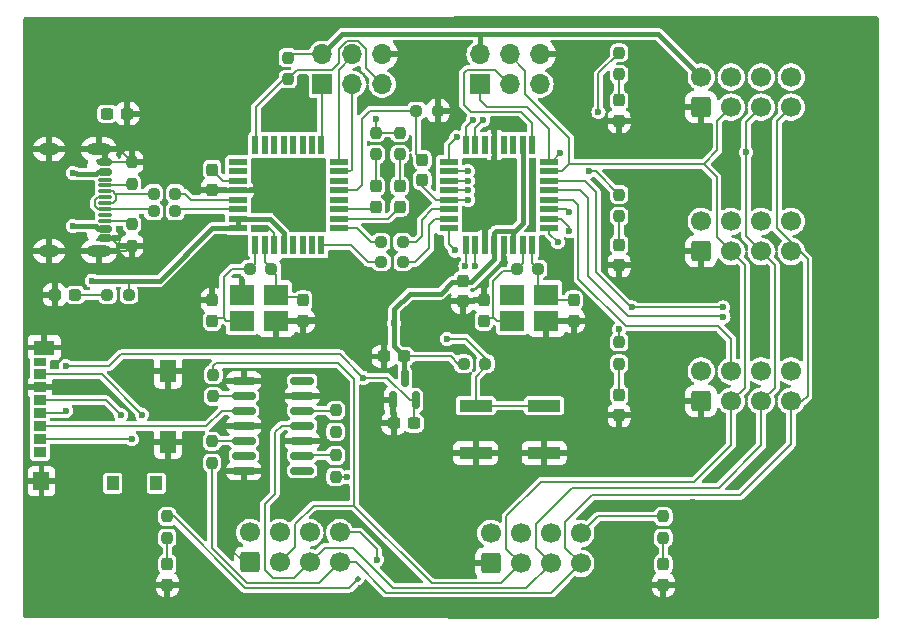
<source format=gbr>
G04 #@! TF.GenerationSoftware,KiCad,Pcbnew,8.0.6-8.0.6-0~ubuntu24.04.1*
G04 #@! TF.CreationDate,2024-11-11T15:02:52+01:00*
G04 #@! TF.ProjectId,PicoMother,5069636f-4d6f-4746-9865-722e6b696361,1*
G04 #@! TF.SameCoordinates,Original*
G04 #@! TF.FileFunction,Copper,L1,Top*
G04 #@! TF.FilePolarity,Positive*
%FSLAX46Y46*%
G04 Gerber Fmt 4.6, Leading zero omitted, Abs format (unit mm)*
G04 Created by KiCad (PCBNEW 8.0.6-8.0.6-0~ubuntu24.04.1) date 2024-11-11 15:02:52*
%MOMM*%
%LPD*%
G01*
G04 APERTURE LIST*
G04 Aperture macros list*
%AMRoundRect*
0 Rectangle with rounded corners*
0 $1 Rounding radius*
0 $2 $3 $4 $5 $6 $7 $8 $9 X,Y pos of 4 corners*
0 Add a 4 corners polygon primitive as box body*
4,1,4,$2,$3,$4,$5,$6,$7,$8,$9,$2,$3,0*
0 Add four circle primitives for the rounded corners*
1,1,$1+$1,$2,$3*
1,1,$1+$1,$4,$5*
1,1,$1+$1,$6,$7*
1,1,$1+$1,$8,$9*
0 Add four rect primitives between the rounded corners*
20,1,$1+$1,$2,$3,$4,$5,0*
20,1,$1+$1,$4,$5,$6,$7,0*
20,1,$1+$1,$6,$7,$8,$9,0*
20,1,$1+$1,$8,$9,$2,$3,0*%
G04 Aperture macros list end*
G04 #@! TA.AperFunction,SMDPad,CuDef*
%ADD10RoundRect,0.237500X-0.237500X0.250000X-0.237500X-0.250000X0.237500X-0.250000X0.237500X0.250000X0*%
G04 #@! TD*
G04 #@! TA.AperFunction,SMDPad,CuDef*
%ADD11RoundRect,0.237500X-0.250000X-0.237500X0.250000X-0.237500X0.250000X0.237500X-0.250000X0.237500X0*%
G04 #@! TD*
G04 #@! TA.AperFunction,ComponentPad*
%ADD12RoundRect,0.250000X0.600000X-0.600000X0.600000X0.600000X-0.600000X0.600000X-0.600000X-0.600000X0*%
G04 #@! TD*
G04 #@! TA.AperFunction,ComponentPad*
%ADD13C,1.700000*%
G04 #@! TD*
G04 #@! TA.AperFunction,SMDPad,CuDef*
%ADD14RoundRect,0.237500X0.237500X-0.300000X0.237500X0.300000X-0.237500X0.300000X-0.237500X-0.300000X0*%
G04 #@! TD*
G04 #@! TA.AperFunction,SMDPad,CuDef*
%ADD15R,0.550000X1.600000*%
G04 #@! TD*
G04 #@! TA.AperFunction,SMDPad,CuDef*
%ADD16R,1.600000X0.550000*%
G04 #@! TD*
G04 #@! TA.AperFunction,SMDPad,CuDef*
%ADD17RoundRect,0.237500X0.300000X0.237500X-0.300000X0.237500X-0.300000X-0.237500X0.300000X-0.237500X0*%
G04 #@! TD*
G04 #@! TA.AperFunction,SMDPad,CuDef*
%ADD18RoundRect,0.237500X-0.237500X0.300000X-0.237500X-0.300000X0.237500X-0.300000X0.237500X0.300000X0*%
G04 #@! TD*
G04 #@! TA.AperFunction,SMDPad,CuDef*
%ADD19RoundRect,0.237500X0.237500X-0.287500X0.237500X0.287500X-0.237500X0.287500X-0.237500X-0.287500X0*%
G04 #@! TD*
G04 #@! TA.AperFunction,SMDPad,CuDef*
%ADD20RoundRect,0.237500X0.237500X-0.250000X0.237500X0.250000X-0.237500X0.250000X-0.237500X-0.250000X0*%
G04 #@! TD*
G04 #@! TA.AperFunction,SMDPad,CuDef*
%ADD21R,1.100000X0.850000*%
G04 #@! TD*
G04 #@! TA.AperFunction,SMDPad,CuDef*
%ADD22R,1.100000X0.750000*%
G04 #@! TD*
G04 #@! TA.AperFunction,SMDPad,CuDef*
%ADD23R,1.000000X1.200000*%
G04 #@! TD*
G04 #@! TA.AperFunction,SMDPad,CuDef*
%ADD24R,1.350000X1.550000*%
G04 #@! TD*
G04 #@! TA.AperFunction,SMDPad,CuDef*
%ADD25R,1.350000X1.900000*%
G04 #@! TD*
G04 #@! TA.AperFunction,SMDPad,CuDef*
%ADD26R,1.800000X1.170000*%
G04 #@! TD*
G04 #@! TA.AperFunction,SMDPad,CuDef*
%ADD27RoundRect,0.237500X0.250000X0.237500X-0.250000X0.237500X-0.250000X-0.237500X0.250000X-0.237500X0*%
G04 #@! TD*
G04 #@! TA.AperFunction,SMDPad,CuDef*
%ADD28R,2.800000X1.000000*%
G04 #@! TD*
G04 #@! TA.AperFunction,ComponentPad*
%ADD29R,1.700000X1.700000*%
G04 #@! TD*
G04 #@! TA.AperFunction,ComponentPad*
%ADD30O,1.700000X1.700000*%
G04 #@! TD*
G04 #@! TA.AperFunction,SMDPad,CuDef*
%ADD31RoundRect,0.237500X0.287500X0.237500X-0.287500X0.237500X-0.287500X-0.237500X0.287500X-0.237500X0*%
G04 #@! TD*
G04 #@! TA.AperFunction,SMDPad,CuDef*
%ADD32RoundRect,0.150000X-0.825000X-0.150000X0.825000X-0.150000X0.825000X0.150000X-0.825000X0.150000X0*%
G04 #@! TD*
G04 #@! TA.AperFunction,SMDPad,CuDef*
%ADD33RoundRect,0.150000X0.150000X-0.587500X0.150000X0.587500X-0.150000X0.587500X-0.150000X-0.587500X0*%
G04 #@! TD*
G04 #@! TA.AperFunction,SMDPad,CuDef*
%ADD34R,2.100000X1.800000*%
G04 #@! TD*
G04 #@! TA.AperFunction,SMDPad,CuDef*
%ADD35RoundRect,0.237500X-0.300000X-0.237500X0.300000X-0.237500X0.300000X0.237500X-0.300000X0.237500X0*%
G04 #@! TD*
G04 #@! TA.AperFunction,SMDPad,CuDef*
%ADD36RoundRect,0.150000X-0.425000X0.150000X-0.425000X-0.150000X0.425000X-0.150000X0.425000X0.150000X0*%
G04 #@! TD*
G04 #@! TA.AperFunction,SMDPad,CuDef*
%ADD37RoundRect,0.075000X-0.500000X0.075000X-0.500000X-0.075000X0.500000X-0.075000X0.500000X0.075000X0*%
G04 #@! TD*
G04 #@! TA.AperFunction,ComponentPad*
%ADD38O,2.100000X1.000000*%
G04 #@! TD*
G04 #@! TA.AperFunction,ComponentPad*
%ADD39O,1.800000X1.000000*%
G04 #@! TD*
G04 #@! TA.AperFunction,ViaPad*
%ADD40C,0.600000*%
G04 #@! TD*
G04 #@! TA.AperFunction,ViaPad*
%ADD41C,0.500000*%
G04 #@! TD*
G04 #@! TA.AperFunction,Conductor*
%ADD42C,0.200000*%
G04 #@! TD*
G04 #@! TA.AperFunction,Conductor*
%ADD43C,0.400000*%
G04 #@! TD*
G04 APERTURE END LIST*
D10*
G04 #@! TO.P,R8,1*
G04 #@! TO.N,USBVCC*
X123200000Y-80487500D03*
G04 #@! TO.P,R8,2*
G04 #@! TO.N,RESET2*
X123200000Y-82312500D03*
G04 #@! TD*
D11*
G04 #@! TO.P,R1,1*
G04 #@! TO.N,Net-(U5-XTAL1)*
X119993600Y-98382000D03*
G04 #@! TO.P,R1,2*
G04 #@! TO.N,Net-(U5-PC0{slash}XTAL2)*
X121818600Y-98382000D03*
G04 #@! TD*
D12*
G04 #@! TO.P,J5,1,Pin_1*
G04 #@! TO.N,GND*
X119989600Y-123240800D03*
D13*
G04 #@! TO.P,J5,2,Pin_2*
G04 #@! TO.N,USBVCC*
X119989600Y-120700800D03*
G04 #@! TO.P,J5,3,Pin_3*
G04 #@! TO.N,MOSI*
X122529600Y-123240800D03*
G04 #@! TO.P,J5,4,Pin_4*
G04 #@! TO.N,INT5*
X122529600Y-120700800D03*
G04 #@! TO.P,J5,5,Pin_5*
G04 #@! TO.N,MISO*
X125069600Y-123240800D03*
G04 #@! TO.P,J5,6,Pin_6*
G04 #@! TO.N,RST5*
X125069600Y-120700800D03*
G04 #@! TO.P,J5,7,Pin_7*
G04 #@! TO.N,SCK*
X127609600Y-123240800D03*
G04 #@! TO.P,J5,8,Pin_8*
G04 #@! TO.N,CS5*
X127609600Y-120700800D03*
G04 #@! TD*
D11*
G04 #@! TO.P,R11,1*
G04 #@! TO.N,Net-(J9-D--PadA7)*
X111837500Y-92000000D03*
G04 #@! TO.P,R11,2*
G04 #@! TO.N,D-*
X113662500Y-92000000D03*
G04 #@! TD*
D14*
G04 #@! TO.P,C4,1*
G04 #@! TO.N,Net-(U4-XTAL1{slash}PB6)*
X139800000Y-102775000D03*
G04 #@! TO.P,C4,2*
G04 #@! TO.N,GND*
X139800000Y-101050000D03*
G04 #@! TD*
D11*
G04 #@! TO.P,R13,1*
G04 #@! TO.N,DTR*
X134087500Y-85000000D03*
G04 #@! TO.P,R13,2*
G04 #@! TO.N,GND*
X135912500Y-85000000D03*
G04 #@! TD*
D15*
G04 #@! TO.P,U5,1,XTAL1*
G04 #@! TO.N,Net-(U5-XTAL1)*
X120447400Y-96384000D03*
G04 #@! TO.P,U5,2,PC0/XTAL2*
G04 #@! TO.N,Net-(U5-PC0{slash}XTAL2)*
X121247400Y-96384000D03*
G04 #@! TO.P,U5,3,GND*
G04 #@! TO.N,GND*
X122047400Y-96384000D03*
G04 #@! TO.P,U5,4,VCC*
G04 #@! TO.N,USBVCC*
X122847400Y-96384000D03*
G04 #@! TO.P,U5,5,PC2*
G04 #@! TO.N,unconnected-(U5-PC2-Pad5)*
X123647400Y-96384000D03*
G04 #@! TO.P,U5,6,PD0*
G04 #@! TO.N,unconnected-(U5-PD0-Pad6)*
X124447400Y-96384000D03*
G04 #@! TO.P,U5,7,PD1*
G04 #@! TO.N,unconnected-(U5-PD1-Pad7)*
X125247400Y-96384000D03*
G04 #@! TO.P,U5,8,PD2*
G04 #@! TO.N,M8TXD*
X126047400Y-96384000D03*
D16*
G04 #@! TO.P,U5,9,PD3*
G04 #@! TO.N,M8RXD*
X127497400Y-94934000D03*
G04 #@! TO.P,U5,10,PD4*
G04 #@! TO.N,RXLED*
X127497400Y-94134000D03*
G04 #@! TO.P,U5,11,PD5*
G04 #@! TO.N,TXLED*
X127497400Y-93334000D03*
G04 #@! TO.P,U5,12,PD6*
G04 #@! TO.N,unconnected-(U5-PD6-Pad12)*
X127497400Y-92534000D03*
G04 #@! TO.P,U5,13,~{HWB}/PD7*
G04 #@! TO.N,DTR*
X127497400Y-91734000D03*
G04 #@! TO.P,U5,14,PB0*
G04 #@! TO.N,unconnected-(U5-PB0-Pad14)*
X127497400Y-90934000D03*
G04 #@! TO.P,U5,15,PB1*
G04 #@! TO.N,SCK2*
X127497400Y-90134000D03*
G04 #@! TO.P,U5,16,PB2*
G04 #@! TO.N,MOSI2*
X127497400Y-89334000D03*
D15*
G04 #@! TO.P,U5,17,PB3*
G04 #@! TO.N,MISO2*
X126047400Y-87884000D03*
G04 #@! TO.P,U5,18,PB4*
G04 #@! TO.N,unconnected-(U5-PB4-Pad18)*
X125247400Y-87884000D03*
G04 #@! TO.P,U5,19,PB5*
G04 #@! TO.N,unconnected-(U5-PB5-Pad19)*
X124447400Y-87884000D03*
G04 #@! TO.P,U5,20,PB6*
G04 #@! TO.N,unconnected-(U5-PB6-Pad20)*
X123647400Y-87884000D03*
G04 #@! TO.P,U5,21,PB7*
G04 #@! TO.N,unconnected-(U5-PB7-Pad21)*
X122847400Y-87884000D03*
G04 #@! TO.P,U5,22,PC7*
G04 #@! TO.N,unconnected-(U5-PC7-Pad22)*
X122047400Y-87884000D03*
G04 #@! TO.P,U5,23,PC6*
G04 #@! TO.N,unconnected-(U5-PC6-Pad23)*
X121247400Y-87884000D03*
G04 #@! TO.P,U5,24,PC1/~{RESET}*
G04 #@! TO.N,RESET2*
X120447400Y-87884000D03*
D16*
G04 #@! TO.P,U5,25,PC5*
G04 #@! TO.N,unconnected-(U5-PC5-Pad25)*
X118997400Y-89334000D03*
G04 #@! TO.P,U5,26,PC4*
G04 #@! TO.N,unconnected-(U5-PC4-Pad26)*
X118997400Y-90134000D03*
G04 #@! TO.P,U5,27,UCAP*
G04 #@! TO.N,Net-(U5-UCAP)*
X118997400Y-90934000D03*
G04 #@! TO.P,U5,28,UGND*
G04 #@! TO.N,GND*
X118997400Y-91734000D03*
G04 #@! TO.P,U5,29,D+*
G04 #@! TO.N,D-*
X118997400Y-92534000D03*
G04 #@! TO.P,U5,30,D-*
G04 #@! TO.N,D+*
X118997400Y-93334000D03*
G04 #@! TO.P,U5,31,UVCC*
G04 #@! TO.N,USBVCC*
X118997400Y-94134000D03*
G04 #@! TO.P,U5,32,AVCC*
X118997400Y-94934000D03*
G04 #@! TD*
D10*
G04 #@! TO.P,R20,1*
G04 #@! TO.N,CS2*
X151250000Y-92087500D03*
G04 #@! TO.P,R20,2*
G04 #@! TO.N,Net-(D7-A)*
X151250000Y-93912500D03*
G04 #@! TD*
D17*
G04 #@! TO.P,C3,1*
G04 #@! TO.N,+3V3*
X133892198Y-111468050D03*
G04 #@! TO.P,C3,2*
G04 #@! TO.N,GND*
X132167198Y-111468050D03*
G04 #@! TD*
D11*
G04 #@! TO.P,R12,1*
G04 #@! TO.N,Net-(J9-D+-PadA6)*
X111837500Y-93500000D03*
G04 #@! TO.P,R12,2*
G04 #@! TO.N,D+*
X113662500Y-93500000D03*
G04 #@! TD*
G04 #@! TO.P,R7,1*
G04 #@! TO.N,Net-(U4-XTAL1{slash}PB6)*
X142567700Y-98382000D03*
G04 #@! TO.P,R7,2*
G04 #@! TO.N,Net-(U4-XTAL2{slash}PB7)*
X144392700Y-98382000D03*
G04 #@! TD*
D12*
G04 #@! TO.P,J3,1,Pin_1*
G04 #@! TO.N,GND*
X158200000Y-109575600D03*
D13*
G04 #@! TO.P,J3,2,Pin_2*
G04 #@! TO.N,USBVCC*
X158200000Y-107035600D03*
G04 #@! TO.P,J3,3,Pin_3*
G04 #@! TO.N,MOSI*
X160740000Y-109575600D03*
G04 #@! TO.P,J3,4,Pin_4*
G04 #@! TO.N,INT3*
X160740000Y-107035600D03*
G04 #@! TO.P,J3,5,Pin_5*
G04 #@! TO.N,MISO*
X163280000Y-109575600D03*
G04 #@! TO.P,J3,6,Pin_6*
G04 #@! TO.N,RST3*
X163280000Y-107035600D03*
G04 #@! TO.P,J3,7,Pin_7*
G04 #@! TO.N,SCK*
X165820000Y-109575600D03*
G04 #@! TO.P,J3,8,Pin_8*
G04 #@! TO.N,CS3*
X165820000Y-107035600D03*
G04 #@! TD*
D18*
G04 #@! TO.P,C11,1*
G04 #@! TO.N,Net-(U5-PC0{slash}XTAL2)*
X124500000Y-101050000D03*
G04 #@! TO.P,C11,2*
G04 #@! TO.N,GND*
X124500000Y-102775000D03*
G04 #@! TD*
D19*
G04 #@! TO.P,D10,1,K*
G04 #@! TO.N,GND*
X113000000Y-125125000D03*
G04 #@! TO.P,D10,2,A*
G04 #@! TO.N,Net-(D10-A)*
X113000000Y-123375000D03*
G04 #@! TD*
D20*
G04 #@! TO.P,R9,1*
G04 #@! TO.N,Net-(D5-A)*
X130632200Y-88662500D03*
G04 #@! TO.P,R9,2*
G04 #@! TO.N,USBVCC*
X130632200Y-86837500D03*
G04 #@! TD*
D15*
G04 #@! TO.P,U4,1,PD3*
G04 #@! TO.N,RST5*
X138288800Y-96384000D03*
G04 #@! TO.P,U4,2,PD4*
G04 #@! TO.N,CS5*
X139088800Y-96384000D03*
G04 #@! TO.P,U4,3,GND*
G04 #@! TO.N,GND*
X139888800Y-96384000D03*
G04 #@! TO.P,U4,4,VCC*
G04 #@! TO.N,USBVCC*
X140688800Y-96384000D03*
G04 #@! TO.P,U4,5,GND*
G04 #@! TO.N,GND*
X141488800Y-96384000D03*
G04 #@! TO.P,U4,6,VCC*
G04 #@! TO.N,USBVCC*
X142288800Y-96384000D03*
G04 #@! TO.P,U4,7,XTAL1/PB6*
G04 #@! TO.N,Net-(U4-XTAL1{slash}PB6)*
X143088800Y-96384000D03*
G04 #@! TO.P,U4,8,XTAL2/PB7*
G04 #@! TO.N,Net-(U4-XTAL2{slash}PB7)*
X143888800Y-96384000D03*
D16*
G04 #@! TO.P,U4,9,PD5*
G04 #@! TO.N,INT4*
X145338800Y-94934000D03*
G04 #@! TO.P,U4,10,PD6*
G04 #@! TO.N,RST4*
X145338800Y-94134000D03*
G04 #@! TO.P,U4,11,PD7*
G04 #@! TO.N,CS4*
X145338800Y-93334000D03*
G04 #@! TO.P,U4,12,PB0*
G04 #@! TO.N,INT3*
X145338800Y-92534000D03*
G04 #@! TO.P,U4,13,PB1*
G04 #@! TO.N,RST3*
X145338800Y-91734000D03*
G04 #@! TO.P,U4,14,PB2*
G04 #@! TO.N,CS3*
X145338800Y-90934000D03*
G04 #@! TO.P,U4,15,PB3*
G04 #@! TO.N,MOSI*
X145338800Y-90134000D03*
G04 #@! TO.P,U4,16,PB4*
G04 #@! TO.N,MISO*
X145338800Y-89334000D03*
D15*
G04 #@! TO.P,U4,17,PB5*
G04 #@! TO.N,SCK*
X143888800Y-87884000D03*
G04 #@! TO.P,U4,18,AVCC*
G04 #@! TO.N,USBVCC*
X143088800Y-87884000D03*
G04 #@! TO.P,U4,19,ADC6*
G04 #@! TO.N,unconnected-(U4-ADC6-Pad19)*
X142288800Y-87884000D03*
G04 #@! TO.P,U4,20,AREF*
G04 #@! TO.N,unconnected-(U4-AREF-Pad20)*
X141488800Y-87884000D03*
G04 #@! TO.P,U4,21,GND*
G04 #@! TO.N,GND*
X140688800Y-87884000D03*
G04 #@! TO.P,U4,22,ADC7*
G04 #@! TO.N,unconnected-(U4-ADC7-Pad22)*
X139888800Y-87884000D03*
G04 #@! TO.P,U4,23,PC0*
G04 #@! TO.N,RST1*
X139088800Y-87884000D03*
G04 #@! TO.P,U4,24,PC1*
G04 #@! TO.N,CS1*
X138288800Y-87884000D03*
D16*
G04 #@! TO.P,U4,25,PC2*
G04 #@! TO.N,INT1*
X136838800Y-89334000D03*
G04 #@! TO.P,U4,26,PC3*
G04 #@! TO.N,CS2*
X136838800Y-90134000D03*
G04 #@! TO.P,U4,27,PC4*
G04 #@! TO.N,RST2*
X136838800Y-90934000D03*
G04 #@! TO.P,U4,28,PC5*
G04 #@! TO.N,INT2*
X136838800Y-91734000D03*
G04 #@! TO.P,U4,29,~{RESET}/PC6*
G04 #@! TO.N,RESET*
X136838800Y-92534000D03*
G04 #@! TO.P,U4,30,PD0*
G04 #@! TO.N,CS_SD*
X136838800Y-93334000D03*
G04 #@! TO.P,U4,31,PD1*
G04 #@! TO.N,Net-(U4-PD1)*
X136838800Y-94134000D03*
G04 #@! TO.P,U4,32,PD2*
G04 #@! TO.N,INT5*
X136838800Y-94934000D03*
G04 #@! TD*
D18*
G04 #@! TO.P,C5,1*
G04 #@! TO.N,Net-(U4-XTAL2{slash}PB7)*
X147400000Y-101050000D03*
G04 #@! TO.P,C5,2*
G04 #@! TO.N,GND*
X147400000Y-102775000D03*
G04 #@! TD*
D14*
G04 #@! TO.P,C6,1*
G04 #@! TO.N,GND*
X138000000Y-101137500D03*
G04 #@! TO.P,C6,2*
G04 #@! TO.N,USBVCC*
X138000000Y-99412500D03*
G04 #@! TD*
D19*
G04 #@! TO.P,D5,1,K*
G04 #@! TO.N,TXLED*
X130632200Y-93125000D03*
G04 #@! TO.P,D5,2,A*
G04 #@! TO.N,Net-(D5-A)*
X130632200Y-91375000D03*
G04 #@! TD*
D21*
G04 #@! TO.P,J6,1,DAT2*
G04 #@! TO.N,unconnected-(J6-DAT2-Pad1)*
X102220600Y-113899800D03*
G04 #@! TO.P,J6,2,DAT3/CD*
G04 #@! TO.N,CS_SD_3v3*
X102220600Y-112799800D03*
G04 #@! TO.P,J6,3,CMD*
G04 #@! TO.N,MOSI_3v3*
X102220600Y-111699800D03*
G04 #@! TO.P,J6,4,VDD*
G04 #@! TO.N,+3V3*
X102220600Y-110599800D03*
G04 #@! TO.P,J6,5,CLK*
G04 #@! TO.N,SCK_3v3*
X102220600Y-109499800D03*
G04 #@! TO.P,J6,6,VSS*
G04 #@! TO.N,GND*
X102220600Y-108399800D03*
G04 #@! TO.P,J6,7,DAT0*
G04 #@! TO.N,MISO_3v3*
X102220600Y-107299800D03*
D22*
G04 #@! TO.P,J6,8,DAT1*
G04 #@! TO.N,unconnected-(J6-DAT1-Pad8)*
X102220600Y-106249800D03*
D23*
G04 #@! TO.P,J6,9,DET_B*
G04 #@! TO.N,unconnected-(J6-DET_B-Pad9)*
X108370600Y-116534800D03*
G04 #@! TO.P,J6,10,DET_A*
G04 #@! TO.N,unconnected-(J6-DET_A-Pad10)*
X112070600Y-116534800D03*
D24*
G04 #@! TO.P,J6,11,SHIELD*
G04 #@! TO.N,GND*
X102345600Y-116359800D03*
D25*
X113045600Y-113034800D03*
X113045600Y-107064800D03*
D26*
X102570600Y-105039800D03*
G04 #@! TD*
D14*
G04 #@! TO.P,C7,1*
G04 #@! TO.N,GND*
X116800000Y-91694000D03*
G04 #@! TO.P,C7,2*
G04 #@! TO.N,Net-(U5-UCAP)*
X116800000Y-89969000D03*
G04 #@! TD*
D20*
G04 #@! TO.P,R18,1*
G04 #@! TO.N,MISO_3v3*
X127242800Y-112188000D03*
G04 #@! TO.P,R18,2*
G04 #@! TO.N,Net-(R18-Pad2)*
X127242800Y-110363000D03*
G04 #@! TD*
G04 #@! TO.P,R3,1*
G04 #@! TO.N,CC1*
X110000000Y-91162500D03*
G04 #@! TO.P,R3,2*
G04 #@! TO.N,GND*
X110000000Y-89337500D03*
G04 #@! TD*
D27*
G04 #@! TO.P,R6,1*
G04 #@! TO.N,USBVCC*
X109756000Y-100584000D03*
G04 #@! TO.P,R6,2*
G04 #@! TO.N,Net-(D1-K)*
X107931000Y-100584000D03*
G04 #@! TD*
D18*
G04 #@! TO.P,C1,1*
G04 #@! TO.N,DTR*
X134600000Y-89137500D03*
G04 #@! TO.P,C1,2*
G04 #@! TO.N,RESET*
X134600000Y-90862500D03*
G04 #@! TD*
D20*
G04 #@! TO.P,R17,1*
G04 #@! TO.N,SCK*
X116778000Y-114804200D03*
G04 #@! TO.P,R17,2*
G04 #@! TO.N,Net-(R17-Pad2)*
X116778000Y-112979200D03*
G04 #@! TD*
D12*
G04 #@! TO.P,J2,1,Pin_1*
G04 #@! TO.N,GND*
X158200000Y-96901000D03*
D13*
G04 #@! TO.P,J2,2,Pin_2*
G04 #@! TO.N,USBVCC*
X158200000Y-94361000D03*
G04 #@! TO.P,J2,3,Pin_3*
G04 #@! TO.N,MOSI*
X160740000Y-96901000D03*
G04 #@! TO.P,J2,4,Pin_4*
G04 #@! TO.N,INT2*
X160740000Y-94361000D03*
G04 #@! TO.P,J2,5,Pin_5*
G04 #@! TO.N,MISO*
X163280000Y-96901000D03*
G04 #@! TO.P,J2,6,Pin_6*
G04 #@! TO.N,RST2*
X163280000Y-94361000D03*
G04 #@! TO.P,J2,7,Pin_7*
G04 #@! TO.N,SCK*
X165820000Y-96901000D03*
G04 #@! TO.P,J2,8,Pin_8*
G04 #@! TO.N,CS2*
X165820000Y-94361000D03*
G04 #@! TD*
D28*
G04 #@! TO.P,SW1,1,1*
G04 #@! TO.N,GND*
X144900000Y-113956600D03*
X139100000Y-113956600D03*
G04 #@! TO.P,SW1,2,2*
G04 #@! TO.N,RESET*
X144900000Y-109956600D03*
X139100000Y-109956600D03*
G04 #@! TD*
D29*
G04 #@! TO.P,J8,1,Pin_1*
G04 #@! TO.N,MISO2*
X126111000Y-82750000D03*
D30*
G04 #@! TO.P,J8,2,Pin_2*
G04 #@! TO.N,USBVCC*
X126111000Y-80210000D03*
G04 #@! TO.P,J8,3,Pin_3*
G04 #@! TO.N,SCK2*
X128651000Y-82750000D03*
G04 #@! TO.P,J8,4,Pin_4*
G04 #@! TO.N,MOSI2*
X128651000Y-80210000D03*
G04 #@! TO.P,J8,5,Pin_5*
G04 #@! TO.N,RESET2*
X131191000Y-82750000D03*
G04 #@! TO.P,J8,6,Pin_6*
G04 #@! TO.N,GND*
X131191000Y-80210000D03*
G04 #@! TD*
D17*
G04 #@! TO.P,C2,1*
G04 #@! TO.N,USBVCC*
X133062500Y-105800000D03*
G04 #@! TO.P,C2,2*
G04 #@! TO.N,GND*
X131337500Y-105800000D03*
G04 #@! TD*
D31*
G04 #@! TO.P,D1,1,K*
G04 #@! TO.N,Net-(D1-K)*
X105206800Y-100584000D03*
G04 #@! TO.P,D1,2,A*
G04 #@! TO.N,GND*
X103456800Y-100584000D03*
G04 #@! TD*
D32*
G04 #@! TO.P,U1,1*
G04 #@! TO.N,GND*
X119470400Y-107848400D03*
G04 #@! TO.P,U1,2*
G04 #@! TO.N,Net-(R16-Pad2)*
X119470400Y-109118400D03*
G04 #@! TO.P,U1,3*
G04 #@! TO.N,MOSI_3v3*
X119470400Y-110388400D03*
G04 #@! TO.P,U1,4*
G04 #@! TO.N,GND*
X119470400Y-111658400D03*
G04 #@! TO.P,U1,5*
G04 #@! TO.N,Net-(R17-Pad2)*
X119470400Y-112928400D03*
G04 #@! TO.P,U1,6*
G04 #@! TO.N,SCK_3v3*
X119470400Y-114198400D03*
G04 #@! TO.P,U1,7,GND*
G04 #@! TO.N,GND*
X119470400Y-115468400D03*
G04 #@! TO.P,U1,8*
G04 #@! TO.N,CS_SD_3v3*
X124420400Y-115468400D03*
G04 #@! TO.P,U1,9*
G04 #@! TO.N,Net-(R15-Pad2)*
X124420400Y-114198400D03*
G04 #@! TO.P,U1,10*
G04 #@! TO.N,GND*
X124420400Y-112928400D03*
G04 #@! TO.P,U1,11*
G04 #@! TO.N,MISO*
X124420400Y-111658400D03*
G04 #@! TO.P,U1,12*
G04 #@! TO.N,Net-(R18-Pad2)*
X124420400Y-110388400D03*
G04 #@! TO.P,U1,13*
G04 #@! TO.N,GND*
X124420400Y-109118400D03*
G04 #@! TO.P,U1,14,VCC*
G04 #@! TO.N,+3V3*
X124420400Y-107848400D03*
G04 #@! TD*
D10*
G04 #@! TO.P,R19,1*
G04 #@! TO.N,CS1*
X151250000Y-80087500D03*
G04 #@! TO.P,R19,2*
G04 #@! TO.N,Net-(D4-A)*
X151250000Y-81912500D03*
G04 #@! TD*
D14*
G04 #@! TO.P,C13,1*
G04 #@! TO.N,Net-(U5-XTAL1)*
X116800000Y-102775000D03*
G04 #@! TO.P,C13,2*
G04 #@! TO.N,GND*
X116800000Y-101050000D03*
G04 #@! TD*
D10*
G04 #@! TO.P,R21,1*
G04 #@! TO.N,CS3*
X151250000Y-104587500D03*
G04 #@! TO.P,R21,2*
G04 #@! TO.N,Net-(D8-A)*
X151250000Y-106412500D03*
G04 #@! TD*
D19*
G04 #@! TO.P,D7,1,K*
G04 #@! TO.N,GND*
X151250000Y-98075000D03*
G04 #@! TO.P,D7,2,A*
G04 #@! TO.N,Net-(D7-A)*
X151250000Y-96325000D03*
G04 #@! TD*
D10*
G04 #@! TO.P,R4,1*
G04 #@! TO.N,CC2*
X110000000Y-94587500D03*
G04 #@! TO.P,R4,2*
G04 #@! TO.N,GND*
X110000000Y-96412500D03*
G04 #@! TD*
D33*
G04 #@! TO.P,U2,1,GND*
G04 #@! TO.N,GND*
X132140698Y-109518750D03*
G04 #@! TO.P,U2,2,VO*
G04 #@! TO.N,+3V3*
X134040698Y-109518750D03*
G04 #@! TO.P,U2,3,VI*
G04 #@! TO.N,USBVCC*
X133090698Y-107643750D03*
G04 #@! TD*
D34*
G04 #@! TO.P,Y1,1,1*
G04 #@! TO.N,Net-(U4-XTAL2{slash}PB7)*
X145084800Y-100562500D03*
G04 #@! TO.P,Y1,2,2*
G04 #@! TO.N,GND*
X142184800Y-100562500D03*
G04 #@! TO.P,Y1,3,3*
G04 #@! TO.N,Net-(U4-XTAL1{slash}PB6)*
X142184800Y-102762500D03*
G04 #@! TO.P,Y1,4,4*
G04 #@! TO.N,GND*
X145084800Y-102762500D03*
G04 #@! TD*
D27*
G04 #@! TO.P,R2,1*
G04 #@! TO.N,CS_SD*
X132918200Y-96113600D03*
G04 #@! TO.P,R2,2*
G04 #@! TO.N,M8RXD*
X131093200Y-96113600D03*
G04 #@! TD*
D10*
G04 #@! TO.P,R22,1*
G04 #@! TO.N,CS4*
X155000000Y-119337500D03*
G04 #@! TO.P,R22,2*
G04 #@! TO.N,Net-(D9-A)*
X155000000Y-121162500D03*
G04 #@! TD*
D35*
G04 #@! TO.P,C9,1*
G04 #@! TO.N,USBVCC*
X107887500Y-85250000D03*
G04 #@! TO.P,C9,2*
G04 #@! TO.N,GND*
X109612500Y-85250000D03*
G04 #@! TD*
D19*
G04 #@! TO.P,D8,1,K*
G04 #@! TO.N,GND*
X151250000Y-110775000D03*
G04 #@! TO.P,D8,2,A*
G04 #@! TO.N,Net-(D8-A)*
X151250000Y-109025000D03*
G04 #@! TD*
D10*
G04 #@! TO.P,R23,1*
G04 #@! TO.N,CS5*
X113000000Y-119337500D03*
G04 #@! TO.P,R23,2*
G04 #@! TO.N,Net-(D10-A)*
X113000000Y-121162500D03*
G04 #@! TD*
D19*
G04 #@! TO.P,D4,1,K*
G04 #@! TO.N,GND*
X151250000Y-85875000D03*
G04 #@! TO.P,D4,2,A*
G04 #@! TO.N,Net-(D4-A)*
X151250000Y-84125000D03*
G04 #@! TD*
D11*
G04 #@! TO.P,R14,1*
G04 #@! TO.N,USBVCC*
X138087500Y-106400000D03*
G04 #@! TO.P,R14,2*
G04 #@! TO.N,RESET*
X139912500Y-106400000D03*
G04 #@! TD*
D20*
G04 #@! TO.P,R15,1*
G04 #@! TO.N,CS_SD*
X127242800Y-115998000D03*
G04 #@! TO.P,R15,2*
G04 #@! TO.N,Net-(R15-Pad2)*
X127242800Y-114173000D03*
G04 #@! TD*
D19*
G04 #@! TO.P,D6,1,K*
G04 #@! TO.N,RXLED*
X132664200Y-93125000D03*
G04 #@! TO.P,D6,2,A*
G04 #@! TO.N,Net-(D6-A)*
X132664200Y-91375000D03*
G04 #@! TD*
D20*
G04 #@! TO.P,R10,1*
G04 #@! TO.N,Net-(D6-A)*
X132664200Y-88662500D03*
G04 #@! TO.P,R10,2*
G04 #@! TO.N,USBVCC*
X132664200Y-86837500D03*
G04 #@! TD*
D12*
G04 #@! TO.P,J1,1,Pin_1*
G04 #@! TO.N,GND*
X158200000Y-84683600D03*
D13*
G04 #@! TO.P,J1,2,Pin_2*
G04 #@! TO.N,USBVCC*
X158200000Y-82143600D03*
G04 #@! TO.P,J1,3,Pin_3*
G04 #@! TO.N,MOSI*
X160740000Y-84683600D03*
G04 #@! TO.P,J1,4,Pin_4*
G04 #@! TO.N,INT1*
X160740000Y-82143600D03*
G04 #@! TO.P,J1,5,Pin_5*
G04 #@! TO.N,MISO*
X163280000Y-84683600D03*
G04 #@! TO.P,J1,6,Pin_6*
G04 #@! TO.N,RST1*
X163280000Y-82143600D03*
G04 #@! TO.P,J1,7,Pin_7*
G04 #@! TO.N,SCK*
X165820000Y-84683600D03*
G04 #@! TO.P,J1,8,Pin_8*
G04 #@! TO.N,CS1*
X165820000Y-82143600D03*
G04 #@! TD*
D34*
G04 #@! TO.P,Y4,1,1*
G04 #@! TO.N,Net-(U5-PC0{slash}XTAL2)*
X122200000Y-100562500D03*
G04 #@! TO.P,Y4,2,2*
G04 #@! TO.N,GND*
X119300000Y-100562500D03*
G04 #@! TO.P,Y4,3,3*
G04 #@! TO.N,Net-(U5-XTAL1)*
X119300000Y-102762500D03*
G04 #@! TO.P,Y4,4,4*
G04 #@! TO.N,GND*
X122200000Y-102762500D03*
G04 #@! TD*
D10*
G04 #@! TO.P,R16,1*
G04 #@! TO.N,MOSI*
X116905000Y-107342300D03*
G04 #@! TO.P,R16,2*
G04 #@! TO.N,Net-(R16-Pad2)*
X116905000Y-109167300D03*
G04 #@! TD*
D12*
G04 #@! TO.P,J4,1,Pin_1*
G04 #@! TO.N,GND*
X140385800Y-123317000D03*
D13*
G04 #@! TO.P,J4,2,Pin_2*
G04 #@! TO.N,USBVCC*
X140385800Y-120777000D03*
G04 #@! TO.P,J4,3,Pin_3*
G04 #@! TO.N,MOSI*
X142925800Y-123317000D03*
G04 #@! TO.P,J4,4,Pin_4*
G04 #@! TO.N,INT4*
X142925800Y-120777000D03*
G04 #@! TO.P,J4,5,Pin_5*
G04 #@! TO.N,MISO*
X145465800Y-123317000D03*
G04 #@! TO.P,J4,6,Pin_6*
G04 #@! TO.N,RST4*
X145465800Y-120777000D03*
G04 #@! TO.P,J4,7,Pin_7*
G04 #@! TO.N,SCK*
X148005800Y-123317000D03*
G04 #@! TO.P,J4,8,Pin_8*
G04 #@! TO.N,CS4*
X148005800Y-120777000D03*
G04 #@! TD*
D11*
G04 #@! TO.P,R5,1*
G04 #@! TO.N,M8TXD*
X131118600Y-97800000D03*
G04 #@! TO.P,R5,2*
G04 #@! TO.N,Net-(U4-PD1)*
X132943600Y-97800000D03*
G04 #@! TD*
D19*
G04 #@! TO.P,D9,1,K*
G04 #@! TO.N,GND*
X155000000Y-125125000D03*
G04 #@! TO.P,D9,2,A*
G04 #@! TO.N,Net-(D9-A)*
X155000000Y-123375000D03*
G04 #@! TD*
D29*
G04 #@! TO.P,J7,1,Pin_1*
G04 #@! TO.N,MISO*
X139471400Y-82750000D03*
D30*
G04 #@! TO.P,J7,2,Pin_2*
G04 #@! TO.N,USBVCC*
X139471400Y-80210000D03*
G04 #@! TO.P,J7,3,Pin_3*
G04 #@! TO.N,SCK*
X142011400Y-82750000D03*
G04 #@! TO.P,J7,4,Pin_4*
G04 #@! TO.N,MOSI*
X142011400Y-80210000D03*
G04 #@! TO.P,J7,5,Pin_5*
G04 #@! TO.N,RESET*
X144551400Y-82750000D03*
G04 #@! TO.P,J7,6,Pin_6*
G04 #@! TO.N,GND*
X144551400Y-80210000D03*
G04 #@! TD*
D36*
G04 #@! TO.P,J9,A1,GND*
G04 #@! TO.N,GND*
X107755000Y-89370000D03*
G04 #@! TO.P,J9,A4,VBUS*
G04 #@! TO.N,USBVCC*
X107755000Y-90170000D03*
D37*
G04 #@! TO.P,J9,A5,CC1*
G04 #@! TO.N,CC1*
X107755000Y-91320000D03*
G04 #@! TO.P,J9,A6,D+*
G04 #@! TO.N,Net-(J9-D+-PadA6)*
X107755000Y-92320000D03*
G04 #@! TO.P,J9,A7,D-*
G04 #@! TO.N,Net-(J9-D--PadA7)*
X107755000Y-92820000D03*
G04 #@! TO.P,J9,A8,SBU1*
G04 #@! TO.N,unconnected-(J9-SBU1-PadA8)*
X107755000Y-93820000D03*
D36*
G04 #@! TO.P,J9,A9,VBUS*
G04 #@! TO.N,USBVCC*
X107755000Y-94970000D03*
G04 #@! TO.P,J9,A12,GND*
G04 #@! TO.N,GND*
X107755000Y-95770000D03*
G04 #@! TO.P,J9,B1,GND*
X107755000Y-95770000D03*
G04 #@! TO.P,J9,B4,VBUS*
G04 #@! TO.N,USBVCC*
X107755000Y-94970000D03*
D37*
G04 #@! TO.P,J9,B5,CC2*
G04 #@! TO.N,CC2*
X107755000Y-94320000D03*
G04 #@! TO.P,J9,B6,D+*
G04 #@! TO.N,Net-(J9-D+-PadA6)*
X107755000Y-93320000D03*
G04 #@! TO.P,J9,B7,D-*
G04 #@! TO.N,Net-(J9-D--PadA7)*
X107755000Y-91820000D03*
G04 #@! TO.P,J9,B8,SBU2*
G04 #@! TO.N,unconnected-(J9-SBU2-PadB8)*
X107755000Y-90820000D03*
D36*
G04 #@! TO.P,J9,B9,VBUS*
G04 #@! TO.N,USBVCC*
X107755000Y-90170000D03*
G04 #@! TO.P,J9,B12,GND*
G04 #@! TO.N,GND*
X107755000Y-89370000D03*
D38*
G04 #@! TO.P,J9,S1,SHIELD*
X107180000Y-88250000D03*
D39*
X103000000Y-88250000D03*
D38*
X107180000Y-96890000D03*
D39*
X103000000Y-96890000D03*
G04 #@! TD*
D40*
G04 #@! TO.N,GND*
X133200000Y-124400000D03*
X162560000Y-123190000D03*
X121250000Y-95000000D03*
X106400000Y-110600000D03*
X172720000Y-85090000D03*
X116300000Y-77600000D03*
X134000000Y-127500000D03*
X162560000Y-118110000D03*
X168910000Y-116840000D03*
X158250000Y-112400000D03*
X172720000Y-104140000D03*
X112500000Y-89250000D03*
X168910000Y-77600000D03*
X172720000Y-77600000D03*
X119300000Y-100562500D03*
X109750000Y-77600000D03*
X140100000Y-104500000D03*
X123190000Y-93980000D03*
X168910000Y-85090000D03*
X157500000Y-127500000D03*
X168910000Y-91440000D03*
X116750000Y-101050000D03*
X172720000Y-91440000D03*
X151130000Y-114300000D03*
X140688800Y-89408000D03*
X135200000Y-77600000D03*
X150200000Y-102900000D03*
X116300000Y-84200000D03*
X123190000Y-90170000D03*
X140688800Y-93472000D03*
X102000000Y-83820000D03*
X102000000Y-127250000D03*
X157480000Y-118110000D03*
X158200000Y-86300000D03*
X115570000Y-107950000D03*
X127000000Y-104140000D03*
X102000000Y-102900000D03*
X147500000Y-83250000D03*
X141400000Y-98000000D03*
X131600000Y-90000000D03*
X168910000Y-97790000D03*
X147100000Y-104700000D03*
X146300000Y-77600000D03*
X168910000Y-110490000D03*
X162000000Y-112400000D03*
X127000000Y-99060000D03*
X158100000Y-77600000D03*
X143800000Y-94900000D03*
X142240000Y-106680000D03*
X172720000Y-116840000D03*
X105250000Y-108500000D03*
X121920000Y-109220000D03*
X134000000Y-114700000D03*
X155500000Y-97000000D03*
X150100000Y-93100000D03*
X142240000Y-116840000D03*
X172750000Y-127500000D03*
X172720000Y-97790000D03*
X109750000Y-123000000D03*
X166000000Y-99500000D03*
X102000000Y-98750000D03*
X134800000Y-102000000D03*
X110490000Y-107950000D03*
X109750000Y-119000000D03*
X168910000Y-104140000D03*
X112750000Y-96500000D03*
X109750000Y-127250000D03*
X135250000Y-83000000D03*
X126400000Y-119400000D03*
X172720000Y-110490000D03*
X105410000Y-114300000D03*
X163000000Y-99500000D03*
X130810000Y-113030000D03*
X172720000Y-123190000D03*
X123250000Y-84200000D03*
X169000000Y-127500000D03*
X105410000Y-105410000D03*
X146000000Y-98300000D03*
X118250000Y-122000000D03*
X124500000Y-118250000D03*
X144200000Y-105600000D03*
X122200000Y-102762500D03*
X109750000Y-102900000D03*
X102000000Y-123000000D03*
X102000000Y-119000000D03*
X109750000Y-87250000D03*
X123300000Y-77600000D03*
X168910000Y-123190000D03*
X134000000Y-120200000D03*
X102000000Y-77600000D03*
X162000000Y-83400000D03*
X162500000Y-127500000D03*
X164500000Y-83400000D03*
X115100000Y-114800000D03*
X157480000Y-123250000D03*
X164800000Y-112400000D03*
G04 #@! TO.N,RESET*
X138456652Y-92544358D03*
X136677400Y-104300000D03*
D41*
G04 #@! TO.N,USBVCC*
X107887500Y-85250000D03*
D40*
X132200000Y-103000000D03*
X130632200Y-85690000D03*
X105000000Y-94750000D03*
X106619500Y-99380500D03*
X105000000Y-90250000D03*
G04 #@! TO.N,MISO*
X146262800Y-88595200D03*
X162000000Y-88500000D03*
G04 #@! TO.N,+3V3*
X104400000Y-106600000D03*
X129600000Y-107600000D03*
X124420400Y-107848400D03*
X104400000Y-110400000D03*
G04 #@! TO.N,CS_SD_3v3*
X124420400Y-115468400D03*
X110000000Y-112800000D03*
G04 #@! TO.N,INT1*
X137490200Y-87223600D03*
G04 #@! TO.N,RST1*
X139750800Y-85775800D03*
G04 #@! TO.N,CS2*
X148700000Y-90100000D03*
X138430000Y-90119200D03*
G04 #@! TO.N,RST2*
X138430000Y-90919203D03*
G04 #@! TO.N,INT2*
X138430000Y-91744800D03*
G04 #@! TO.N,CS3*
X152374600Y-101650800D03*
X151245835Y-103504165D03*
X160045400Y-101650800D03*
G04 #@! TO.N,RST3*
X160076147Y-102450211D03*
G04 #@! TO.N,CS4*
X147040600Y-93599000D03*
G04 #@! TO.N,RST4*
X147015200Y-95148400D03*
G04 #@! TO.N,INT4*
X146050000Y-96113600D03*
D41*
G04 #@! TO.N,CS5*
X129125000Y-124625000D03*
D40*
X130750000Y-123000000D03*
X139039600Y-98130900D03*
G04 #@! TO.N,INT5*
X137363200Y-96824800D03*
G04 #@! TO.N,RST5*
X138239671Y-98120030D03*
G04 #@! TO.N,CS1*
X149500000Y-85115400D03*
X138887200Y-85775800D03*
G04 #@! TO.N,CS_SD*
X132918200Y-96113600D03*
X128228800Y-116027200D03*
G04 #@! TO.N,SCK_3v3*
X109067600Y-110744000D03*
X119470400Y-114198400D03*
G04 #@! TO.N,MISO_3v3*
X127242800Y-112188000D03*
X110845600Y-110718600D03*
G04 #@! TD*
D42*
G04 #@! TO.N,GND*
X138125000Y-101137500D02*
X138000000Y-101262500D01*
X134210000Y-80210000D02*
X135250000Y-81250000D01*
X158200000Y-112350000D02*
X158200000Y-109575600D01*
X135600000Y-102000000D02*
X134800000Y-102000000D01*
X142184800Y-101159500D02*
X142184800Y-100562500D01*
X141488800Y-97911200D02*
X141488800Y-96381800D01*
X132140698Y-109518750D02*
X132140698Y-111441550D01*
X109522500Y-96890000D02*
X110000000Y-96412500D01*
X108912500Y-96412500D02*
X110000000Y-96412500D01*
X108270000Y-95770000D02*
X108912500Y-96412500D01*
X132000000Y-113000000D02*
X130840000Y-113000000D01*
X138000000Y-101137500D02*
X136462500Y-101137500D01*
X141400000Y-98000000D02*
X141488800Y-97911200D01*
X137817000Y-123317000D02*
X137750000Y-123250000D01*
X105149800Y-108399800D02*
X105250000Y-108500000D01*
X110000000Y-89337500D02*
X112412500Y-89337500D01*
X147500000Y-81700000D02*
X147500000Y-83250000D01*
X125385000Y-102525000D02*
X127000000Y-104140000D01*
X122047400Y-95384000D02*
X122047400Y-96384000D01*
X121663400Y-95000000D02*
X122047400Y-95384000D01*
X108912500Y-88250000D02*
X110000000Y-89337500D01*
X118997400Y-91734000D02*
X116790000Y-91734000D01*
X145084800Y-102762500D02*
X145247300Y-102925000D01*
X118250000Y-122000000D02*
X119490800Y-123240800D01*
X124500000Y-102525000D02*
X124275000Y-102525000D01*
X131191000Y-80210000D02*
X134210000Y-80210000D01*
X116790000Y-91734000D02*
X116750000Y-91694000D01*
X139420600Y-101270900D02*
X139639600Y-101270900D01*
X121250000Y-95000000D02*
X121663400Y-95000000D01*
X131337500Y-105800000D02*
X128660000Y-105800000D01*
X124037500Y-102762500D02*
X122200000Y-102762500D01*
X124275000Y-102525000D02*
X124037500Y-102762500D01*
X139888800Y-94299200D02*
X139888800Y-96381800D01*
X132167198Y-111468050D02*
X132167198Y-112832802D01*
X145097300Y-102775000D02*
X147400000Y-102775000D01*
X110000000Y-96412500D02*
X112662500Y-96412500D01*
X124500000Y-102525000D02*
X125385000Y-102525000D01*
X128660000Y-105800000D02*
X127000000Y-104140000D01*
X109967500Y-89370000D02*
X110000000Y-89337500D01*
X105039800Y-105039800D02*
X105410000Y-105410000D01*
X107180000Y-88250000D02*
X108912500Y-88250000D01*
X107755000Y-95770000D02*
X108270000Y-95770000D01*
X140385800Y-123317000D02*
X137817000Y-123317000D01*
X112662500Y-96412500D02*
X112750000Y-96500000D01*
X112412500Y-89337500D02*
X112500000Y-89250000D01*
X139800000Y-101137500D02*
X138125000Y-101137500D01*
X107180000Y-96890000D02*
X109522500Y-96890000D01*
X103000000Y-88250000D02*
X107180000Y-88250000D01*
X132167198Y-112832802D02*
X132000000Y-113000000D01*
X146010000Y-80210000D02*
X147500000Y-81700000D01*
X145084800Y-102762500D02*
X145097300Y-102775000D01*
X102220600Y-108399800D02*
X105149800Y-108399800D01*
X136462500Y-101137500D02*
X135600000Y-102000000D01*
X145247300Y-102925000D02*
X145875000Y-102925000D01*
X158200000Y-96901000D02*
X155599000Y-96901000D01*
X141400000Y-98000000D02*
X139800000Y-99600000D01*
X139800000Y-99600000D02*
X139800000Y-101137500D01*
X155599000Y-96901000D02*
X155500000Y-97000000D01*
X107755000Y-89370000D02*
X109967500Y-89370000D01*
X140688800Y-93499200D02*
X139888800Y-94299200D01*
X132140698Y-111441550D02*
X132167198Y-111468050D01*
X144551400Y-80210000D02*
X146010000Y-80210000D01*
X119490800Y-123240800D02*
X119989600Y-123240800D01*
X158200000Y-86300000D02*
X158200000Y-84683600D01*
X102570600Y-105039800D02*
X105039800Y-105039800D01*
X158250000Y-112400000D02*
X158200000Y-112350000D01*
X130840000Y-113000000D02*
X130810000Y-113030000D01*
X103000000Y-96890000D02*
X107180000Y-96890000D01*
X140688800Y-87881800D02*
X140688800Y-89408000D01*
X135250000Y-81250000D02*
X135250000Y-83000000D01*
X140688800Y-93472000D02*
X140688800Y-93499200D01*
G04 #@! TO.N,Net-(U4-XTAL1{slash}PB6)*
X142349700Y-98600000D02*
X141400000Y-98600000D01*
X142567700Y-98382000D02*
X142349700Y-98600000D01*
X143088800Y-97860900D02*
X142567700Y-98382000D01*
X141400000Y-98600000D02*
X140600000Y-99400000D01*
X140600000Y-102427700D02*
X140700000Y-102527700D01*
X143088800Y-96384000D02*
X143088800Y-97860900D01*
X140700000Y-102527700D02*
X140672300Y-102500000D01*
X140600000Y-99400000D02*
X140600000Y-102427700D01*
X140075000Y-102500000D02*
X139800000Y-102775000D01*
X140700000Y-102527700D02*
X140934800Y-102762500D01*
X140934800Y-102762500D02*
X142184800Y-102762500D01*
X140672300Y-102500000D02*
X140075000Y-102500000D01*
G04 #@! TO.N,RESET*
X139912500Y-106400000D02*
X139912500Y-106712500D01*
X139912500Y-106712500D02*
X139100000Y-107525000D01*
X136851358Y-92544358D02*
X136838800Y-92531800D01*
X134600000Y-91400000D02*
X135731800Y-92531800D01*
X136677400Y-104300000D02*
X138300000Y-104300000D01*
X139912500Y-105912500D02*
X139912500Y-106400000D01*
X139100000Y-107525000D02*
X139100000Y-109956600D01*
X138300000Y-104300000D02*
X139912500Y-105912500D01*
X139100000Y-109956600D02*
X144900000Y-109956600D01*
X135731800Y-92531800D02*
X136838800Y-92531800D01*
X134600000Y-90862500D02*
X134600000Y-91400000D01*
X138456652Y-92544358D02*
X136851358Y-92544358D01*
G04 #@! TO.N,DTR*
X134087500Y-88625000D02*
X134600000Y-89137500D01*
X130188800Y-85000000D02*
X134087500Y-85000000D01*
X129489200Y-85699600D02*
X129489200Y-91262200D01*
X129017400Y-91734000D02*
X127497400Y-91734000D01*
X129489200Y-91262200D02*
X129017400Y-91734000D01*
X129489200Y-85699600D02*
X130188800Y-85000000D01*
X134087500Y-85000000D02*
X134087500Y-88625000D01*
G04 #@! TO.N,Net-(U4-XTAL2{slash}PB7)*
X145650000Y-101050000D02*
X147400000Y-101050000D01*
X144392700Y-98730900D02*
X144393800Y-98729800D01*
X147100000Y-100900000D02*
X147400000Y-101200000D01*
X145084800Y-100562500D02*
X145162500Y-100562500D01*
X143888800Y-97878100D02*
X144392700Y-98382000D01*
X144392700Y-99870400D02*
X145084800Y-100562500D01*
X143888800Y-96384000D02*
X143888800Y-97878100D01*
X144392700Y-98382000D02*
X144392700Y-99870400D01*
X145162500Y-100562500D02*
X145650000Y-101050000D01*
G04 #@! TO.N,RESET2*
X129801000Y-79733654D02*
X129801000Y-80999000D01*
X127501000Y-79733654D02*
X128174654Y-79060000D01*
X126955601Y-81520714D02*
X127501000Y-80975315D01*
X120500000Y-84662500D02*
X120500000Y-87831400D01*
X128174654Y-79060000D02*
X129127346Y-79060000D01*
X120500000Y-87831400D02*
X120447400Y-87884000D01*
X129801000Y-80999000D02*
X129800000Y-81000000D01*
X127501000Y-80975315D02*
X127501000Y-79733654D01*
X122850000Y-82312500D02*
X123200000Y-82312500D01*
X120500000Y-84662500D02*
X122850000Y-82312500D01*
X123991786Y-81520714D02*
X126955601Y-81520714D01*
X129800000Y-81359000D02*
X131191000Y-82750000D01*
X123200000Y-82312500D02*
X123991786Y-81520714D01*
X129800000Y-81000000D02*
X129800000Y-81359000D01*
X129127346Y-79060000D02*
X129801000Y-79733654D01*
G04 #@! TO.N,Net-(D5-A)*
X130632200Y-88662500D02*
X130632200Y-91375000D01*
G04 #@! TO.N,TXLED*
X130423200Y-93334000D02*
X130632200Y-93125000D01*
X127497400Y-93334000D02*
X130423200Y-93334000D01*
X130578400Y-93334000D02*
X130632200Y-93280200D01*
G04 #@! TO.N,RXLED*
X131655200Y-94134000D02*
X127497400Y-94134000D01*
X132664200Y-93125000D02*
X131655200Y-94134000D01*
G04 #@! TO.N,Net-(D6-A)*
X132664200Y-88662500D02*
X132664200Y-91375000D01*
G04 #@! TO.N,Net-(D1-K)*
X105206800Y-100584000D02*
X107931000Y-100584000D01*
D43*
G04 #@! TO.N,USBVCC*
X109750000Y-99380500D02*
X112369500Y-99380500D01*
X122847400Y-95309000D02*
X122847400Y-96384000D01*
X132200000Y-103000000D02*
X132200000Y-104937500D01*
X106936170Y-94750000D02*
X107156170Y-94970000D01*
X105000000Y-94750000D02*
X106936170Y-94750000D01*
X140688800Y-97561200D02*
X140688800Y-96381800D01*
X133062500Y-105800000D02*
X133062500Y-107615552D01*
D42*
X123477500Y-80210000D02*
X123200000Y-80487500D01*
X109756000Y-99386500D02*
X109750000Y-99380500D01*
D43*
X107156170Y-94970000D02*
X107755000Y-94970000D01*
X105000000Y-90250000D02*
X105250000Y-90250000D01*
X106619500Y-99380500D02*
X109750000Y-99380500D01*
X127821000Y-78500000D02*
X126111000Y-80210000D01*
X106959594Y-90355000D02*
X107144594Y-90170000D01*
X140813800Y-95181800D02*
X142181800Y-95181800D01*
X140688800Y-95306800D02*
X140813800Y-95181800D01*
X139471400Y-80210000D02*
X139471400Y-78528600D01*
D42*
X125985900Y-80265900D02*
X126111000Y-80391000D01*
D43*
X118997400Y-94134000D02*
X121672400Y-94134000D01*
X118997400Y-94934000D02*
X118997400Y-94134000D01*
D42*
X137600000Y-106400000D02*
X137000000Y-105800000D01*
D43*
X142288800Y-95288800D02*
X142288800Y-96381800D01*
X143088800Y-87881800D02*
X143088800Y-94506800D01*
X142181800Y-95181800D02*
X142288800Y-95288800D01*
X133515400Y-100484600D02*
X136144000Y-100484600D01*
X107144594Y-90170000D02*
X107755000Y-90170000D01*
D42*
X137000000Y-105800000D02*
X133062500Y-105800000D01*
D43*
X132200000Y-101800000D02*
X133515400Y-100484600D01*
X142288800Y-95306800D02*
X142288800Y-96381800D01*
X139500000Y-78500000D02*
X127821000Y-78500000D01*
X105250000Y-90250000D02*
X105355000Y-90355000D01*
D42*
X130632200Y-86744800D02*
X130632200Y-85690000D01*
D43*
X132200000Y-103000000D02*
X132200000Y-101800000D01*
X143088800Y-94506800D02*
X142288800Y-95306800D01*
X140688800Y-96381800D02*
X140688800Y-95306800D01*
X139471400Y-78528600D02*
X139500000Y-78500000D01*
X116816000Y-94934000D02*
X118997400Y-94934000D01*
X137128600Y-99500000D02*
X138750000Y-99500000D01*
D42*
X130632200Y-86837500D02*
X132664200Y-86837500D01*
D43*
X132200000Y-104937500D02*
X133062500Y-105800000D01*
X158191200Y-82143600D02*
X154547600Y-78500000D01*
D42*
X109756000Y-100584000D02*
X109756000Y-99386500D01*
D43*
X136144000Y-100484600D02*
X137128600Y-99500000D01*
X121672400Y-94134000D02*
X122847400Y-95309000D01*
X133062500Y-107615552D02*
X133090698Y-107643750D01*
D42*
X126111000Y-80210000D02*
X123477500Y-80210000D01*
X138087500Y-106400000D02*
X137600000Y-106400000D01*
D43*
X138750000Y-99500000D02*
X140688800Y-97561200D01*
X112369500Y-99380500D02*
X116816000Y-94934000D01*
X154547600Y-78500000D02*
X139500000Y-78500000D01*
X105355000Y-90355000D02*
X106959594Y-90355000D01*
D42*
G04 #@! TO.N,SCK2*
X128651000Y-82750000D02*
X128651000Y-89980400D01*
X128497400Y-90134000D02*
X127497400Y-90134000D01*
X128651000Y-89980400D02*
X128497400Y-90134000D01*
G04 #@! TO.N,MOSI2*
X127500000Y-89331400D02*
X127497400Y-89334000D01*
X128651000Y-80391000D02*
X127500000Y-81542000D01*
X127500000Y-81542000D02*
X127500000Y-89331400D01*
G04 #@! TO.N,MISO2*
X126111000Y-82931000D02*
X126111000Y-87820400D01*
X126111000Y-87820400D02*
X126047400Y-87884000D01*
G04 #@! TO.N,MISO*
X121945400Y-124587000D02*
X121259600Y-123901200D01*
X139471400Y-84074000D02*
X140055600Y-84658200D01*
X139471400Y-82854800D02*
X139471400Y-84074000D01*
X162000000Y-95621000D02*
X163280000Y-96901000D01*
X121259600Y-123901200D02*
X121259600Y-118269285D01*
X143400000Y-125400000D02*
X132105600Y-125400000D01*
X144200000Y-120000000D02*
X144200000Y-122051200D01*
X159700000Y-116900000D02*
X147300000Y-116900000D01*
X122123200Y-112217200D02*
X122682000Y-111658400D01*
X164430000Y-108425600D02*
X163280000Y-109575600D01*
X163280000Y-113320000D02*
X159700000Y-116900000D01*
X126314200Y-121996200D02*
X125069600Y-123240800D01*
X145338800Y-86512400D02*
X145338800Y-89331800D01*
X125069600Y-123240800D02*
X123723400Y-124587000D01*
X122682000Y-111658400D02*
X124420400Y-111658400D01*
X147300000Y-116900000D02*
X144200000Y-120000000D01*
X145526200Y-89331800D02*
X146262800Y-88595200D01*
X163280000Y-84683600D02*
X162000000Y-85963600D01*
X123723400Y-124587000D02*
X121945400Y-124587000D01*
X122123200Y-117405685D02*
X122123200Y-112217200D01*
X121259600Y-118269285D02*
X122123200Y-117405685D01*
X145338800Y-89331800D02*
X145526200Y-89331800D01*
X163280000Y-109575600D02*
X163280000Y-113320000D01*
X140055600Y-84658200D02*
X143484600Y-84658200D01*
X132105600Y-125400000D02*
X128701800Y-121996200D01*
X164430000Y-98051000D02*
X164430000Y-108425600D01*
X128701800Y-121996200D02*
X126314200Y-121996200D01*
X163280000Y-96901000D02*
X164430000Y-98051000D01*
X144200000Y-122051200D02*
X145465800Y-123317000D01*
X143484600Y-84658200D02*
X145338800Y-86512400D01*
X145465800Y-123334200D02*
X143400000Y-125400000D01*
X162000000Y-85963600D02*
X162000000Y-95621000D01*
X145465800Y-123317000D02*
X145465800Y-123334200D01*
G04 #@! TO.N,MOSI*
X123799600Y-120000400D02*
X123799600Y-121970800D01*
X160740000Y-96901000D02*
X161890000Y-98051000D01*
X128828800Y-107721400D02*
X128828800Y-118414800D01*
X128821800Y-118421800D02*
X125378200Y-118421800D01*
X143306800Y-83591400D02*
X147024800Y-87309400D01*
X159562800Y-85852000D02*
X159562800Y-88337200D01*
X147024800Y-87309400D02*
X147024800Y-89500000D01*
X144600000Y-116400000D02*
X141700000Y-119300000D01*
X158400000Y-89500000D02*
X159500000Y-90600000D01*
X142925800Y-123317000D02*
X141242800Y-125000000D01*
X141700000Y-119300000D02*
X141700000Y-122091200D01*
X160740000Y-113260000D02*
X157600000Y-116400000D01*
X123799600Y-121970800D02*
X122529600Y-123240800D01*
X142011400Y-80314800D02*
X143306800Y-81610200D01*
X128828800Y-118414800D02*
X128821800Y-118421800D01*
X159562800Y-88337200D02*
X158400000Y-89500000D01*
X135400000Y-125000000D02*
X141242800Y-125000000D01*
X127482600Y-106375200D02*
X128828800Y-107721400D01*
X116905000Y-107342300D02*
X116905000Y-106615000D01*
X146393000Y-90131800D02*
X147024800Y-89500000D01*
X159500000Y-90600000D02*
X159500000Y-95661000D01*
X161890000Y-98051000D02*
X161890000Y-108425600D01*
X146393000Y-90131800D02*
X145338800Y-90131800D01*
X128821800Y-118421800D02*
X135400000Y-125000000D01*
X116905000Y-106615000D02*
X117144800Y-106375200D01*
X125378200Y-118421800D02*
X123799600Y-120000400D01*
X161890000Y-108425600D02*
X160740000Y-109575600D01*
X159562800Y-85852000D02*
X160731200Y-84683600D01*
X160740000Y-109575600D02*
X160740000Y-113260000D01*
X159500000Y-95661000D02*
X160740000Y-96901000D01*
X157600000Y-116400000D02*
X144600000Y-116400000D01*
X147024800Y-89500000D02*
X158400000Y-89500000D01*
X117144800Y-106375200D02*
X127482600Y-106375200D01*
X143306800Y-81610200D02*
X143306800Y-83591400D01*
X141700000Y-122091200D02*
X142925800Y-123317000D01*
G04 #@! TO.N,SCK*
X142951200Y-85064600D02*
X143888800Y-86002200D01*
X138362000Y-81559400D02*
X138100000Y-81821400D01*
X164600000Y-94927800D02*
X164600000Y-85903600D01*
X145522800Y-125800000D02*
X148005800Y-123317000D01*
X140716000Y-81559400D02*
X138362000Y-81559400D01*
X166776400Y-109575600D02*
X167208200Y-109143800D01*
X138684000Y-85064600D02*
X142951200Y-85064600D01*
X128990800Y-123240800D02*
X131550000Y-125800000D01*
X146700000Y-122011200D02*
X148005800Y-123317000D01*
X119751056Y-124987000D02*
X125863400Y-124987000D01*
X131550000Y-125800000D02*
X145522800Y-125800000D01*
X148990000Y-117510000D02*
X146700000Y-119800000D01*
X164600000Y-85903600D02*
X165820000Y-84683600D01*
X165820000Y-109575600D02*
X166776400Y-109575600D01*
X165820000Y-113180000D02*
X161490000Y-117510000D01*
X166573200Y-96901000D02*
X164600000Y-94927800D01*
X142011400Y-82854800D02*
X140716000Y-81559400D01*
X165684200Y-96901000D02*
X166573200Y-96901000D01*
X166573200Y-96901000D02*
X167208200Y-97536000D01*
X125863400Y-124987000D02*
X127609600Y-123240800D01*
X167208200Y-97536000D02*
X167208200Y-109143800D01*
X165820000Y-109575600D02*
X165820000Y-113180000D01*
X127609600Y-123240800D02*
X128990800Y-123240800D01*
X146700000Y-119800000D02*
X146700000Y-122011200D01*
X143888800Y-86002200D02*
X143888800Y-87881800D01*
X161490000Y-117510000D02*
X148990000Y-117510000D01*
X138100000Y-81821400D02*
X138100000Y-84480600D01*
X116778000Y-114804200D02*
X116778000Y-122013944D01*
X138100000Y-84480600D02*
X138684000Y-85064600D01*
X116778000Y-122013944D02*
X119751056Y-124987000D01*
G04 #@! TO.N,Net-(U4-PD1)*
X134000000Y-97800000D02*
X135178800Y-96621200D01*
X135178800Y-96621200D02*
X135178800Y-94640400D01*
X135178800Y-94640400D02*
X135687400Y-94131800D01*
X135687400Y-94131800D02*
X136838800Y-94131800D01*
X132943600Y-97800000D02*
X134000000Y-97800000D01*
G04 #@! TO.N,CC2*
X107755000Y-94320000D02*
X109732500Y-94320000D01*
X109732500Y-94320000D02*
X110000000Y-94587500D01*
G04 #@! TO.N,D+*
X113828500Y-93334000D02*
X118997400Y-93334000D01*
X113662500Y-93500000D02*
X113828500Y-93334000D01*
G04 #@! TO.N,D-*
X113662500Y-92000000D02*
X114500000Y-92000000D01*
X114500000Y-92000000D02*
X115034000Y-92534000D01*
X115034000Y-92534000D02*
X118997400Y-92534000D01*
G04 #@! TO.N,CC1*
X109842500Y-91320000D02*
X110000000Y-91162500D01*
X107755000Y-91320000D02*
X109842500Y-91320000D01*
G04 #@! TO.N,M8RXD*
X129046200Y-94934000D02*
X127497400Y-94934000D01*
X131093200Y-96113600D02*
X130225800Y-96113600D01*
X130225800Y-96113600D02*
X129046200Y-94934000D01*
G04 #@! TO.N,M8TXD*
X128591200Y-96384000D02*
X130007200Y-97800000D01*
X130007200Y-97800000D02*
X131118600Y-97800000D01*
X128591200Y-96384000D02*
X126047400Y-96384000D01*
G04 #@! TO.N,Net-(U5-UCAP)*
X117715000Y-90934000D02*
X116750000Y-89969000D01*
X118997400Y-90934000D02*
X117715000Y-90934000D01*
G04 #@! TO.N,Net-(U5-PC0{slash}XTAL2)*
X121818600Y-98481100D02*
X122200000Y-98862500D01*
X121247400Y-96384000D02*
X121247400Y-97810800D01*
X122200000Y-98862500D02*
X122200000Y-100562500D01*
X121247400Y-97810800D02*
X121818600Y-98382000D01*
X124500000Y-100800000D02*
X122437500Y-100800000D01*
X121818600Y-98382000D02*
X121818600Y-98481100D01*
X122437500Y-100800000D02*
X122200000Y-100562500D01*
G04 #@! TO.N,Net-(U5-XTAL1)*
X120447400Y-97928200D02*
X119993600Y-98382000D01*
X119993600Y-98382000D02*
X118469600Y-98382000D01*
X117018200Y-102556800D02*
X116800000Y-102775000D01*
X117800000Y-99051600D02*
X117800000Y-102556800D01*
X117800000Y-102556800D02*
X118005700Y-102762500D01*
X117800000Y-102556800D02*
X117018200Y-102556800D01*
X118469600Y-98382000D02*
X117800000Y-99051600D01*
X118005700Y-102762500D02*
X119300000Y-102762500D01*
X120447400Y-96384000D02*
X120447400Y-97928200D01*
G04 #@! TO.N,Net-(D4-A)*
X151250000Y-81912500D02*
X151250000Y-84125000D01*
G04 #@! TO.N,Net-(D7-A)*
X151250000Y-93912500D02*
X151250000Y-96325000D01*
G04 #@! TO.N,Net-(D8-A)*
X151250000Y-106412500D02*
X151250000Y-109025000D01*
G04 #@! TO.N,Net-(D9-A)*
X155000000Y-121162500D02*
X155000000Y-123375000D01*
G04 #@! TO.N,Net-(D10-A)*
X113000000Y-121162500D02*
X113000000Y-123375000D01*
G04 #@! TO.N,+3V3*
X131600000Y-107600000D02*
X129600000Y-107600000D01*
X127600000Y-105600000D02*
X109098529Y-105600000D01*
X108098529Y-106600000D02*
X104400000Y-106600000D01*
X134040698Y-109518750D02*
X133518750Y-109518750D01*
X133892198Y-109667250D02*
X134040698Y-109518750D01*
X129600000Y-107600000D02*
X127600000Y-105600000D01*
X133518750Y-109518750D02*
X131600000Y-107600000D01*
X104200200Y-110599800D02*
X104400000Y-110400000D01*
X133892198Y-111468050D02*
X133892198Y-109667250D01*
X102220600Y-110599800D02*
X104200200Y-110599800D01*
X109098529Y-105600000D02*
X108098529Y-106600000D01*
G04 #@! TO.N,CS_SD_3v3*
X109104100Y-112799800D02*
X102220600Y-112799800D01*
X110000000Y-112800000D02*
X109104300Y-112800000D01*
X109104300Y-112800000D02*
X109104100Y-112799800D01*
G04 #@! TO.N,INT1*
X136838800Y-89331800D02*
X136838800Y-87875000D01*
X136838800Y-87875000D02*
X137490200Y-87223600D01*
G04 #@! TO.N,RST1*
X139088800Y-87881800D02*
X139088800Y-86437800D01*
X139088800Y-86437800D02*
X139750800Y-85775800D01*
G04 #@! TO.N,CS2*
X148700000Y-90100000D02*
X149262500Y-90100000D01*
X136838800Y-90131800D02*
X138417400Y-90131800D01*
X149262500Y-90100000D02*
X151250000Y-92087500D01*
X138417400Y-90131800D02*
X138430000Y-90119200D01*
G04 #@! TO.N,RST2*
X136838800Y-90931800D02*
X138417403Y-90931800D01*
X138417403Y-90931800D02*
X138430000Y-90919203D01*
G04 #@! TO.N,INT2*
X136838800Y-91731800D02*
X138417000Y-91731800D01*
X138417000Y-91731800D02*
X138430000Y-91744800D01*
G04 #@! TO.N,CS3*
X148335800Y-90931800D02*
X149301200Y-91897200D01*
X149301200Y-91897200D02*
X149301200Y-98679000D01*
X151245835Y-104583335D02*
X151250000Y-104587500D01*
X151245835Y-103504165D02*
X151245835Y-104583335D01*
X149301200Y-98679000D02*
X152273000Y-101650800D01*
X145338800Y-90931800D02*
X148335800Y-90931800D01*
X152374600Y-101650800D02*
X160045400Y-101650800D01*
X152273000Y-101650800D02*
X152374600Y-101650800D01*
G04 #@! TO.N,RST3*
X160076147Y-102450211D02*
X160038736Y-102412800D01*
X160038736Y-102412800D02*
X152044400Y-102412800D01*
X147916600Y-91731800D02*
X145338800Y-91731800D01*
X148590000Y-92405200D02*
X147916600Y-91731800D01*
X148590000Y-98958400D02*
X148590000Y-92405200D01*
X152044400Y-102412800D02*
X148590000Y-98958400D01*
G04 #@! TO.N,INT3*
X147802600Y-99212400D02*
X151841200Y-103251000D01*
X147802600Y-92989400D02*
X147802600Y-99212400D01*
X147345000Y-92531800D02*
X147802600Y-92989400D01*
X159651000Y-103251000D02*
X160740000Y-104340000D01*
X145338800Y-92531800D02*
X147345000Y-92531800D01*
X160740000Y-104340000D02*
X160740000Y-107035600D01*
X151841200Y-103251000D02*
X159651000Y-103251000D01*
G04 #@! TO.N,CS4*
X149445300Y-119337500D02*
X155000000Y-119337500D01*
X146773400Y-93331800D02*
X145338800Y-93331800D01*
X147040600Y-93599000D02*
X146773400Y-93331800D01*
X148005800Y-120777000D02*
X149445300Y-119337500D01*
G04 #@! TO.N,RST4*
X147015200Y-94808200D02*
X147015200Y-95148400D01*
X145338800Y-94131800D02*
X146338800Y-94131800D01*
X146338800Y-94131800D02*
X147015200Y-94808200D01*
G04 #@! TO.N,INT4*
X145338800Y-95402400D02*
X145338800Y-94931800D01*
X146050000Y-96113600D02*
X145338800Y-95402400D01*
G04 #@! TO.N,CS5*
X128363000Y-125387000D02*
X119585370Y-125387000D01*
X139088800Y-98081700D02*
X139039600Y-98130900D01*
X113535870Y-119337500D02*
X119585370Y-125387000D01*
X113000000Y-119337500D02*
X113535870Y-119337500D01*
X129311400Y-120700800D02*
X127609600Y-120700800D01*
X129125000Y-124625000D02*
X128363000Y-125387000D01*
X139088800Y-96381800D02*
X139088800Y-98081700D01*
X130750000Y-122139400D02*
X129311400Y-120700800D01*
X130750000Y-123000000D02*
X130750000Y-122139400D01*
G04 #@! TO.N,INT5*
X137363200Y-96824800D02*
X136838800Y-96300400D01*
X136838800Y-96300400D02*
X136838800Y-94931800D01*
G04 #@! TO.N,RST5*
X138288800Y-96381800D02*
X138288800Y-98070901D01*
X138288800Y-98070901D02*
X138239671Y-98120030D01*
G04 #@! TO.N,Net-(R15-Pad2)*
X124445800Y-114173000D02*
X124420400Y-114198400D01*
X127242800Y-114173000D02*
X124445800Y-114173000D01*
G04 #@! TO.N,CS1*
X138288800Y-86374200D02*
X138288800Y-87881800D01*
X149500000Y-85115400D02*
X149500000Y-81837500D01*
X149500000Y-81837500D02*
X151250000Y-80087500D01*
X138887200Y-85775800D02*
X138288800Y-86374200D01*
G04 #@! TO.N,Net-(R16-Pad2)*
X116953900Y-109118400D02*
X116905000Y-109167300D01*
X119470400Y-109118400D02*
X116953900Y-109118400D01*
G04 #@! TO.N,Net-(R17-Pad2)*
X116828800Y-112928400D02*
X116778000Y-112979200D01*
X119470400Y-112928400D02*
X116828800Y-112928400D01*
G04 #@! TO.N,Net-(R18-Pad2)*
X127217400Y-110388400D02*
X127242800Y-110363000D01*
X124420400Y-110388400D02*
X127217400Y-110388400D01*
G04 #@! TO.N,Net-(J9-D+-PadA6)*
X107147590Y-92320000D02*
X106880000Y-92587590D01*
X111837500Y-93500000D02*
X111657500Y-93320000D01*
X106880000Y-93052410D02*
X107147590Y-93320000D01*
X111657500Y-93320000D02*
X107755000Y-93320000D01*
X106880000Y-92587590D02*
X106880000Y-93052410D01*
X107755000Y-92320000D02*
X107147590Y-92320000D01*
X107147590Y-93320000D02*
X107755000Y-93320000D01*
G04 #@! TO.N,Net-(J9-D--PadA7)*
X108362410Y-91820000D02*
X108630000Y-92087590D01*
X108630000Y-92552410D02*
X108362410Y-92820000D01*
X111837500Y-92000000D02*
X108542410Y-92000000D01*
X108362410Y-92820000D02*
X107755000Y-92820000D01*
X108630000Y-92087590D02*
X108630000Y-92552410D01*
X108542410Y-92000000D02*
X108362410Y-91820000D01*
X107755000Y-91820000D02*
X108362410Y-91820000D01*
G04 #@! TO.N,CS_SD*
X128199600Y-115998000D02*
X128228800Y-116027200D01*
X134035800Y-96113600D02*
X134543800Y-95605600D01*
X134543800Y-94234000D02*
X135446000Y-93331800D01*
X135446000Y-93331800D02*
X136838800Y-93331800D01*
X127242800Y-115998000D02*
X128199600Y-115998000D01*
X134543800Y-95605600D02*
X134543800Y-94234000D01*
X132918200Y-96113600D02*
X134035800Y-96113600D01*
G04 #@! TO.N,MOSI_3v3*
X102220600Y-111699800D02*
X116300200Y-111699800D01*
X116300200Y-111699800D02*
X117611600Y-110388400D01*
X117611600Y-110388400D02*
X119470400Y-110388400D01*
G04 #@! TO.N,SCK_3v3*
X102220600Y-109499800D02*
X107823400Y-109499800D01*
X107823400Y-109499800D02*
X109067600Y-110744000D01*
G04 #@! TO.N,MISO_3v3*
X107426800Y-107299800D02*
X110845600Y-110718600D01*
X102220600Y-107299800D02*
X107426800Y-107299800D01*
G04 #@! TD*
G04 #@! TA.AperFunction,Conductor*
G04 #@! TO.N,GND*
G36*
X128671584Y-118841985D02*
G01*
X128692226Y-118858619D01*
X131734901Y-121901294D01*
X134621427Y-124787819D01*
X134654912Y-124849142D01*
X134649928Y-124918834D01*
X134608056Y-124974767D01*
X134542592Y-124999184D01*
X134533746Y-124999500D01*
X132322855Y-124999500D01*
X132255816Y-124979815D01*
X132235174Y-124963181D01*
X131002825Y-123730832D01*
X130969340Y-123669509D01*
X130974324Y-123599817D01*
X131016196Y-123543884D01*
X131043051Y-123528590D01*
X131052841Y-123524536D01*
X131178282Y-123428282D01*
X131274536Y-123302841D01*
X131335044Y-123156762D01*
X131351931Y-123028489D01*
X131355682Y-123000001D01*
X131355682Y-122999998D01*
X131335044Y-122843239D01*
X131335044Y-122843238D01*
X131274536Y-122697159D01*
X131274535Y-122697158D01*
X131274535Y-122697157D01*
X131176124Y-122568905D01*
X131150930Y-122503736D01*
X131150500Y-122493419D01*
X131150500Y-122202129D01*
X131150501Y-122202116D01*
X131150501Y-122086674D01*
X131147884Y-122076908D01*
X131123207Y-121984813D01*
X131109584Y-121961217D01*
X131070480Y-121893487D01*
X130995913Y-121818920D01*
X130995912Y-121818919D01*
X130991582Y-121814589D01*
X130991571Y-121814579D01*
X129557315Y-120380322D01*
X129557314Y-120380321D01*
X129557313Y-120380320D01*
X129511650Y-120353956D01*
X129465989Y-120327593D01*
X129415057Y-120313946D01*
X129364127Y-120300300D01*
X129364126Y-120300300D01*
X128772193Y-120300300D01*
X128705154Y-120280615D01*
X128661193Y-120231571D01*
X128591967Y-120092546D01*
X128463472Y-119922393D01*
X128412507Y-119875932D01*
X128305902Y-119778748D01*
X128124619Y-119666502D01*
X128124617Y-119666501D01*
X127973578Y-119607989D01*
X127925798Y-119589479D01*
X127716210Y-119550300D01*
X127502990Y-119550300D01*
X127293402Y-119589479D01*
X127293399Y-119589479D01*
X127293399Y-119589480D01*
X127094582Y-119666501D01*
X127094580Y-119666502D01*
X126913299Y-119778747D01*
X126755727Y-119922393D01*
X126627232Y-120092546D01*
X126532196Y-120283405D01*
X126532196Y-120283407D01*
X126473844Y-120488489D01*
X126463071Y-120604751D01*
X126437285Y-120669688D01*
X126392730Y-120701604D01*
X126429103Y-120722468D01*
X126461293Y-120784481D01*
X126463071Y-120796848D01*
X126473844Y-120913110D01*
X126532196Y-121118192D01*
X126532196Y-121118194D01*
X126627232Y-121309053D01*
X126693627Y-121396973D01*
X126718319Y-121462334D01*
X126703754Y-121530669D01*
X126654557Y-121580281D01*
X126594673Y-121595700D01*
X126261473Y-121595700D01*
X126159608Y-121622994D01*
X126076158Y-121671175D01*
X126020935Y-121684572D01*
X126008770Y-121730234D01*
X125990478Y-121753527D01*
X125607793Y-122136213D01*
X125546470Y-122169698D01*
X125476779Y-122164714D01*
X125475350Y-122164171D01*
X125385798Y-122129479D01*
X125188985Y-122092688D01*
X125126706Y-122061021D01*
X125091433Y-122000708D01*
X125094367Y-121930900D01*
X125134576Y-121873760D01*
X125188984Y-121848911D01*
X125385798Y-121812121D01*
X125584619Y-121735098D01*
X125765902Y-121622852D01*
X125819259Y-121574209D01*
X125882061Y-121543592D01*
X125892832Y-121544864D01*
X125892399Y-121540321D01*
X125920549Y-121484184D01*
X125920017Y-121483782D01*
X125922204Y-121480885D01*
X125922526Y-121480244D01*
X125923467Y-121479210D01*
X125923472Y-121479207D01*
X126051966Y-121309055D01*
X126109061Y-121194392D01*
X126147003Y-121118194D01*
X126147003Y-121118193D01*
X126147005Y-121118189D01*
X126205356Y-120913110D01*
X126216129Y-120796847D01*
X126241915Y-120731911D01*
X126286469Y-120699994D01*
X126250097Y-120679131D01*
X126217907Y-120617118D01*
X126216129Y-120604751D01*
X126212417Y-120564690D01*
X126205356Y-120488490D01*
X126147005Y-120283411D01*
X126147003Y-120283406D01*
X126147003Y-120283405D01*
X126051967Y-120092546D01*
X125923472Y-119922393D01*
X125872507Y-119875932D01*
X125765902Y-119778748D01*
X125584619Y-119666502D01*
X125584617Y-119666501D01*
X125433578Y-119607989D01*
X125385798Y-119589479D01*
X125176210Y-119550300D01*
X125115454Y-119550300D01*
X125048415Y-119530615D01*
X125002660Y-119477811D01*
X124992716Y-119408653D01*
X125021741Y-119345097D01*
X125027773Y-119338619D01*
X125507773Y-118858619D01*
X125569096Y-118825134D01*
X125595454Y-118822300D01*
X128604545Y-118822300D01*
X128671584Y-118841985D01*
G37*
G04 #@! TD.AperFunction*
G04 #@! TA.AperFunction,Conductor*
G36*
X144933622Y-95529184D02*
G01*
X144973969Y-95571498D01*
X145018315Y-95648306D01*
X145018322Y-95648315D01*
X145408597Y-96038590D01*
X145442082Y-96099913D01*
X145443855Y-96110085D01*
X145449001Y-96149174D01*
X145464956Y-96270362D01*
X145525464Y-96416441D01*
X145621718Y-96541882D01*
X145747159Y-96638136D01*
X145893238Y-96698644D01*
X145971619Y-96708963D01*
X146049999Y-96719282D01*
X146050000Y-96719282D01*
X146050001Y-96719282D01*
X146108039Y-96711641D01*
X146206762Y-96698644D01*
X146352841Y-96638136D01*
X146478282Y-96541882D01*
X146574536Y-96416441D01*
X146635044Y-96270362D01*
X146650999Y-96149174D01*
X146655682Y-96113601D01*
X146655682Y-96113598D01*
X146637955Y-95978947D01*
X146635044Y-95956838D01*
X146591640Y-95852053D01*
X146584172Y-95782586D01*
X146615447Y-95720106D01*
X146675536Y-95684454D01*
X146745361Y-95686948D01*
X146753645Y-95690037D01*
X146858438Y-95733444D01*
X146890857Y-95737712D01*
X147015199Y-95754082D01*
X147015200Y-95754082D01*
X147015201Y-95754082D01*
X147054390Y-95748922D01*
X147171962Y-95733444D01*
X147230650Y-95709134D01*
X147300116Y-95701666D01*
X147362595Y-95732940D01*
X147398248Y-95793029D01*
X147402100Y-95823696D01*
X147402100Y-99159673D01*
X147402100Y-99265127D01*
X147408634Y-99289511D01*
X147429393Y-99366989D01*
X147451470Y-99405226D01*
X147482120Y-99458313D01*
X147482122Y-99458315D01*
X150877212Y-102853405D01*
X150910697Y-102914728D01*
X150905713Y-102984420D01*
X150865018Y-103039461D01*
X150817555Y-103075880D01*
X150721298Y-103201325D01*
X150660791Y-103347402D01*
X150660790Y-103347404D01*
X150640153Y-103504163D01*
X150640153Y-103504166D01*
X150660790Y-103660925D01*
X150660791Y-103660927D01*
X150708233Y-103775463D01*
X150708666Y-103776507D01*
X150716135Y-103845977D01*
X150684860Y-103908456D01*
X150669031Y-103922763D01*
X150628500Y-103953498D01*
X150539139Y-104071339D01*
X150484882Y-104208924D01*
X150484882Y-104208925D01*
X150474500Y-104295381D01*
X150474500Y-104879618D01*
X150484882Y-104966074D01*
X150484882Y-104966075D01*
X150484883Y-104966077D01*
X150538470Y-105101965D01*
X150539139Y-105103660D01*
X150628499Y-105221500D01*
X150718567Y-105289800D01*
X150746342Y-105310862D01*
X150883923Y-105365117D01*
X150941562Y-105372039D01*
X150970381Y-105375500D01*
X150970382Y-105375500D01*
X151529619Y-105375500D01*
X151551232Y-105372904D01*
X151616077Y-105365117D01*
X151753658Y-105310862D01*
X151871500Y-105221500D01*
X151960862Y-105103658D01*
X152015117Y-104966077D01*
X152025500Y-104879618D01*
X152025500Y-104295382D01*
X152015117Y-104208923D01*
X151960862Y-104071342D01*
X151918272Y-104015179D01*
X151871500Y-103953500D01*
X151836281Y-103926793D01*
X151824629Y-103917957D01*
X151783107Y-103861767D01*
X151778554Y-103792046D01*
X151784992Y-103771705D01*
X151803078Y-103728045D01*
X151846920Y-103673643D01*
X151913214Y-103651579D01*
X151917638Y-103651500D01*
X159433745Y-103651500D01*
X159500784Y-103671185D01*
X159521426Y-103687819D01*
X160303181Y-104469573D01*
X160336666Y-104530896D01*
X160339500Y-104557254D01*
X160339500Y-105871994D01*
X160319815Y-105939033D01*
X160267011Y-105984788D01*
X160260295Y-105987620D01*
X160224987Y-106001298D01*
X160224979Y-106001302D01*
X160043699Y-106113547D01*
X159886127Y-106257193D01*
X159757632Y-106427346D01*
X159662596Y-106618205D01*
X159662596Y-106618207D01*
X159604244Y-106823289D01*
X159593471Y-106939551D01*
X159567685Y-107004488D01*
X159523130Y-107036404D01*
X159559503Y-107057268D01*
X159591693Y-107119281D01*
X159593470Y-107131647D01*
X159604244Y-107247910D01*
X159658387Y-107438201D01*
X159662596Y-107452992D01*
X159662596Y-107452994D01*
X159757632Y-107643853D01*
X159886127Y-107814006D01*
X159886128Y-107814007D01*
X160043698Y-107957652D01*
X160224981Y-108069898D01*
X160423802Y-108146921D01*
X160620613Y-108183711D01*
X160682893Y-108215379D01*
X160718166Y-108275692D01*
X160715232Y-108345500D01*
X160675023Y-108402640D01*
X160620613Y-108427488D01*
X160423802Y-108464279D01*
X160423799Y-108464279D01*
X160423799Y-108464280D01*
X160224982Y-108541301D01*
X160224980Y-108541302D01*
X160043699Y-108653547D01*
X159886127Y-108797193D01*
X159768726Y-108952656D01*
X159712616Y-108994292D01*
X159642904Y-108998983D01*
X159581723Y-108965241D01*
X159548496Y-108903777D01*
X159546414Y-108890530D01*
X159539505Y-108822903D01*
X159484358Y-108656480D01*
X159484356Y-108656475D01*
X159392315Y-108507254D01*
X159268345Y-108383284D01*
X159119124Y-108291243D01*
X159119119Y-108291241D01*
X158952697Y-108236094D01*
X158952690Y-108236093D01*
X158880662Y-108228734D01*
X158815971Y-108202337D01*
X158775820Y-108145156D01*
X158772958Y-108075345D01*
X158808292Y-108015068D01*
X158827982Y-107999953D01*
X158896302Y-107957652D01*
X159053872Y-107814007D01*
X159182366Y-107643855D01*
X159197382Y-107613698D01*
X159277403Y-107452994D01*
X159277403Y-107452993D01*
X159277405Y-107452989D01*
X159335756Y-107247910D01*
X159346529Y-107131647D01*
X159372315Y-107066711D01*
X159416869Y-107034794D01*
X159380497Y-107013931D01*
X159348307Y-106951918D01*
X159346529Y-106939551D01*
X159344762Y-106920479D01*
X159335756Y-106823290D01*
X159277405Y-106618211D01*
X159277403Y-106618206D01*
X159277403Y-106618205D01*
X159182367Y-106427346D01*
X159053872Y-106257193D01*
X159006553Y-106214056D01*
X158896302Y-106113548D01*
X158715019Y-106001302D01*
X158715017Y-106001301D01*
X158569804Y-105945046D01*
X158516198Y-105924279D01*
X158306610Y-105885100D01*
X158093390Y-105885100D01*
X157883802Y-105924279D01*
X157883799Y-105924279D01*
X157883799Y-105924280D01*
X157684982Y-106001301D01*
X157684980Y-106001302D01*
X157503699Y-106113547D01*
X157346127Y-106257193D01*
X157217632Y-106427346D01*
X157122596Y-106618205D01*
X157122596Y-106618207D01*
X157064244Y-106823289D01*
X157045878Y-107021500D01*
X157044571Y-107035600D01*
X157064244Y-107247910D01*
X157118387Y-107438201D01*
X157122596Y-107452992D01*
X157122596Y-107452994D01*
X157217632Y-107643853D01*
X157346127Y-107814006D01*
X157346128Y-107814007D01*
X157503698Y-107957652D01*
X157503700Y-107957653D01*
X157503701Y-107957654D01*
X157572011Y-107999950D01*
X157618647Y-108051978D01*
X157629751Y-108120960D01*
X157601798Y-108184994D01*
X157543663Y-108223750D01*
X157519337Y-108228735D01*
X157447302Y-108236094D01*
X157280880Y-108291241D01*
X157280875Y-108291243D01*
X157131654Y-108383284D01*
X157007684Y-108507254D01*
X156915643Y-108656475D01*
X156915641Y-108656480D01*
X156860494Y-108822902D01*
X156860493Y-108822909D01*
X156850000Y-108925613D01*
X156850000Y-109325600D01*
X157766988Y-109325600D01*
X157734075Y-109382607D01*
X157700000Y-109509774D01*
X157700000Y-109641426D01*
X157734075Y-109768593D01*
X157766988Y-109825600D01*
X156850001Y-109825600D01*
X156850001Y-110225586D01*
X156860494Y-110328297D01*
X156915641Y-110494719D01*
X156915643Y-110494724D01*
X157007684Y-110643945D01*
X157131654Y-110767915D01*
X157280875Y-110859956D01*
X157280880Y-110859958D01*
X157447302Y-110915105D01*
X157447309Y-110915106D01*
X157550019Y-110925599D01*
X157949999Y-110925599D01*
X157950000Y-110925598D01*
X157950000Y-110008612D01*
X158007007Y-110041525D01*
X158134174Y-110075600D01*
X158265826Y-110075600D01*
X158392993Y-110041525D01*
X158450000Y-110008612D01*
X158450000Y-110925599D01*
X158849972Y-110925599D01*
X158849986Y-110925598D01*
X158952697Y-110915105D01*
X159119119Y-110859958D01*
X159119124Y-110859956D01*
X159268345Y-110767915D01*
X159392315Y-110643945D01*
X159484356Y-110494724D01*
X159484358Y-110494719D01*
X159539505Y-110328297D01*
X159539506Y-110328289D01*
X159546415Y-110260669D01*
X159572811Y-110195977D01*
X159629992Y-110155825D01*
X159699803Y-110152962D01*
X159760080Y-110188296D01*
X159768727Y-110198544D01*
X159883886Y-110351039D01*
X159886128Y-110354007D01*
X160043698Y-110497652D01*
X160224981Y-110609898D01*
X160260295Y-110623578D01*
X160315694Y-110666148D01*
X160339286Y-110731914D01*
X160339500Y-110739204D01*
X160339500Y-113042745D01*
X160319815Y-113109784D01*
X160303181Y-113130426D01*
X157470426Y-115963181D01*
X157409103Y-115996666D01*
X157382745Y-115999500D01*
X144547273Y-115999500D01*
X144445413Y-116026793D01*
X144445410Y-116026794D01*
X144363506Y-116074082D01*
X144363504Y-116074083D01*
X144354090Y-116079517D01*
X144354085Y-116079521D01*
X141379522Y-119054084D01*
X141379518Y-119054090D01*
X141326792Y-119145412D01*
X141326793Y-119145413D01*
X141299500Y-119247273D01*
X141299500Y-119772299D01*
X141279815Y-119839338D01*
X141227011Y-119885093D01*
X141157853Y-119895037D01*
X141094297Y-119866012D01*
X141091962Y-119863937D01*
X141082102Y-119854948D01*
X140900819Y-119742702D01*
X140900817Y-119742701D01*
X140791518Y-119700359D01*
X140701998Y-119665679D01*
X140492410Y-119626500D01*
X140279190Y-119626500D01*
X140069602Y-119665679D01*
X140069599Y-119665679D01*
X140069599Y-119665680D01*
X139870782Y-119742701D01*
X139870780Y-119742702D01*
X139689499Y-119854947D01*
X139531927Y-119998593D01*
X139403432Y-120168746D01*
X139308396Y-120359605D01*
X139308396Y-120359607D01*
X139250044Y-120564689D01*
X139237507Y-120699994D01*
X139230371Y-120777000D01*
X139250044Y-120989310D01*
X139281908Y-121101300D01*
X139308396Y-121194392D01*
X139308396Y-121194394D01*
X139403432Y-121385253D01*
X139523966Y-121544864D01*
X139531928Y-121555407D01*
X139689498Y-121699052D01*
X139689500Y-121699053D01*
X139689501Y-121699054D01*
X139757811Y-121741350D01*
X139804447Y-121793378D01*
X139815551Y-121862360D01*
X139787598Y-121926394D01*
X139729463Y-121965150D01*
X139705137Y-121970135D01*
X139633102Y-121977494D01*
X139466680Y-122032641D01*
X139466675Y-122032643D01*
X139317454Y-122124684D01*
X139193484Y-122248654D01*
X139101443Y-122397875D01*
X139101441Y-122397880D01*
X139046294Y-122564302D01*
X139046293Y-122564309D01*
X139035800Y-122667013D01*
X139035800Y-123067000D01*
X139952788Y-123067000D01*
X139919875Y-123124007D01*
X139885800Y-123251174D01*
X139885800Y-123382826D01*
X139919875Y-123509993D01*
X139952788Y-123567000D01*
X139035801Y-123567000D01*
X139035801Y-123966986D01*
X139046294Y-124069697D01*
X139101441Y-124236119D01*
X139101443Y-124236124D01*
X139193484Y-124385345D01*
X139195958Y-124387819D01*
X139197113Y-124389935D01*
X139197961Y-124391007D01*
X139197777Y-124391151D01*
X139229443Y-124449142D01*
X139224459Y-124518834D01*
X139182587Y-124574767D01*
X139117123Y-124599184D01*
X139108277Y-124599500D01*
X135617254Y-124599500D01*
X135550215Y-124579815D01*
X135529573Y-124563181D01*
X129265619Y-118299226D01*
X129232134Y-118237903D01*
X129229300Y-118211545D01*
X129229300Y-114504444D01*
X137200000Y-114504444D01*
X137206401Y-114563972D01*
X137206403Y-114563979D01*
X137256645Y-114698686D01*
X137256649Y-114698693D01*
X137342809Y-114813787D01*
X137342812Y-114813790D01*
X137457906Y-114899950D01*
X137457913Y-114899954D01*
X137592620Y-114950196D01*
X137592627Y-114950198D01*
X137652155Y-114956599D01*
X137652172Y-114956600D01*
X138850000Y-114956600D01*
X139350000Y-114956600D01*
X140547828Y-114956600D01*
X140547844Y-114956599D01*
X140607372Y-114950198D01*
X140607379Y-114950196D01*
X140742086Y-114899954D01*
X140742093Y-114899950D01*
X140857187Y-114813790D01*
X140857190Y-114813787D01*
X140943350Y-114698693D01*
X140943354Y-114698686D01*
X140993596Y-114563979D01*
X140993598Y-114563972D01*
X140999999Y-114504444D01*
X143000000Y-114504444D01*
X143006401Y-114563972D01*
X143006403Y-114563979D01*
X143056645Y-114698686D01*
X143056649Y-114698693D01*
X143142809Y-114813787D01*
X143142812Y-114813790D01*
X143257906Y-114899950D01*
X143257913Y-114899954D01*
X143392620Y-114950196D01*
X143392627Y-114950198D01*
X143452155Y-114956599D01*
X143452172Y-114956600D01*
X144650000Y-114956600D01*
X145150000Y-114956600D01*
X146347828Y-114956600D01*
X146347844Y-114956599D01*
X146407372Y-114950198D01*
X146407379Y-114950196D01*
X146542086Y-114899954D01*
X146542093Y-114899950D01*
X146657187Y-114813790D01*
X146657190Y-114813787D01*
X146743350Y-114698693D01*
X146743354Y-114698686D01*
X146793596Y-114563979D01*
X146793598Y-114563972D01*
X146799999Y-114504444D01*
X146800000Y-114504427D01*
X146800000Y-114206600D01*
X145150000Y-114206600D01*
X145150000Y-114956600D01*
X144650000Y-114956600D01*
X144650000Y-114206600D01*
X143000000Y-114206600D01*
X143000000Y-114504444D01*
X140999999Y-114504444D01*
X141000000Y-114504427D01*
X141000000Y-114206600D01*
X139350000Y-114206600D01*
X139350000Y-114956600D01*
X138850000Y-114956600D01*
X138850000Y-114206600D01*
X137200000Y-114206600D01*
X137200000Y-114504444D01*
X129229300Y-114504444D01*
X129229300Y-113408755D01*
X137200000Y-113408755D01*
X137200000Y-113706600D01*
X138850000Y-113706600D01*
X139350000Y-113706600D01*
X141000000Y-113706600D01*
X141000000Y-113408772D01*
X140999999Y-113408755D01*
X143000000Y-113408755D01*
X143000000Y-113706600D01*
X144650000Y-113706600D01*
X145150000Y-113706600D01*
X146800000Y-113706600D01*
X146800000Y-113408772D01*
X146799999Y-113408755D01*
X146793598Y-113349227D01*
X146793596Y-113349220D01*
X146743354Y-113214513D01*
X146743350Y-113214506D01*
X146657190Y-113099412D01*
X146657187Y-113099409D01*
X146542093Y-113013249D01*
X146542086Y-113013245D01*
X146407379Y-112963003D01*
X146407372Y-112963001D01*
X146347844Y-112956600D01*
X145150000Y-112956600D01*
X145150000Y-113706600D01*
X144650000Y-113706600D01*
X144650000Y-112956600D01*
X143452155Y-112956600D01*
X143392627Y-112963001D01*
X143392620Y-112963003D01*
X143257913Y-113013245D01*
X143257906Y-113013249D01*
X143142812Y-113099409D01*
X143142809Y-113099412D01*
X143056649Y-113214506D01*
X143056645Y-113214513D01*
X143006403Y-113349220D01*
X143006401Y-113349227D01*
X143000000Y-113408755D01*
X140999999Y-113408755D01*
X140993598Y-113349227D01*
X140993596Y-113349220D01*
X140943354Y-113214513D01*
X140943350Y-113214506D01*
X140857190Y-113099412D01*
X140857187Y-113099409D01*
X140742093Y-113013249D01*
X140742086Y-113013245D01*
X140607379Y-112963003D01*
X140607372Y-112963001D01*
X140547844Y-112956600D01*
X139350000Y-112956600D01*
X139350000Y-113706600D01*
X138850000Y-113706600D01*
X138850000Y-112956600D01*
X137652155Y-112956600D01*
X137592627Y-112963001D01*
X137592620Y-112963003D01*
X137457913Y-113013245D01*
X137457906Y-113013249D01*
X137342812Y-113099409D01*
X137342809Y-113099412D01*
X137256649Y-113214506D01*
X137256645Y-113214513D01*
X137206403Y-113349220D01*
X137206401Y-113349227D01*
X137200000Y-113408755D01*
X129229300Y-113408755D01*
X129229300Y-111754704D01*
X131129699Y-111754704D01*
X131140017Y-111855702D01*
X131194244Y-112019350D01*
X131194249Y-112019361D01*
X131284750Y-112166084D01*
X131284753Y-112166088D01*
X131406659Y-112287994D01*
X131406663Y-112287997D01*
X131553386Y-112378498D01*
X131553397Y-112378503D01*
X131717045Y-112432730D01*
X131818049Y-112443049D01*
X131917198Y-112443048D01*
X131917198Y-111718050D01*
X131129699Y-111718050D01*
X131129699Y-111754704D01*
X129229300Y-111754704D01*
X129229300Y-111181395D01*
X131129698Y-111181395D01*
X131129698Y-111218050D01*
X131917198Y-111218050D01*
X131917198Y-110791086D01*
X131893532Y-110747746D01*
X131890698Y-110721388D01*
X131890698Y-109768750D01*
X131340698Y-109768750D01*
X131340698Y-110171899D01*
X131343597Y-110208739D01*
X131343598Y-110208745D01*
X131389414Y-110366443D01*
X131389417Y-110366450D01*
X131454117Y-110475854D01*
X131471300Y-110543578D01*
X131449140Y-110609840D01*
X131412487Y-110644509D01*
X131406664Y-110648100D01*
X131406663Y-110648101D01*
X131284750Y-110770015D01*
X131194249Y-110916738D01*
X131194244Y-110916749D01*
X131140017Y-111080397D01*
X131129698Y-111181395D01*
X129229300Y-111181395D01*
X129229300Y-108282006D01*
X129248985Y-108214967D01*
X129301789Y-108169212D01*
X129370947Y-108159268D01*
X129400750Y-108167444D01*
X129443238Y-108185044D01*
X129521619Y-108195363D01*
X129599999Y-108205682D01*
X129600000Y-108205682D01*
X129600001Y-108205682D01*
X129652254Y-108198802D01*
X129756762Y-108185044D01*
X129902841Y-108124536D01*
X130028282Y-108028282D01*
X130028283Y-108028279D01*
X130031093Y-108026124D01*
X130096263Y-108000930D01*
X130106580Y-108000500D01*
X131382745Y-108000500D01*
X131449784Y-108020185D01*
X131470426Y-108036819D01*
X131638245Y-108204638D01*
X131671730Y-108265961D01*
X131666746Y-108335653D01*
X131624874Y-108391586D01*
X131613688Y-108399049D01*
X131589147Y-108413562D01*
X131589136Y-108413571D01*
X131473019Y-108529688D01*
X131473012Y-108529697D01*
X131389415Y-108671053D01*
X131389414Y-108671056D01*
X131343598Y-108828754D01*
X131343597Y-108828760D01*
X131340698Y-108865600D01*
X131340698Y-109268750D01*
X132266698Y-109268750D01*
X132333737Y-109288435D01*
X132379492Y-109341239D01*
X132390698Y-109392750D01*
X132390698Y-110458213D01*
X132414364Y-110501554D01*
X132417198Y-110527912D01*
X132417198Y-112443049D01*
X132516338Y-112443049D01*
X132516352Y-112443048D01*
X132617350Y-112432730D01*
X132780998Y-112378503D01*
X132781009Y-112378498D01*
X132927732Y-112287997D01*
X132927736Y-112287994D01*
X133049641Y-112166089D01*
X133060659Y-112148227D01*
X133112607Y-112101501D01*
X133181569Y-112090278D01*
X133241121Y-112114516D01*
X133326040Y-112178912D01*
X133463621Y-112233167D01*
X133521260Y-112240089D01*
X133550079Y-112243550D01*
X133550080Y-112243550D01*
X134234317Y-112243550D01*
X134255930Y-112240954D01*
X134320775Y-112233167D01*
X134458356Y-112178912D01*
X134576198Y-112089550D01*
X134665560Y-111971708D01*
X134719815Y-111834127D01*
X134730198Y-111747668D01*
X134730198Y-111188432D01*
X134720978Y-111111654D01*
X150275001Y-111111654D01*
X150285319Y-111212652D01*
X150339546Y-111376300D01*
X150339551Y-111376311D01*
X150430052Y-111523034D01*
X150430055Y-111523038D01*
X150551961Y-111644944D01*
X150551965Y-111644947D01*
X150698688Y-111735448D01*
X150698699Y-111735453D01*
X150862347Y-111789680D01*
X150963352Y-111799999D01*
X151000000Y-111799999D01*
X151500000Y-111799999D01*
X151536640Y-111799999D01*
X151536654Y-111799998D01*
X151637652Y-111789680D01*
X151801300Y-111735453D01*
X151801311Y-111735448D01*
X151948034Y-111644947D01*
X151948038Y-111644944D01*
X152069944Y-111523038D01*
X152069947Y-111523034D01*
X152160448Y-111376311D01*
X152160453Y-111376300D01*
X152214680Y-111212652D01*
X152224999Y-111111654D01*
X152225000Y-111111641D01*
X152225000Y-111025000D01*
X151500000Y-111025000D01*
X151500000Y-111799999D01*
X151000000Y-111799999D01*
X151000000Y-111025000D01*
X150275001Y-111025000D01*
X150275001Y-111111654D01*
X134720978Y-111111654D01*
X134719815Y-111101973D01*
X134665560Y-110964392D01*
X134647968Y-110941193D01*
X134576198Y-110846549D01*
X134458358Y-110757189D01*
X134458354Y-110757187D01*
X134409020Y-110737732D01*
X134353877Y-110694826D01*
X134330684Y-110628918D01*
X134346805Y-110560934D01*
X134396571Y-110512747D01*
X134403574Y-110509044D01*
X134403580Y-110509043D01*
X134512848Y-110428400D01*
X134593491Y-110319132D01*
X134626224Y-110225586D01*
X134638344Y-110190951D01*
X134638344Y-110190949D01*
X134641198Y-110160519D01*
X134641198Y-108876980D01*
X134638344Y-108846550D01*
X134638344Y-108846548D01*
X134593491Y-108718369D01*
X134593490Y-108718367D01*
X134512848Y-108609100D01*
X134403580Y-108528457D01*
X134403578Y-108528456D01*
X134275398Y-108483603D01*
X134244968Y-108480750D01*
X134244964Y-108480750D01*
X133836432Y-108480750D01*
X133820550Y-108482239D01*
X133816160Y-108482651D01*
X133747576Y-108469310D01*
X133697092Y-108421007D01*
X133680736Y-108353079D01*
X133687545Y-108318234D01*
X133688344Y-108315949D01*
X133691198Y-108285519D01*
X133691198Y-107001980D01*
X133688344Y-106971553D01*
X133688344Y-106971551D01*
X133643491Y-106843368D01*
X133611393Y-106799876D01*
X133587229Y-106767134D01*
X133563259Y-106701504D01*
X133563000Y-106693501D01*
X133563000Y-106620315D01*
X133582685Y-106553276D01*
X133622042Y-106516174D01*
X133621900Y-106515987D01*
X133623645Y-106514663D01*
X133626229Y-106512228D01*
X133628654Y-106510863D01*
X133628658Y-106510862D01*
X133746500Y-106421500D01*
X133835862Y-106303658D01*
X133845581Y-106279009D01*
X133888486Y-106223867D01*
X133954394Y-106200673D01*
X133960936Y-106200500D01*
X136782745Y-106200500D01*
X136849784Y-106220185D01*
X136870426Y-106236819D01*
X137267305Y-106633698D01*
X137300790Y-106695021D01*
X137302739Y-106706593D01*
X137309882Y-106766074D01*
X137309882Y-106766075D01*
X137332445Y-106823290D01*
X137362419Y-106899300D01*
X137364139Y-106903660D01*
X137453499Y-107021500D01*
X137568910Y-107109018D01*
X137571342Y-107110862D01*
X137708923Y-107165117D01*
X137763889Y-107171718D01*
X137795381Y-107175500D01*
X137795382Y-107175500D01*
X138379619Y-107175500D01*
X138401232Y-107172904D01*
X138466077Y-107165117D01*
X138603658Y-107110862D01*
X138603662Y-107110858D01*
X138611053Y-107106704D01*
X138612354Y-107109018D01*
X138665087Y-107088962D01*
X138733455Y-107103374D01*
X138783177Y-107152460D01*
X138798468Y-107220636D01*
X138782117Y-107274587D01*
X138726792Y-107370412D01*
X138726793Y-107370413D01*
X138699500Y-107472273D01*
X138699500Y-109032100D01*
X138679815Y-109099139D01*
X138627011Y-109144894D01*
X138575500Y-109156100D01*
X137655143Y-109156100D01*
X137655117Y-109156102D01*
X137630012Y-109159013D01*
X137630008Y-109159015D01*
X137527235Y-109204393D01*
X137447794Y-109283834D01*
X137402415Y-109386606D01*
X137402415Y-109386608D01*
X137399500Y-109411731D01*
X137399500Y-110501456D01*
X137399502Y-110501482D01*
X137402413Y-110526587D01*
X137402415Y-110526591D01*
X137447793Y-110629364D01*
X137447794Y-110629365D01*
X137527235Y-110708806D01*
X137630009Y-110754185D01*
X137655135Y-110757100D01*
X140544864Y-110757099D01*
X140544879Y-110757097D01*
X140544882Y-110757097D01*
X140569987Y-110754186D01*
X140569988Y-110754185D01*
X140569991Y-110754185D01*
X140672765Y-110708806D01*
X140752206Y-110629365D01*
X140797585Y-110526591D01*
X140800500Y-110501465D01*
X140800500Y-110481100D01*
X140820185Y-110414061D01*
X140872989Y-110368306D01*
X140924500Y-110357100D01*
X143075501Y-110357100D01*
X143142540Y-110376785D01*
X143188295Y-110429589D01*
X143199501Y-110481100D01*
X143199501Y-110501456D01*
X143199502Y-110501482D01*
X143202413Y-110526587D01*
X143202415Y-110526591D01*
X143247793Y-110629364D01*
X143247794Y-110629365D01*
X143327235Y-110708806D01*
X143430009Y-110754185D01*
X143455135Y-110757100D01*
X146344864Y-110757099D01*
X146344879Y-110757097D01*
X146344882Y-110757097D01*
X146369987Y-110754186D01*
X146369988Y-110754185D01*
X146369991Y-110754185D01*
X146472765Y-110708806D01*
X146552206Y-110629365D01*
X146597585Y-110526591D01*
X146600500Y-110501465D01*
X146600500Y-110438345D01*
X150275000Y-110438345D01*
X150275000Y-110525000D01*
X152224999Y-110525000D01*
X152224999Y-110438360D01*
X152224998Y-110438345D01*
X152214680Y-110337347D01*
X152160453Y-110173699D01*
X152160448Y-110173688D01*
X152069947Y-110026965D01*
X152069944Y-110026961D01*
X151948039Y-109905056D01*
X151904341Y-109878102D01*
X151857618Y-109826153D01*
X151846397Y-109757190D01*
X151870636Y-109697639D01*
X151881390Y-109683458D01*
X151960862Y-109578658D01*
X152015117Y-109441077D01*
X152025500Y-109354618D01*
X152025500Y-108695382D01*
X152015117Y-108608923D01*
X151960862Y-108471342D01*
X151955506Y-108464279D01*
X151871500Y-108353499D01*
X151753657Y-108264137D01*
X151729009Y-108254417D01*
X151673866Y-108211511D01*
X151650673Y-108145603D01*
X151650500Y-108139063D01*
X151650500Y-107260936D01*
X151670185Y-107193897D01*
X151722989Y-107148142D01*
X151728996Y-107145587D01*
X151753658Y-107135862D01*
X151871500Y-107046500D01*
X151960862Y-106928658D01*
X152015117Y-106791077D01*
X152025500Y-106704618D01*
X152025500Y-106120382D01*
X152025261Y-106118396D01*
X152017944Y-106057461D01*
X152015117Y-106033923D01*
X151960862Y-105896342D01*
X151960860Y-105896339D01*
X151871500Y-105778499D01*
X151753660Y-105689139D01*
X151753658Y-105689138D01*
X151616077Y-105634883D01*
X151616076Y-105634882D01*
X151616074Y-105634882D01*
X151529619Y-105624500D01*
X151529618Y-105624500D01*
X150970382Y-105624500D01*
X150970381Y-105624500D01*
X150883925Y-105634882D01*
X150883924Y-105634882D01*
X150746339Y-105689139D01*
X150628499Y-105778499D01*
X150539139Y-105896339D01*
X150484882Y-106033924D01*
X150484882Y-106033925D01*
X150474500Y-106120381D01*
X150474500Y-106704618D01*
X150484882Y-106791074D01*
X150484882Y-106791075D01*
X150539139Y-106928660D01*
X150628499Y-107046500D01*
X150740785Y-107131648D01*
X150746342Y-107135862D01*
X150770990Y-107145581D01*
X150826133Y-107188486D01*
X150849327Y-107254394D01*
X150849500Y-107260936D01*
X150849500Y-108139063D01*
X150829815Y-108206102D01*
X150777011Y-108251857D01*
X150770991Y-108254417D01*
X150746342Y-108264137D01*
X150628499Y-108353499D01*
X150539139Y-108471339D01*
X150484882Y-108608924D01*
X150484882Y-108608925D01*
X150474500Y-108695381D01*
X150474500Y-109354618D01*
X150484882Y-109441074D01*
X150484882Y-109441075D01*
X150484883Y-109441077D01*
X150537695Y-109575000D01*
X150539139Y-109578660D01*
X150629363Y-109697639D01*
X150654186Y-109762951D01*
X150639758Y-109831315D01*
X150595659Y-109878101D01*
X150551961Y-109905055D01*
X150430055Y-110026961D01*
X150430052Y-110026965D01*
X150339551Y-110173688D01*
X150339546Y-110173699D01*
X150285319Y-110337347D01*
X150275000Y-110438345D01*
X146600500Y-110438345D01*
X146600499Y-109411736D01*
X146600497Y-109411717D01*
X146597586Y-109386612D01*
X146597585Y-109386610D01*
X146597585Y-109386609D01*
X146552206Y-109283835D01*
X146472765Y-109204394D01*
X146454946Y-109196526D01*
X146369992Y-109159015D01*
X146344865Y-109156100D01*
X143455143Y-109156100D01*
X143455117Y-109156102D01*
X143430012Y-109159013D01*
X143430008Y-109159015D01*
X143327235Y-109204393D01*
X143247794Y-109283834D01*
X143202415Y-109386606D01*
X143202415Y-109386608D01*
X143199500Y-109411731D01*
X143199500Y-109432100D01*
X143179815Y-109499139D01*
X143127011Y-109544894D01*
X143075500Y-109556100D01*
X140924499Y-109556100D01*
X140857460Y-109536415D01*
X140811705Y-109483611D01*
X140800499Y-109432100D01*
X140800499Y-109411743D01*
X140800499Y-109411736D01*
X140800497Y-109411717D01*
X140797586Y-109386612D01*
X140797585Y-109386610D01*
X140797585Y-109386609D01*
X140752206Y-109283835D01*
X140672765Y-109204394D01*
X140654946Y-109196526D01*
X140569992Y-109159015D01*
X140544868Y-109156100D01*
X140544865Y-109156100D01*
X139624500Y-109156100D01*
X139557461Y-109136415D01*
X139511706Y-109083611D01*
X139500500Y-109032100D01*
X139500500Y-107742254D01*
X139520185Y-107675215D01*
X139536819Y-107654573D01*
X139979573Y-107211819D01*
X140040896Y-107178334D01*
X140067254Y-107175500D01*
X140204619Y-107175500D01*
X140226232Y-107172904D01*
X140291077Y-107165117D01*
X140428658Y-107110862D01*
X140546500Y-107021500D01*
X140635862Y-106903658D01*
X140690117Y-106766077D01*
X140700500Y-106679618D01*
X140700500Y-106120382D01*
X140700261Y-106118396D01*
X140692944Y-106057461D01*
X140690117Y-106033923D01*
X140635862Y-105896342D01*
X140635860Y-105896339D01*
X140546500Y-105778499D01*
X140428660Y-105689139D01*
X140428658Y-105689138D01*
X140291077Y-105634883D01*
X140291076Y-105634882D01*
X140291074Y-105634882D01*
X140231593Y-105627739D01*
X140167379Y-105600201D01*
X140158698Y-105592305D01*
X138545915Y-103979522D01*
X138545913Y-103979520D01*
X138500250Y-103953156D01*
X138454589Y-103926793D01*
X138378501Y-103906406D01*
X138352727Y-103899500D01*
X138352726Y-103899500D01*
X137183980Y-103899500D01*
X137116941Y-103879815D01*
X137108493Y-103873876D01*
X137105683Y-103871720D01*
X137105682Y-103871718D01*
X136980241Y-103775464D01*
X136913816Y-103747950D01*
X136834162Y-103714956D01*
X136834160Y-103714955D01*
X136677401Y-103694318D01*
X136677399Y-103694318D01*
X136520639Y-103714955D01*
X136520637Y-103714956D01*
X136374560Y-103775463D01*
X136249118Y-103871718D01*
X136152863Y-103997160D01*
X136092356Y-104143237D01*
X136092355Y-104143239D01*
X136071718Y-104299998D01*
X136071718Y-104300001D01*
X136092355Y-104456760D01*
X136092356Y-104456762D01*
X136152864Y-104602841D01*
X136249118Y-104728282D01*
X136374559Y-104824536D01*
X136520638Y-104885044D01*
X136599019Y-104895363D01*
X136677399Y-104905682D01*
X136677400Y-104905682D01*
X136677401Y-104905682D01*
X136729654Y-104898802D01*
X136834162Y-104885044D01*
X136980241Y-104824536D01*
X137105682Y-104728282D01*
X137105683Y-104728279D01*
X137108493Y-104726124D01*
X137173663Y-104700930D01*
X137183980Y-104700500D01*
X138082745Y-104700500D01*
X138149784Y-104720185D01*
X138170426Y-104736819D01*
X139173412Y-105739805D01*
X139206897Y-105801128D01*
X139201913Y-105870820D01*
X139192269Y-105888374D01*
X139193294Y-105888951D01*
X139189139Y-105896339D01*
X139134882Y-106033924D01*
X139134882Y-106033925D01*
X139124500Y-106120381D01*
X139124500Y-106679618D01*
X139134882Y-106766075D01*
X139134883Y-106766077D01*
X139149632Y-106803480D01*
X139155912Y-106873067D01*
X139123573Y-106935002D01*
X139121957Y-106936648D01*
X139006802Y-107051803D01*
X138945479Y-107085288D01*
X138875787Y-107080304D01*
X138819854Y-107038432D01*
X138795437Y-106972968D01*
X138808715Y-106911928D01*
X138807750Y-106911548D01*
X138810087Y-106905619D01*
X138810289Y-106904695D01*
X138810855Y-106903672D01*
X138810860Y-106903660D01*
X138810862Y-106903658D01*
X138865117Y-106766077D01*
X138875500Y-106679618D01*
X138875500Y-106120382D01*
X138875261Y-106118396D01*
X138867944Y-106057461D01*
X138865117Y-106033923D01*
X138810862Y-105896342D01*
X138810860Y-105896339D01*
X138721500Y-105778499D01*
X138603660Y-105689139D01*
X138603658Y-105689138D01*
X138466077Y-105634883D01*
X138466076Y-105634882D01*
X138466074Y-105634882D01*
X138379619Y-105624500D01*
X138379618Y-105624500D01*
X137795382Y-105624500D01*
X137795381Y-105624500D01*
X137708925Y-105634882D01*
X137708924Y-105634882D01*
X137563945Y-105692055D01*
X137494358Y-105698336D01*
X137432422Y-105665999D01*
X137430774Y-105664381D01*
X137245915Y-105479522D01*
X137245913Y-105479520D01*
X137200250Y-105453156D01*
X137154589Y-105426793D01*
X137100674Y-105412347D01*
X137052727Y-105399500D01*
X137052726Y-105399500D01*
X133960936Y-105399500D01*
X133893897Y-105379815D01*
X133848142Y-105327011D01*
X133845581Y-105320989D01*
X133835862Y-105296342D01*
X133823106Y-105279520D01*
X133746500Y-105178499D01*
X133628660Y-105089139D01*
X133628658Y-105089138D01*
X133491077Y-105034883D01*
X133491076Y-105034882D01*
X133491074Y-105034882D01*
X133404619Y-105024500D01*
X133404618Y-105024500D01*
X133046175Y-105024500D01*
X132979136Y-105004815D01*
X132958494Y-104988181D01*
X132736819Y-104766505D01*
X132703334Y-104705182D01*
X132700500Y-104678824D01*
X132700500Y-103376257D01*
X132720185Y-103309218D01*
X132723924Y-103303900D01*
X132724532Y-103302845D01*
X132724536Y-103302841D01*
X132785044Y-103156762D01*
X132804036Y-103012500D01*
X132805682Y-103000001D01*
X132805682Y-102999998D01*
X132789685Y-102878492D01*
X132785044Y-102843238D01*
X132724536Y-102697159D01*
X132724534Y-102697156D01*
X132720472Y-102690119D01*
X132722213Y-102689113D01*
X132700930Y-102634057D01*
X132700500Y-102623742D01*
X132700500Y-102058676D01*
X132720185Y-101991637D01*
X132736819Y-101970995D01*
X133221160Y-101486654D01*
X137025001Y-101486654D01*
X137035319Y-101587652D01*
X137089546Y-101751300D01*
X137089551Y-101751311D01*
X137180052Y-101898034D01*
X137180055Y-101898038D01*
X137301961Y-102019944D01*
X137301965Y-102019947D01*
X137448688Y-102110448D01*
X137448699Y-102110453D01*
X137612347Y-102164680D01*
X137713352Y-102174999D01*
X137750000Y-102174999D01*
X137750000Y-101387500D01*
X137025001Y-101387500D01*
X137025001Y-101486654D01*
X133221160Y-101486654D01*
X133686395Y-101021419D01*
X133747718Y-100987934D01*
X133774076Y-100985100D01*
X136209890Y-100985100D01*
X136209892Y-100985100D01*
X136337186Y-100950992D01*
X136451314Y-100885100D01*
X136856786Y-100479627D01*
X136918106Y-100446144D01*
X136987797Y-100451128D01*
X137043731Y-100492999D01*
X137068148Y-100558464D01*
X137062170Y-100606313D01*
X137035319Y-100687345D01*
X137035319Y-100687346D01*
X137025000Y-100788345D01*
X137025000Y-100887500D01*
X138782000Y-100887500D01*
X138797173Y-100872326D01*
X138801685Y-100856961D01*
X138854489Y-100811206D01*
X138906000Y-100800000D01*
X139550000Y-100800000D01*
X139550000Y-100012500D01*
X139513361Y-100012500D01*
X139513343Y-100012501D01*
X139412347Y-100022819D01*
X139248699Y-100077046D01*
X139248688Y-100077051D01*
X139101965Y-100167552D01*
X139101961Y-100167555D01*
X138980052Y-100289464D01*
X138967919Y-100309136D01*
X138915971Y-100355859D01*
X138847008Y-100367080D01*
X138782926Y-100339236D01*
X138774701Y-100331718D01*
X138698037Y-100255054D01*
X138680174Y-100244036D01*
X138633450Y-100192087D01*
X138622229Y-100123124D01*
X138646473Y-100063567D01*
X138652914Y-100055074D01*
X138657092Y-100049566D01*
X138713288Y-100008048D01*
X138755889Y-100000500D01*
X138815890Y-100000500D01*
X138815892Y-100000500D01*
X138943186Y-99966392D01*
X139057314Y-99900500D01*
X140985904Y-97971907D01*
X140985909Y-97971904D01*
X140996112Y-97961700D01*
X140996114Y-97961700D01*
X141089300Y-97868514D01*
X141155192Y-97754386D01*
X141155192Y-97754385D01*
X141159256Y-97747347D01*
X141162004Y-97748933D01*
X141196458Y-97706160D01*
X141226719Y-97696080D01*
X141238800Y-97684000D01*
X141238800Y-97331298D01*
X141249365Y-97281212D01*
X141261385Y-97253991D01*
X141264300Y-97228865D01*
X141264299Y-96257998D01*
X141283983Y-96190961D01*
X141336787Y-96145206D01*
X141388299Y-96134000D01*
X141589300Y-96134000D01*
X141656339Y-96153685D01*
X141702094Y-96206489D01*
X141713300Y-96258000D01*
X141713300Y-97228856D01*
X141713302Y-97228882D01*
X141716213Y-97253986D01*
X141716214Y-97253990D01*
X141716215Y-97253991D01*
X141728235Y-97281213D01*
X141738800Y-97331297D01*
X141738800Y-97684000D01*
X141742058Y-97684000D01*
X141809097Y-97703685D01*
X141854852Y-97756489D01*
X141864796Y-97825647D01*
X141846369Y-97869751D01*
X141848496Y-97870947D01*
X141844339Y-97878339D01*
X141790082Y-98015924D01*
X141790082Y-98015925D01*
X141785184Y-98056713D01*
X141781177Y-98090089D01*
X141781153Y-98090285D01*
X141753616Y-98154499D01*
X141695733Y-98193632D01*
X141658038Y-98199500D01*
X141347273Y-98199500D01*
X141245410Y-98226793D01*
X141154087Y-98279520D01*
X141154084Y-98279522D01*
X140279522Y-99154084D01*
X140279520Y-99154087D01*
X140226794Y-99245409D01*
X140226793Y-99245411D01*
X140226793Y-99245412D01*
X140212833Y-99297513D01*
X140212833Y-99297514D01*
X140212832Y-99297513D01*
X140199500Y-99347271D01*
X140199500Y-99888500D01*
X140179815Y-99955539D01*
X140127011Y-100001294D01*
X140075500Y-100012500D01*
X140050000Y-100012500D01*
X140050000Y-101176000D01*
X140030315Y-101243039D01*
X139977511Y-101288794D01*
X139926000Y-101300000D01*
X139018000Y-101300000D01*
X139002826Y-101315173D01*
X138998315Y-101330539D01*
X138945511Y-101376294D01*
X138894000Y-101387500D01*
X138250000Y-101387500D01*
X138250000Y-102174999D01*
X138286640Y-102174999D01*
X138286654Y-102174998D01*
X138387652Y-102164680D01*
X138551300Y-102110453D01*
X138551311Y-102110448D01*
X138698034Y-102019947D01*
X138698038Y-102019944D01*
X138819944Y-101898038D01*
X138819945Y-101898036D01*
X138832077Y-101878368D01*
X138884023Y-101831642D01*
X138952986Y-101820418D01*
X139017068Y-101848260D01*
X139025298Y-101855781D01*
X139101961Y-101932444D01*
X139101965Y-101932447D01*
X139119824Y-101943463D01*
X139166549Y-101995411D01*
X139177770Y-102064373D01*
X139153531Y-102123926D01*
X139089139Y-102208839D01*
X139034882Y-102346424D01*
X139034882Y-102346425D01*
X139024500Y-102432881D01*
X139024500Y-103117118D01*
X139034882Y-103203574D01*
X139034882Y-103203575D01*
X139034883Y-103203577D01*
X139086380Y-103334165D01*
X139089139Y-103341160D01*
X139178499Y-103459000D01*
X139296339Y-103548360D01*
X139296342Y-103548362D01*
X139433923Y-103602617D01*
X139491562Y-103609539D01*
X139520381Y-103613000D01*
X139520382Y-103613000D01*
X140079619Y-103613000D01*
X140101232Y-103610404D01*
X140166077Y-103602617D01*
X140303658Y-103548362D01*
X140421500Y-103459000D01*
X140510862Y-103341158D01*
X140565117Y-103203577D01*
X140565117Y-103203573D01*
X140567064Y-103195872D01*
X140570230Y-103196672D01*
X140591784Y-103146348D01*
X140649648Y-103107189D01*
X140719498Y-103105530D01*
X140749396Y-103117915D01*
X140772298Y-103131137D01*
X140820515Y-103181703D01*
X140834300Y-103238525D01*
X140834300Y-103707356D01*
X140834302Y-103707382D01*
X140837213Y-103732487D01*
X140837215Y-103732491D01*
X140882593Y-103835264D01*
X140882594Y-103835265D01*
X140962035Y-103914706D01*
X141064809Y-103960085D01*
X141089935Y-103963000D01*
X143279664Y-103962999D01*
X143279679Y-103962997D01*
X143279682Y-103962997D01*
X143304787Y-103960086D01*
X143304788Y-103960085D01*
X143304791Y-103960085D01*
X143407565Y-103914706D01*
X143415867Y-103906403D01*
X143477185Y-103872920D01*
X143546877Y-103877902D01*
X143602812Y-103919772D01*
X143602813Y-103919773D01*
X143677612Y-104019690D01*
X143792706Y-104105850D01*
X143792713Y-104105854D01*
X143927420Y-104156096D01*
X143927427Y-104156098D01*
X143986955Y-104162499D01*
X143986972Y-104162500D01*
X144834800Y-104162500D01*
X145334800Y-104162500D01*
X146182628Y-104162500D01*
X146182644Y-104162499D01*
X146242172Y-104156098D01*
X146242179Y-104156096D01*
X146376886Y-104105854D01*
X146376893Y-104105850D01*
X146491987Y-104019690D01*
X146491990Y-104019687D01*
X146578150Y-103904593D01*
X146578155Y-103904584D01*
X146623481Y-103783058D01*
X146665352Y-103727124D01*
X146730816Y-103702706D01*
X146799089Y-103717557D01*
X146804761Y-103720852D01*
X146848693Y-103747950D01*
X146848699Y-103747953D01*
X147012347Y-103802180D01*
X147113352Y-103812499D01*
X147150000Y-103812499D01*
X147650000Y-103812499D01*
X147686640Y-103812499D01*
X147686654Y-103812498D01*
X147787652Y-103802180D01*
X147951300Y-103747953D01*
X147951311Y-103747948D01*
X148098034Y-103657447D01*
X148098038Y-103657444D01*
X148219944Y-103535538D01*
X148219947Y-103535534D01*
X148310448Y-103388811D01*
X148310453Y-103388800D01*
X148364680Y-103225152D01*
X148374999Y-103124154D01*
X148375000Y-103124141D01*
X148375000Y-103025000D01*
X147650000Y-103025000D01*
X147650000Y-103812499D01*
X147150000Y-103812499D01*
X147150000Y-103025000D01*
X146445862Y-103025000D01*
X146403292Y-103012500D01*
X145334800Y-103012500D01*
X145334800Y-104162500D01*
X144834800Y-104162500D01*
X144834800Y-102636500D01*
X144854485Y-102569461D01*
X144907289Y-102523706D01*
X144958800Y-102512500D01*
X146613938Y-102512500D01*
X146656508Y-102525000D01*
X148374999Y-102525000D01*
X148374999Y-102425860D01*
X148374998Y-102425845D01*
X148364680Y-102324847D01*
X148310453Y-102161199D01*
X148310448Y-102161188D01*
X148219947Y-102014465D01*
X148219944Y-102014461D01*
X148098037Y-101892554D01*
X148080174Y-101881536D01*
X148033450Y-101829587D01*
X148022229Y-101760624D01*
X148046467Y-101701074D01*
X148110862Y-101616158D01*
X148165117Y-101478577D01*
X148175500Y-101392118D01*
X148175500Y-100707882D01*
X148165117Y-100621423D01*
X148110862Y-100483842D01*
X148104218Y-100475080D01*
X148021500Y-100365999D01*
X147903660Y-100276639D01*
X147903658Y-100276638D01*
X147766077Y-100222383D01*
X147766076Y-100222382D01*
X147766074Y-100222382D01*
X147679619Y-100212000D01*
X147679618Y-100212000D01*
X147120382Y-100212000D01*
X147120381Y-100212000D01*
X147033925Y-100222382D01*
X147033924Y-100222382D01*
X146896339Y-100276639D01*
X146778499Y-100365999D01*
X146689139Y-100483839D01*
X146689138Y-100483841D01*
X146674653Y-100520572D01*
X146631746Y-100575715D01*
X146565838Y-100598907D01*
X146497853Y-100582785D01*
X146449378Y-100532468D01*
X146435299Y-100475083D01*
X146435299Y-99617636D01*
X146434298Y-99609001D01*
X146432386Y-99592512D01*
X146432385Y-99592510D01*
X146432385Y-99592509D01*
X146387006Y-99489735D01*
X146307565Y-99410294D01*
X146296087Y-99405226D01*
X146204792Y-99364915D01*
X146179668Y-99362000D01*
X146179665Y-99362000D01*
X144917200Y-99362000D01*
X144850161Y-99342315D01*
X144804406Y-99289511D01*
X144793200Y-99238000D01*
X144793200Y-99222865D01*
X144812885Y-99155826D01*
X144865689Y-99110071D01*
X144871702Y-99107513D01*
X144908858Y-99092862D01*
X145026700Y-99003500D01*
X145116062Y-98885658D01*
X145170317Y-98748077D01*
X145180700Y-98661618D01*
X145180700Y-98102382D01*
X145170317Y-98015923D01*
X145116062Y-97878342D01*
X145116060Y-97878339D01*
X145026700Y-97760499D01*
X144908860Y-97671139D01*
X144908858Y-97671138D01*
X144771277Y-97616883D01*
X144771276Y-97616882D01*
X144771274Y-97616882D01*
X144684819Y-97606500D01*
X144684818Y-97606500D01*
X144465633Y-97606500D01*
X144398594Y-97586815D01*
X144352839Y-97534011D01*
X144342895Y-97464853D01*
X144371920Y-97401297D01*
X144377952Y-97394819D01*
X144396638Y-97376133D01*
X144416006Y-97356765D01*
X144461385Y-97253991D01*
X144464300Y-97228865D01*
X144464299Y-95633498D01*
X144483984Y-95566460D01*
X144536787Y-95520705D01*
X144588295Y-95509499D01*
X144866583Y-95509499D01*
X144933622Y-95529184D01*
G37*
G04 #@! TD.AperFunction*
G04 #@! TA.AperFunction,Conductor*
G36*
X165035703Y-107877486D02*
G01*
X165037996Y-107879524D01*
X165123698Y-107957652D01*
X165304981Y-108069898D01*
X165503802Y-108146921D01*
X165700613Y-108183711D01*
X165762893Y-108215379D01*
X165798166Y-108275692D01*
X165795232Y-108345500D01*
X165755023Y-108402640D01*
X165700613Y-108427488D01*
X165503802Y-108464279D01*
X165503799Y-108464279D01*
X165503799Y-108464280D01*
X165304982Y-108541301D01*
X165304980Y-108541302D01*
X165123699Y-108653547D01*
X164966125Y-108797195D01*
X164953684Y-108813670D01*
X164950523Y-108816015D01*
X164942331Y-108828704D01*
X164837633Y-108967346D01*
X164742596Y-109158205D01*
X164742596Y-109158207D01*
X164684244Y-109363289D01*
X164673471Y-109479551D01*
X164647685Y-109544488D01*
X164603130Y-109576404D01*
X164639503Y-109597268D01*
X164671693Y-109659281D01*
X164673470Y-109671647D01*
X164684244Y-109787910D01*
X164737675Y-109975699D01*
X164742596Y-109992992D01*
X164742596Y-109992994D01*
X164837632Y-110183853D01*
X164966127Y-110354006D01*
X164966128Y-110354007D01*
X165123698Y-110497652D01*
X165304981Y-110609898D01*
X165340295Y-110623578D01*
X165395694Y-110666148D01*
X165419286Y-110731914D01*
X165419500Y-110739204D01*
X165419500Y-112962745D01*
X165399815Y-113029784D01*
X165383181Y-113050426D01*
X161360426Y-117073181D01*
X161299103Y-117106666D01*
X161272745Y-117109500D01*
X160356255Y-117109500D01*
X160289216Y-117089815D01*
X160243461Y-117037011D01*
X160233517Y-116967853D01*
X160262542Y-116904297D01*
X160268574Y-116897819D01*
X160808540Y-116357853D01*
X163515703Y-113650687D01*
X163515708Y-113650684D01*
X163525911Y-113640480D01*
X163525913Y-113640480D01*
X163600480Y-113565913D01*
X163653207Y-113474587D01*
X163659892Y-113449638D01*
X163680501Y-113372727D01*
X163680501Y-113267273D01*
X163680501Y-113259678D01*
X163680500Y-113259660D01*
X163680500Y-110739204D01*
X163700185Y-110672165D01*
X163752989Y-110626410D01*
X163759670Y-110623591D01*
X163795019Y-110609898D01*
X163976302Y-110497652D01*
X164133872Y-110354007D01*
X164262366Y-110183855D01*
X164282965Y-110142487D01*
X164357403Y-109992994D01*
X164357403Y-109992993D01*
X164357405Y-109992989D01*
X164415756Y-109787910D01*
X164426529Y-109671647D01*
X164452315Y-109606711D01*
X164496869Y-109574794D01*
X164460497Y-109553931D01*
X164428307Y-109491918D01*
X164426529Y-109479551D01*
X164424663Y-109459418D01*
X164415756Y-109363290D01*
X164357405Y-109158211D01*
X164356609Y-109155413D01*
X164357195Y-109085546D01*
X164388192Y-109033799D01*
X164675910Y-108746081D01*
X164675913Y-108746080D01*
X164750480Y-108671513D01*
X164803207Y-108580187D01*
X164807114Y-108565607D01*
X164830501Y-108478327D01*
X164830501Y-108372873D01*
X164830501Y-108365278D01*
X164830500Y-108365260D01*
X164830500Y-107971199D01*
X164850185Y-107904160D01*
X164902989Y-107858405D01*
X164972147Y-107848461D01*
X165035703Y-107877486D01*
G37*
G04 #@! TD.AperFunction*
G04 #@! TA.AperFunction,Conductor*
G36*
X162495703Y-107877486D02*
G01*
X162497996Y-107879524D01*
X162583698Y-107957652D01*
X162764981Y-108069898D01*
X162963802Y-108146921D01*
X163160613Y-108183711D01*
X163222893Y-108215379D01*
X163258166Y-108275692D01*
X163255232Y-108345500D01*
X163215023Y-108402640D01*
X163160613Y-108427488D01*
X162963802Y-108464279D01*
X162963799Y-108464279D01*
X162963799Y-108464280D01*
X162764982Y-108541301D01*
X162764980Y-108541302D01*
X162583699Y-108653547D01*
X162426125Y-108797195D01*
X162413684Y-108813670D01*
X162410523Y-108816015D01*
X162402331Y-108828704D01*
X162297633Y-108967346D01*
X162202596Y-109158205D01*
X162202596Y-109158207D01*
X162144244Y-109363289D01*
X162133471Y-109479551D01*
X162107685Y-109544488D01*
X162063130Y-109576404D01*
X162099503Y-109597268D01*
X162131693Y-109659281D01*
X162133470Y-109671647D01*
X162144244Y-109787910D01*
X162197675Y-109975699D01*
X162202596Y-109992992D01*
X162202596Y-109992994D01*
X162297632Y-110183853D01*
X162426127Y-110354006D01*
X162426128Y-110354007D01*
X162583698Y-110497652D01*
X162764981Y-110609898D01*
X162800295Y-110623578D01*
X162855694Y-110666148D01*
X162879286Y-110731914D01*
X162879500Y-110739204D01*
X162879500Y-113102745D01*
X162859815Y-113169784D01*
X162843181Y-113190426D01*
X159570426Y-116463181D01*
X159509103Y-116496666D01*
X159482745Y-116499500D01*
X158366255Y-116499500D01*
X158299216Y-116479815D01*
X158253461Y-116427011D01*
X158243517Y-116357853D01*
X158272542Y-116294297D01*
X158278574Y-116287819D01*
X158701587Y-115864806D01*
X160975703Y-113590687D01*
X160975708Y-113590684D01*
X160985911Y-113580480D01*
X160985913Y-113580480D01*
X161060480Y-113505913D01*
X161113207Y-113414587D01*
X161118353Y-113395382D01*
X161122556Y-113379699D01*
X161134643Y-113334587D01*
X161140501Y-113312727D01*
X161140501Y-113207273D01*
X161140501Y-113199678D01*
X161140500Y-113199660D01*
X161140500Y-110739204D01*
X161160185Y-110672165D01*
X161212989Y-110626410D01*
X161219670Y-110623591D01*
X161255019Y-110609898D01*
X161436302Y-110497652D01*
X161593872Y-110354007D01*
X161722366Y-110183855D01*
X161742965Y-110142487D01*
X161817403Y-109992994D01*
X161817403Y-109992993D01*
X161817405Y-109992989D01*
X161875756Y-109787910D01*
X161886529Y-109671647D01*
X161912315Y-109606711D01*
X161956869Y-109574794D01*
X161920497Y-109553931D01*
X161888307Y-109491918D01*
X161886529Y-109479551D01*
X161884663Y-109459418D01*
X161875756Y-109363290D01*
X161817405Y-109158211D01*
X161816609Y-109155413D01*
X161817195Y-109085546D01*
X161848192Y-109033799D01*
X162135910Y-108746081D01*
X162135913Y-108746080D01*
X162210480Y-108671513D01*
X162263207Y-108580187D01*
X162267114Y-108565607D01*
X162290501Y-108478327D01*
X162290501Y-108372873D01*
X162290501Y-108365278D01*
X162290500Y-108365260D01*
X162290500Y-107971199D01*
X162310185Y-107904160D01*
X162362989Y-107858405D01*
X162432147Y-107848461D01*
X162495703Y-107877486D01*
G37*
G04 #@! TD.AperFunction*
G04 #@! TA.AperFunction,Conductor*
G36*
X107673184Y-109919985D02*
G01*
X107693826Y-109936619D01*
X108426197Y-110668990D01*
X108459682Y-110730313D01*
X108461455Y-110740485D01*
X108470344Y-110808000D01*
X108477372Y-110861389D01*
X108482556Y-110900761D01*
X108482556Y-110900762D01*
X108543064Y-111046842D01*
X108583711Y-111099814D01*
X108608905Y-111164983D01*
X108594866Y-111233428D01*
X108546052Y-111283418D01*
X108485335Y-111299300D01*
X103188664Y-111299300D01*
X103121625Y-111279615D01*
X103075870Y-111226811D01*
X103069014Y-111207855D01*
X103068186Y-111204815D01*
X103068185Y-111204814D01*
X103068185Y-111204809D01*
X103066011Y-111199886D01*
X103056939Y-111130612D01*
X103066012Y-111099711D01*
X103068185Y-111094791D01*
X103068185Y-111094787D01*
X103069013Y-111091747D01*
X103070844Y-111088768D01*
X103071956Y-111086251D01*
X103072298Y-111086402D01*
X103105607Y-111032227D01*
X103168570Y-111001939D01*
X103188664Y-111000300D01*
X104252924Y-111000300D01*
X104252927Y-111000300D01*
X104264086Y-110997309D01*
X104312364Y-110994144D01*
X104400000Y-111005682D01*
X104556762Y-110985044D01*
X104702841Y-110924536D01*
X104828282Y-110828282D01*
X104924536Y-110702841D01*
X104985044Y-110556762D01*
X105005682Y-110400000D01*
X105001509Y-110368306D01*
X104985044Y-110243239D01*
X104985044Y-110243238D01*
X104924536Y-110097159D01*
X104924534Y-110097156D01*
X104920472Y-110090119D01*
X104922387Y-110089013D01*
X104901358Y-110034618D01*
X104915396Y-109966173D01*
X104964209Y-109916183D01*
X105024928Y-109900300D01*
X107606145Y-109900300D01*
X107673184Y-109919985D01*
G37*
G04 #@! TD.AperFunction*
G04 #@! TA.AperFunction,Conductor*
G36*
X161544282Y-95301451D02*
G01*
X161589144Y-95355016D01*
X161599500Y-95404626D01*
X161599500Y-95568273D01*
X161599500Y-95673727D01*
X161603871Y-95690041D01*
X161626793Y-95775589D01*
X161649887Y-95815588D01*
X161679520Y-95866913D01*
X161679524Y-95866917D01*
X161681554Y-95869562D01*
X161682575Y-95872204D01*
X161683584Y-95873951D01*
X161683311Y-95874108D01*
X161706751Y-95934730D01*
X161701388Y-95960886D01*
X161724948Y-95955657D01*
X161790514Y-95979798D01*
X161804303Y-95991696D01*
X162171805Y-96359198D01*
X162205290Y-96420521D01*
X162203390Y-96480813D01*
X162144244Y-96688687D01*
X162133471Y-96804951D01*
X162107685Y-96869888D01*
X162063130Y-96901804D01*
X162099503Y-96922668D01*
X162131693Y-96984681D01*
X162133470Y-96997047D01*
X162144244Y-97113310D01*
X162201438Y-97314324D01*
X162202596Y-97318392D01*
X162202596Y-97318394D01*
X162297632Y-97509253D01*
X162402331Y-97647895D01*
X162403837Y-97651883D01*
X162413687Y-97662933D01*
X162418991Y-97669957D01*
X162426128Y-97679407D01*
X162583698Y-97823052D01*
X162764981Y-97935298D01*
X162963802Y-98012321D01*
X163173390Y-98051500D01*
X163173392Y-98051500D01*
X163386608Y-98051500D01*
X163386610Y-98051500D01*
X163596198Y-98012321D01*
X163685720Y-97977639D01*
X163755342Y-97971778D01*
X163817082Y-98004488D01*
X163818193Y-98005586D01*
X163993181Y-98180573D01*
X164026666Y-98241896D01*
X164029500Y-98268254D01*
X164029500Y-105923863D01*
X164009815Y-105990902D01*
X163957011Y-106036657D01*
X163887853Y-106046601D01*
X163840224Y-106029291D01*
X163795021Y-106001303D01*
X163795017Y-106001301D01*
X163649804Y-105945046D01*
X163596198Y-105924279D01*
X163386610Y-105885100D01*
X163173390Y-105885100D01*
X162963802Y-105924279D01*
X162963799Y-105924279D01*
X162963799Y-105924280D01*
X162764982Y-106001301D01*
X162764980Y-106001302D01*
X162583696Y-106113549D01*
X162498038Y-106191637D01*
X162435234Y-106222254D01*
X162365847Y-106214056D01*
X162311907Y-106169647D01*
X162290539Y-106103124D01*
X162290500Y-106100000D01*
X162290500Y-98113729D01*
X162290501Y-98113716D01*
X162290501Y-97998274D01*
X162290501Y-97998273D01*
X162263207Y-97896413D01*
X162250248Y-97873967D01*
X162210480Y-97805087D01*
X162135913Y-97730520D01*
X162135912Y-97730519D01*
X162131582Y-97726189D01*
X162131571Y-97726179D01*
X161848194Y-97442801D01*
X161814709Y-97381478D01*
X161816609Y-97321185D01*
X161817405Y-97318389D01*
X161875756Y-97113310D01*
X161886529Y-96997047D01*
X161912315Y-96932111D01*
X161956869Y-96900194D01*
X161920497Y-96879331D01*
X161888307Y-96817318D01*
X161886529Y-96804951D01*
X161883827Y-96775789D01*
X161875756Y-96688690D01*
X161817405Y-96483611D01*
X161817403Y-96483606D01*
X161817403Y-96483605D01*
X161722367Y-96292746D01*
X161657228Y-96206489D01*
X161617667Y-96154103D01*
X161592976Y-96088743D01*
X161598323Y-96063656D01*
X161575815Y-96068835D01*
X161510064Y-96045202D01*
X161499644Y-96036691D01*
X161436303Y-95978949D01*
X161436302Y-95978948D01*
X161255019Y-95866702D01*
X161255017Y-95866701D01*
X161123077Y-95815588D01*
X161056198Y-95789679D01*
X160859385Y-95752888D01*
X160797106Y-95721221D01*
X160761833Y-95660908D01*
X160764767Y-95591100D01*
X160804976Y-95533960D01*
X160859384Y-95509111D01*
X161056198Y-95472321D01*
X161255019Y-95395298D01*
X161410225Y-95299198D01*
X161477583Y-95280643D01*
X161544282Y-95301451D01*
G37*
G04 #@! TD.AperFunction*
G04 #@! TA.AperFunction,Conductor*
G36*
X164236810Y-95143655D02*
G01*
X164275838Y-95170031D01*
X165011497Y-95905690D01*
X165044982Y-95967013D01*
X165039998Y-96036705D01*
X165007356Y-96085006D01*
X164966130Y-96122589D01*
X164966130Y-96122590D01*
X164837632Y-96292746D01*
X164742596Y-96483605D01*
X164742596Y-96483607D01*
X164684244Y-96688689D01*
X164673471Y-96804951D01*
X164647685Y-96869888D01*
X164603130Y-96901804D01*
X164639503Y-96922668D01*
X164671693Y-96984681D01*
X164673470Y-96997047D01*
X164684244Y-97113310D01*
X164741438Y-97314324D01*
X164742596Y-97318392D01*
X164742596Y-97318394D01*
X164837632Y-97509253D01*
X164942331Y-97647895D01*
X164943837Y-97651883D01*
X164953687Y-97662933D01*
X164958991Y-97669957D01*
X164966128Y-97679407D01*
X165123698Y-97823052D01*
X165304981Y-97935298D01*
X165503802Y-98012321D01*
X165713390Y-98051500D01*
X165713392Y-98051500D01*
X165926608Y-98051500D01*
X165926610Y-98051500D01*
X166136198Y-98012321D01*
X166335019Y-97935298D01*
X166516302Y-97823052D01*
X166600163Y-97746601D01*
X166662965Y-97715986D01*
X166732352Y-97724183D01*
X166786293Y-97768593D01*
X166807661Y-97835115D01*
X166807700Y-97838240D01*
X166807700Y-106098359D01*
X166788015Y-106165398D01*
X166735211Y-106211153D01*
X166666053Y-106221097D01*
X166602497Y-106192072D01*
X166600162Y-106189996D01*
X166516303Y-106113549D01*
X166516302Y-106113548D01*
X166335019Y-106001302D01*
X166335017Y-106001301D01*
X166189804Y-105945046D01*
X166136198Y-105924279D01*
X165926610Y-105885100D01*
X165713390Y-105885100D01*
X165503802Y-105924279D01*
X165503799Y-105924279D01*
X165503799Y-105924280D01*
X165304982Y-106001301D01*
X165304980Y-106001302D01*
X165123696Y-106113549D01*
X165038038Y-106191637D01*
X164975234Y-106222254D01*
X164905847Y-106214056D01*
X164851907Y-106169647D01*
X164830539Y-106103124D01*
X164830500Y-106100000D01*
X164830500Y-98113729D01*
X164830501Y-98113716D01*
X164830501Y-97998274D01*
X164830501Y-97998273D01*
X164803207Y-97896413D01*
X164790248Y-97873967D01*
X164750480Y-97805087D01*
X164675913Y-97730520D01*
X164675912Y-97730519D01*
X164671582Y-97726189D01*
X164671571Y-97726179D01*
X164388194Y-97442801D01*
X164354709Y-97381478D01*
X164356609Y-97321185D01*
X164357405Y-97318389D01*
X164415756Y-97113310D01*
X164426529Y-96997047D01*
X164452315Y-96932111D01*
X164496869Y-96900194D01*
X164460497Y-96879331D01*
X164428307Y-96817318D01*
X164426529Y-96804951D01*
X164423827Y-96775789D01*
X164415756Y-96688690D01*
X164357405Y-96483611D01*
X164357403Y-96483606D01*
X164357403Y-96483605D01*
X164262367Y-96292746D01*
X164133872Y-96122593D01*
X164108697Y-96099643D01*
X163976302Y-95978948D01*
X163795019Y-95866702D01*
X163795017Y-95866701D01*
X163663077Y-95815588D01*
X163596198Y-95789679D01*
X163399385Y-95752888D01*
X163337106Y-95721221D01*
X163301833Y-95660908D01*
X163304767Y-95591100D01*
X163344976Y-95533960D01*
X163399384Y-95509111D01*
X163596198Y-95472321D01*
X163795019Y-95395298D01*
X163976302Y-95283052D01*
X164104619Y-95166074D01*
X164167422Y-95135458D01*
X164236810Y-95143655D01*
G37*
G04 #@! TD.AperFunction*
G04 #@! TA.AperFunction,Conductor*
G36*
X158249784Y-89920185D02*
G01*
X158270426Y-89936819D01*
X159063181Y-90729574D01*
X159096666Y-90790897D01*
X159099500Y-90817255D01*
X159099500Y-93343370D01*
X159079815Y-93410409D01*
X159027011Y-93456164D01*
X158957853Y-93466108D01*
X158900775Y-93442325D01*
X158896308Y-93438952D01*
X158886582Y-93432930D01*
X158715019Y-93326702D01*
X158715017Y-93326701D01*
X158590594Y-93278500D01*
X158516198Y-93249679D01*
X158306610Y-93210500D01*
X158093390Y-93210500D01*
X157883802Y-93249679D01*
X157883799Y-93249679D01*
X157883799Y-93249680D01*
X157684982Y-93326701D01*
X157684980Y-93326702D01*
X157503699Y-93438947D01*
X157346127Y-93582593D01*
X157217632Y-93752746D01*
X157122596Y-93943605D01*
X157122596Y-93943607D01*
X157064244Y-94148689D01*
X157052494Y-94275500D01*
X157044571Y-94361000D01*
X157064244Y-94573310D01*
X157114517Y-94750000D01*
X157122596Y-94778392D01*
X157122596Y-94778394D01*
X157217632Y-94969253D01*
X157343146Y-95135458D01*
X157346128Y-95139407D01*
X157503698Y-95283052D01*
X157503700Y-95283053D01*
X157503701Y-95283054D01*
X157572011Y-95325350D01*
X157618647Y-95377378D01*
X157629751Y-95446360D01*
X157601798Y-95510394D01*
X157543663Y-95549150D01*
X157519337Y-95554135D01*
X157447302Y-95561494D01*
X157280880Y-95616641D01*
X157280875Y-95616643D01*
X157131654Y-95708684D01*
X157007684Y-95832654D01*
X156915643Y-95981875D01*
X156915641Y-95981880D01*
X156860494Y-96148302D01*
X156860493Y-96148309D01*
X156850000Y-96251013D01*
X156850000Y-96651000D01*
X157766988Y-96651000D01*
X157734075Y-96708007D01*
X157700000Y-96835174D01*
X157700000Y-96966826D01*
X157734075Y-97093993D01*
X157766988Y-97151000D01*
X156850001Y-97151000D01*
X156850001Y-97550986D01*
X156860494Y-97653697D01*
X156915641Y-97820119D01*
X156915643Y-97820124D01*
X157007684Y-97969345D01*
X157131654Y-98093315D01*
X157280875Y-98185356D01*
X157280880Y-98185358D01*
X157447302Y-98240505D01*
X157447309Y-98240506D01*
X157550019Y-98250999D01*
X157949999Y-98250999D01*
X157950000Y-98250998D01*
X157950000Y-97334012D01*
X158007007Y-97366925D01*
X158134174Y-97401000D01*
X158265826Y-97401000D01*
X158392993Y-97366925D01*
X158450000Y-97334012D01*
X158450000Y-98250999D01*
X158849972Y-98250999D01*
X158849986Y-98250998D01*
X158952697Y-98240505D01*
X159119119Y-98185358D01*
X159119124Y-98185356D01*
X159268345Y-98093315D01*
X159392315Y-97969345D01*
X159484356Y-97820124D01*
X159484358Y-97820119D01*
X159539505Y-97653697D01*
X159539506Y-97653689D01*
X159546415Y-97586069D01*
X159572811Y-97521377D01*
X159629992Y-97481225D01*
X159699803Y-97478362D01*
X159760080Y-97513696D01*
X159768724Y-97523940D01*
X159781750Y-97541189D01*
X159878991Y-97669957D01*
X159886128Y-97679407D01*
X160043698Y-97823052D01*
X160224981Y-97935298D01*
X160423802Y-98012321D01*
X160633390Y-98051500D01*
X160633392Y-98051500D01*
X160846608Y-98051500D01*
X160846610Y-98051500D01*
X161056198Y-98012321D01*
X161145720Y-97977639D01*
X161215342Y-97971778D01*
X161277082Y-98004488D01*
X161278193Y-98005586D01*
X161453181Y-98180573D01*
X161486666Y-98241896D01*
X161489500Y-98268254D01*
X161489500Y-105923863D01*
X161469815Y-105990902D01*
X161417011Y-106036657D01*
X161347853Y-106046601D01*
X161300223Y-106029290D01*
X161255025Y-106001305D01*
X161255012Y-106001298D01*
X161219705Y-105987620D01*
X161164304Y-105945046D01*
X161140714Y-105879279D01*
X161140500Y-105871994D01*
X161140500Y-104402729D01*
X161140501Y-104402716D01*
X161140501Y-104287274D01*
X161119507Y-104208925D01*
X161113207Y-104185413D01*
X161113204Y-104185407D01*
X161111723Y-104182841D01*
X161111723Y-104182842D01*
X161111719Y-104182835D01*
X161060480Y-104094087D01*
X160985913Y-104019520D01*
X160985912Y-104019519D01*
X160981582Y-104015189D01*
X160981571Y-104015179D01*
X160200606Y-103234214D01*
X160167121Y-103172891D01*
X160172105Y-103103199D01*
X160213977Y-103047266D01*
X160240831Y-103031973D01*
X160378988Y-102974747D01*
X160504429Y-102878493D01*
X160600683Y-102753052D01*
X160661191Y-102606973D01*
X160681829Y-102450211D01*
X160679547Y-102432881D01*
X160661191Y-102293450D01*
X160661189Y-102293445D01*
X160600685Y-102147374D01*
X160600682Y-102147369D01*
X160568905Y-102105956D01*
X160543711Y-102040787D01*
X160557749Y-101972342D01*
X160568901Y-101954989D01*
X160569936Y-101953641D01*
X160630444Y-101807562D01*
X160651082Y-101650800D01*
X160642768Y-101587652D01*
X160635506Y-101532491D01*
X160630444Y-101494038D01*
X160569936Y-101347959D01*
X160473682Y-101222518D01*
X160348241Y-101126264D01*
X160202162Y-101065756D01*
X160202160Y-101065755D01*
X160045401Y-101045118D01*
X160045399Y-101045118D01*
X159888639Y-101065755D01*
X159888637Y-101065756D01*
X159742560Y-101126263D01*
X159742559Y-101126264D01*
X159617118Y-101222518D01*
X159617116Y-101222520D01*
X159614307Y-101224676D01*
X159549137Y-101249870D01*
X159538820Y-101250300D01*
X152881180Y-101250300D01*
X152814141Y-101230615D01*
X152805693Y-101224676D01*
X152802883Y-101222520D01*
X152802882Y-101222518D01*
X152677441Y-101126264D01*
X152531362Y-101065756D01*
X152531360Y-101065755D01*
X152374601Y-101045118D01*
X152374597Y-101045118D01*
X152310726Y-101053526D01*
X152241691Y-101042760D01*
X152206861Y-101018268D01*
X149738019Y-98549426D01*
X149704534Y-98488103D01*
X149701700Y-98461745D01*
X149701700Y-98411654D01*
X150275001Y-98411654D01*
X150285319Y-98512652D01*
X150339546Y-98676300D01*
X150339551Y-98676311D01*
X150430052Y-98823034D01*
X150430055Y-98823038D01*
X150551961Y-98944944D01*
X150551965Y-98944947D01*
X150698688Y-99035448D01*
X150698699Y-99035453D01*
X150862347Y-99089680D01*
X150963352Y-99099999D01*
X151000000Y-99099999D01*
X151500000Y-99099999D01*
X151536640Y-99099999D01*
X151536654Y-99099998D01*
X151637652Y-99089680D01*
X151801300Y-99035453D01*
X151801311Y-99035448D01*
X151948034Y-98944947D01*
X151948038Y-98944944D01*
X152069944Y-98823038D01*
X152069947Y-98823034D01*
X152160448Y-98676311D01*
X152160453Y-98676300D01*
X152214680Y-98512652D01*
X152224999Y-98411654D01*
X152225000Y-98411641D01*
X152225000Y-98325000D01*
X151500000Y-98325000D01*
X151500000Y-99099999D01*
X151000000Y-99099999D01*
X151000000Y-98325000D01*
X150275001Y-98325000D01*
X150275001Y-98411654D01*
X149701700Y-98411654D01*
X149701700Y-97738345D01*
X150275000Y-97738345D01*
X150275000Y-97825000D01*
X152224999Y-97825000D01*
X152224999Y-97738360D01*
X152224998Y-97738345D01*
X152214680Y-97637347D01*
X152160453Y-97473699D01*
X152160448Y-97473688D01*
X152069947Y-97326965D01*
X152069944Y-97326961D01*
X151948039Y-97205056D01*
X151904341Y-97178102D01*
X151857618Y-97126153D01*
X151846397Y-97057190D01*
X151870636Y-96997639D01*
X151871500Y-96996500D01*
X151960862Y-96878658D01*
X152015117Y-96741077D01*
X152025500Y-96654618D01*
X152025500Y-95995382D01*
X152023628Y-95979798D01*
X152018216Y-95934730D01*
X152015117Y-95908923D01*
X151960862Y-95771342D01*
X151960860Y-95771339D01*
X151871500Y-95653499D01*
X151753657Y-95564137D01*
X151729009Y-95554417D01*
X151673866Y-95511511D01*
X151650673Y-95445603D01*
X151650500Y-95439063D01*
X151650500Y-94760936D01*
X151670185Y-94693897D01*
X151722989Y-94648142D01*
X151728996Y-94645587D01*
X151753658Y-94635862D01*
X151871500Y-94546500D01*
X151960862Y-94428658D01*
X152015117Y-94291077D01*
X152025500Y-94204618D01*
X152025500Y-93620382D01*
X152015117Y-93533923D01*
X151960862Y-93396342D01*
X151960436Y-93395780D01*
X151871500Y-93278499D01*
X151753660Y-93189139D01*
X151753658Y-93189138D01*
X151616077Y-93134883D01*
X151616076Y-93134882D01*
X151616074Y-93134882D01*
X151529619Y-93124500D01*
X151529618Y-93124500D01*
X150970382Y-93124500D01*
X150970381Y-93124500D01*
X150883925Y-93134882D01*
X150883924Y-93134882D01*
X150746339Y-93189139D01*
X150628499Y-93278499D01*
X150539139Y-93396339D01*
X150484882Y-93533924D01*
X150484882Y-93533925D01*
X150474500Y-93620381D01*
X150474500Y-94204618D01*
X150484882Y-94291074D01*
X150484882Y-94291075D01*
X150488199Y-94299486D01*
X150536628Y-94422294D01*
X150539139Y-94428660D01*
X150628499Y-94546500D01*
X150717701Y-94614143D01*
X150746342Y-94635862D01*
X150770990Y-94645581D01*
X150826133Y-94688486D01*
X150849327Y-94754394D01*
X150849500Y-94760936D01*
X150849500Y-95439063D01*
X150829815Y-95506102D01*
X150777011Y-95551857D01*
X150770991Y-95554417D01*
X150746342Y-95564137D01*
X150628499Y-95653499D01*
X150539139Y-95771339D01*
X150484882Y-95908924D01*
X150484882Y-95908925D01*
X150474500Y-95995381D01*
X150474500Y-96654618D01*
X150484882Y-96741074D01*
X150484882Y-96741075D01*
X150498571Y-96775788D01*
X150528035Y-96850504D01*
X150539139Y-96878660D01*
X150629363Y-96997639D01*
X150654186Y-97062951D01*
X150639758Y-97131315D01*
X150595659Y-97178101D01*
X150551961Y-97205055D01*
X150430055Y-97326961D01*
X150430052Y-97326965D01*
X150339551Y-97473688D01*
X150339546Y-97473699D01*
X150285319Y-97637347D01*
X150275000Y-97738345D01*
X149701700Y-97738345D01*
X149701700Y-91844475D01*
X149701700Y-91844473D01*
X149679030Y-91759866D01*
X149674407Y-91742612D01*
X149637722Y-91679073D01*
X149637722Y-91679072D01*
X149621682Y-91651290D01*
X149621681Y-91651289D01*
X149621680Y-91651287D01*
X149547113Y-91576720D01*
X149547112Y-91576719D01*
X149542782Y-91572389D01*
X149542771Y-91572379D01*
X148845627Y-90875234D01*
X148812142Y-90813911D01*
X148817126Y-90744219D01*
X148858998Y-90688286D01*
X148885844Y-90672997D01*
X149002841Y-90624536D01*
X149039807Y-90596170D01*
X149104973Y-90570977D01*
X149173418Y-90585015D01*
X149202973Y-90606866D01*
X150438181Y-91842074D01*
X150471666Y-91903397D01*
X150474500Y-91929755D01*
X150474500Y-92379618D01*
X150484882Y-92466074D01*
X150484882Y-92466075D01*
X150539139Y-92603660D01*
X150628499Y-92721500D01*
X150737931Y-92804484D01*
X150746342Y-92810862D01*
X150883923Y-92865117D01*
X150941562Y-92872039D01*
X150970381Y-92875500D01*
X150970382Y-92875500D01*
X151529619Y-92875500D01*
X151551232Y-92872904D01*
X151616077Y-92865117D01*
X151753658Y-92810862D01*
X151871500Y-92721500D01*
X151960862Y-92603658D01*
X152015117Y-92466077D01*
X152025500Y-92379618D01*
X152025500Y-91795382D01*
X152015117Y-91708923D01*
X151960862Y-91571342D01*
X151960860Y-91571339D01*
X151871500Y-91453499D01*
X151753660Y-91364139D01*
X151753658Y-91364138D01*
X151616077Y-91309883D01*
X151616076Y-91309882D01*
X151616074Y-91309882D01*
X151529619Y-91299500D01*
X151529618Y-91299500D01*
X151079755Y-91299500D01*
X151012716Y-91279815D01*
X150992074Y-91263181D01*
X149841074Y-90112181D01*
X149807589Y-90050858D01*
X149812573Y-89981166D01*
X149854445Y-89925233D01*
X149919909Y-89900816D01*
X149928755Y-89900500D01*
X158182745Y-89900500D01*
X158249784Y-89920185D01*
G37*
G04 #@! TD.AperFunction*
G04 #@! TA.AperFunction,Conductor*
G36*
X119212203Y-98802185D02*
G01*
X119257958Y-98854989D01*
X119260519Y-98861011D01*
X119270238Y-98885658D01*
X119270239Y-98885660D01*
X119359599Y-99003500D01*
X119473682Y-99090011D01*
X119477442Y-99092862D01*
X119477443Y-99092862D01*
X119484834Y-99097018D01*
X119483315Y-99099718D01*
X119526626Y-99133409D01*
X119549827Y-99199314D01*
X119550000Y-99205869D01*
X119550000Y-100688500D01*
X119530315Y-100755539D01*
X119477511Y-100801294D01*
X119426000Y-100812500D01*
X119174000Y-100812500D01*
X119106961Y-100792815D01*
X119061206Y-100740011D01*
X119050000Y-100688500D01*
X119050000Y-99162500D01*
X118554855Y-99162500D01*
X118487816Y-99142815D01*
X118442061Y-99090011D01*
X118432117Y-99020853D01*
X118461142Y-98957297D01*
X118467174Y-98950819D01*
X118599174Y-98818819D01*
X118660497Y-98785334D01*
X118686855Y-98782500D01*
X119145164Y-98782500D01*
X119212203Y-98802185D01*
G37*
G04 #@! TD.AperFunction*
G04 #@! TA.AperFunction,Conductor*
G36*
X142800984Y-85484785D02*
G01*
X142821626Y-85501419D01*
X143451981Y-86131773D01*
X143485466Y-86193096D01*
X143488300Y-86219454D01*
X143488300Y-86659500D01*
X143468615Y-86726539D01*
X143415811Y-86772294D01*
X143364300Y-86783500D01*
X142768943Y-86783500D01*
X142768919Y-86783502D01*
X142743810Y-86786414D01*
X142743801Y-86786416D01*
X142738876Y-86788591D01*
X142669597Y-86797657D01*
X142638720Y-86788590D01*
X142633799Y-86786417D01*
X142633792Y-86786415D01*
X142633791Y-86786415D01*
X142608665Y-86783500D01*
X141968943Y-86783500D01*
X141968919Y-86783502D01*
X141943810Y-86786414D01*
X141943801Y-86786416D01*
X141938876Y-86788591D01*
X141869597Y-86797657D01*
X141838720Y-86788590D01*
X141833799Y-86786417D01*
X141833792Y-86786415D01*
X141833791Y-86786415D01*
X141827509Y-86785686D01*
X141808668Y-86783500D01*
X141425496Y-86783500D01*
X141358457Y-86763815D01*
X141326231Y-86733813D01*
X141320990Y-86726813D01*
X141320986Y-86726809D01*
X141205888Y-86640647D01*
X141205886Y-86640645D01*
X141071179Y-86590403D01*
X141071172Y-86590401D01*
X141011644Y-86584000D01*
X140938800Y-86584000D01*
X140938800Y-86936700D01*
X140928235Y-86986785D01*
X140916215Y-87014006D01*
X140916215Y-87014008D01*
X140913300Y-87039131D01*
X140913300Y-88728856D01*
X140913302Y-88728882D01*
X140916213Y-88753986D01*
X140916214Y-88753990D01*
X140916215Y-88753991D01*
X140928235Y-88781213D01*
X140938800Y-88831297D01*
X140938800Y-89184000D01*
X141011628Y-89184000D01*
X141011644Y-89183999D01*
X141071172Y-89177598D01*
X141071179Y-89177596D01*
X141205886Y-89127354D01*
X141205888Y-89127352D01*
X141320988Y-89041189D01*
X141326229Y-89034189D01*
X141382163Y-88992317D01*
X141425493Y-88984499D01*
X141808664Y-88984499D01*
X141808679Y-88984497D01*
X141808682Y-88984497D01*
X141833786Y-88981586D01*
X141833787Y-88981585D01*
X141833791Y-88981585D01*
X141838709Y-88979413D01*
X141907983Y-88970338D01*
X141938884Y-88979410D01*
X141943809Y-88981585D01*
X141968935Y-88984500D01*
X142464300Y-88984499D01*
X142531339Y-89004183D01*
X142577094Y-89056987D01*
X142588300Y-89108499D01*
X142588300Y-94248124D01*
X142568615Y-94315163D01*
X142551981Y-94335805D01*
X142242805Y-94644981D01*
X142181482Y-94678466D01*
X142155124Y-94681300D01*
X140747908Y-94681300D01*
X140620612Y-94715408D01*
X140506486Y-94781300D01*
X140506483Y-94781302D01*
X140443286Y-94844500D01*
X140381486Y-94906300D01*
X140321712Y-94966074D01*
X140288300Y-94999486D01*
X140275300Y-95022002D01*
X140224733Y-95070216D01*
X140167914Y-95084000D01*
X140138800Y-95084000D01*
X140138800Y-95436700D01*
X140128235Y-95486785D01*
X140116215Y-95514006D01*
X140116215Y-95514008D01*
X140114455Y-95529183D01*
X140113300Y-95539135D01*
X140113300Y-96359513D01*
X140113301Y-96510000D01*
X140093617Y-96577039D01*
X140040813Y-96622794D01*
X139989301Y-96634000D01*
X139788300Y-96634000D01*
X139721261Y-96614315D01*
X139675506Y-96561511D01*
X139664300Y-96510000D01*
X139664299Y-95539143D01*
X139664299Y-95539137D01*
X139664299Y-95539136D01*
X139662404Y-95522793D01*
X139661386Y-95514014D01*
X139661385Y-95514010D01*
X139661384Y-95514008D01*
X139653039Y-95495107D01*
X139649364Y-95486783D01*
X139638800Y-95436700D01*
X139638800Y-95084000D01*
X139565955Y-95084000D01*
X139506427Y-95090401D01*
X139506420Y-95090403D01*
X139371713Y-95140645D01*
X139371706Y-95140649D01*
X139256614Y-95226808D01*
X139256604Y-95226817D01*
X139251367Y-95233814D01*
X139195432Y-95275683D01*
X139152103Y-95283500D01*
X138768943Y-95283500D01*
X138768919Y-95283502D01*
X138743810Y-95286414D01*
X138743801Y-95286416D01*
X138738876Y-95288591D01*
X138669597Y-95297657D01*
X138638720Y-95288590D01*
X138633799Y-95286417D01*
X138633792Y-95286415D01*
X138633791Y-95286415D01*
X138627509Y-95285686D01*
X138608668Y-95283500D01*
X138063299Y-95283500D01*
X137996260Y-95263815D01*
X137950505Y-95211011D01*
X137939299Y-95159503D01*
X137939299Y-94614136D01*
X137936876Y-94593239D01*
X137936386Y-94589013D01*
X137936385Y-94589011D01*
X137936385Y-94589009D01*
X137934211Y-94584086D01*
X137925139Y-94514812D01*
X137934212Y-94483911D01*
X137936385Y-94478991D01*
X137939300Y-94453865D01*
X137939299Y-93814136D01*
X137936847Y-93792989D01*
X137936386Y-93789013D01*
X137936385Y-93789011D01*
X137936385Y-93789009D01*
X137934211Y-93784086D01*
X137925139Y-93714812D01*
X137934212Y-93683911D01*
X137936385Y-93678991D01*
X137939300Y-93653865D01*
X137939299Y-93155739D01*
X137958983Y-93088701D01*
X138011787Y-93042946D01*
X138080946Y-93033002D01*
X138138784Y-93057364D01*
X138153811Y-93068894D01*
X138299890Y-93129402D01*
X138334246Y-93133925D01*
X138456651Y-93150040D01*
X138456652Y-93150040D01*
X138456653Y-93150040D01*
X138508906Y-93143160D01*
X138613414Y-93129402D01*
X138759493Y-93068894D01*
X138884934Y-92972640D01*
X138981188Y-92847199D01*
X139041696Y-92701120D01*
X139062334Y-92544358D01*
X139041696Y-92387596D01*
X138981188Y-92241517D01*
X138981187Y-92241516D01*
X138981187Y-92241515D01*
X138951402Y-92202699D01*
X138926207Y-92137530D01*
X138940245Y-92069085D01*
X138951399Y-92051729D01*
X138954536Y-92047641D01*
X139015044Y-91901562D01*
X139035682Y-91744800D01*
X139034995Y-91739584D01*
X139015044Y-91588039D01*
X139015042Y-91588034D01*
X139013543Y-91584416D01*
X138963535Y-91463685D01*
X138954538Y-91441963D01*
X138954537Y-91441962D01*
X138954536Y-91441959D01*
X138928083Y-91407485D01*
X138902890Y-91342320D01*
X138916928Y-91273875D01*
X138928078Y-91256523D01*
X138954536Y-91222044D01*
X139015044Y-91075965D01*
X139035682Y-90919203D01*
X139029893Y-90875234D01*
X139015044Y-90762442D01*
X139015044Y-90762441D01*
X138954536Y-90616362D01*
X138954535Y-90616361D01*
X138954535Y-90616360D01*
X138937905Y-90594688D01*
X138912710Y-90529520D01*
X138926748Y-90461075D01*
X138937900Y-90443721D01*
X138954536Y-90422041D01*
X139015044Y-90275962D01*
X139029002Y-90169943D01*
X139035682Y-90119201D01*
X139035682Y-90119198D01*
X139021923Y-90014692D01*
X139015044Y-89962438D01*
X138954536Y-89816359D01*
X138858282Y-89690918D01*
X138732841Y-89594664D01*
X138715980Y-89587680D01*
X138586762Y-89534156D01*
X138586760Y-89534155D01*
X138430001Y-89513518D01*
X138429999Y-89513518D01*
X138273239Y-89534155D01*
X138273237Y-89534156D01*
X138127156Y-89594665D01*
X138125291Y-89595742D01*
X138123519Y-89596171D01*
X138119651Y-89597774D01*
X138119400Y-89597170D01*
X138057390Y-89612209D01*
X137991365Y-89589352D01*
X137948178Y-89534428D01*
X137939299Y-89488353D01*
X137939299Y-89108498D01*
X137958984Y-89041460D01*
X138011788Y-88995705D01*
X138063295Y-88984499D01*
X138608664Y-88984499D01*
X138608679Y-88984497D01*
X138608682Y-88984497D01*
X138633786Y-88981586D01*
X138633787Y-88981585D01*
X138633791Y-88981585D01*
X138638709Y-88979413D01*
X138707983Y-88970338D01*
X138738884Y-88979410D01*
X138743809Y-88981585D01*
X138768935Y-88984500D01*
X139408664Y-88984499D01*
X139408679Y-88984497D01*
X139408682Y-88984497D01*
X139433786Y-88981586D01*
X139433787Y-88981585D01*
X139433791Y-88981585D01*
X139438709Y-88979413D01*
X139507983Y-88970338D01*
X139538884Y-88979410D01*
X139543809Y-88981585D01*
X139568935Y-88984500D01*
X139952104Y-88984499D01*
X140019142Y-89004183D01*
X140051367Y-89034185D01*
X140056607Y-89041185D01*
X140056613Y-89041190D01*
X140171711Y-89127352D01*
X140171713Y-89127354D01*
X140306420Y-89177596D01*
X140306427Y-89177598D01*
X140365955Y-89183999D01*
X140365972Y-89184000D01*
X140438800Y-89184000D01*
X140438800Y-88831298D01*
X140449365Y-88781212D01*
X140461385Y-88753991D01*
X140464300Y-88728865D01*
X140464299Y-87039136D01*
X140464297Y-87039117D01*
X140461386Y-87014014D01*
X140461385Y-87014010D01*
X140461384Y-87014008D01*
X140455170Y-86999934D01*
X140449364Y-86986783D01*
X140438800Y-86936700D01*
X140438800Y-86584000D01*
X140365955Y-86584000D01*
X140306427Y-86590401D01*
X140306420Y-86590403D01*
X140171713Y-86640645D01*
X140171706Y-86640649D01*
X140056614Y-86726808D01*
X140056604Y-86726817D01*
X140051367Y-86733814D01*
X139995432Y-86775683D01*
X139952103Y-86783500D01*
X139613300Y-86783500D01*
X139546261Y-86763815D01*
X139500506Y-86711011D01*
X139489300Y-86659500D01*
X139489300Y-86655054D01*
X139508985Y-86588015D01*
X139525610Y-86567382D01*
X139675792Y-86417199D01*
X139737112Y-86383717D01*
X139747285Y-86381944D01*
X139750797Y-86381481D01*
X139750800Y-86381482D01*
X139907562Y-86360844D01*
X140053641Y-86300336D01*
X140179082Y-86204082D01*
X140275336Y-86078641D01*
X140335844Y-85932562D01*
X140356482Y-85775800D01*
X140354433Y-85760240D01*
X140340719Y-85656068D01*
X140335844Y-85619038D01*
X140335843Y-85619037D01*
X140334783Y-85610980D01*
X140336670Y-85610731D01*
X140338084Y-85551344D01*
X140377246Y-85493482D01*
X140441474Y-85465977D01*
X140456196Y-85465100D01*
X142733945Y-85465100D01*
X142800984Y-85484785D01*
G37*
G04 #@! TD.AperFunction*
G04 #@! TA.AperFunction,Conductor*
G36*
X121480763Y-94654185D02*
G01*
X121501405Y-94670819D01*
X121715018Y-94884432D01*
X121748503Y-94945755D01*
X121743519Y-95015447D01*
X121701647Y-95071380D01*
X121670671Y-95088295D01*
X121530311Y-95140646D01*
X121530306Y-95140649D01*
X121415214Y-95226808D01*
X121415204Y-95226817D01*
X121409967Y-95233814D01*
X121354032Y-95275683D01*
X121310703Y-95283500D01*
X120927543Y-95283500D01*
X120927519Y-95283502D01*
X120902410Y-95286414D01*
X120902401Y-95286416D01*
X120897476Y-95288591D01*
X120828197Y-95297657D01*
X120797320Y-95288590D01*
X120792399Y-95286417D01*
X120792392Y-95286415D01*
X120792391Y-95286415D01*
X120786109Y-95285686D01*
X120767268Y-95283500D01*
X120221899Y-95283500D01*
X120154860Y-95263815D01*
X120109105Y-95211011D01*
X120097899Y-95159503D01*
X120097899Y-94758499D01*
X120117584Y-94691461D01*
X120170388Y-94645706D01*
X120221899Y-94634500D01*
X121413724Y-94634500D01*
X121480763Y-94654185D01*
G37*
G04 #@! TD.AperFunction*
G04 #@! TA.AperFunction,Conductor*
G36*
X144181339Y-89004184D02*
G01*
X144227094Y-89056988D01*
X144238300Y-89108499D01*
X144238300Y-89653856D01*
X144238302Y-89653880D01*
X144241214Y-89678989D01*
X144241215Y-89678995D01*
X144243390Y-89683920D01*
X144252458Y-89753199D01*
X144243392Y-89784076D01*
X144241216Y-89789003D01*
X144241215Y-89789009D01*
X144238300Y-89814131D01*
X144238300Y-90453856D01*
X144238302Y-90453880D01*
X144241214Y-90478989D01*
X144241215Y-90478995D01*
X144243390Y-90483920D01*
X144252458Y-90553199D01*
X144243392Y-90584076D01*
X144241216Y-90589003D01*
X144241215Y-90589009D01*
X144238300Y-90614131D01*
X144238300Y-91253856D01*
X144238302Y-91253880D01*
X144241214Y-91278989D01*
X144241215Y-91278995D01*
X144243390Y-91283920D01*
X144252458Y-91353199D01*
X144243392Y-91384076D01*
X144241216Y-91389003D01*
X144241215Y-91389009D01*
X144238300Y-91414131D01*
X144238300Y-92053856D01*
X144238302Y-92053880D01*
X144241214Y-92078989D01*
X144241215Y-92078995D01*
X144243390Y-92083920D01*
X144252458Y-92153199D01*
X144243392Y-92184076D01*
X144241216Y-92189003D01*
X144241215Y-92189009D01*
X144238300Y-92214131D01*
X144238300Y-92853856D01*
X144238302Y-92853880D01*
X144241214Y-92878989D01*
X144241215Y-92878995D01*
X144243390Y-92883920D01*
X144252458Y-92953199D01*
X144243392Y-92984076D01*
X144241216Y-92989003D01*
X144241215Y-92989009D01*
X144238300Y-93014131D01*
X144238300Y-93653856D01*
X144238302Y-93653880D01*
X144241214Y-93678989D01*
X144241215Y-93678995D01*
X144243390Y-93683920D01*
X144252458Y-93753199D01*
X144243392Y-93784076D01*
X144241216Y-93789003D01*
X144241215Y-93789009D01*
X144238300Y-93814131D01*
X144238300Y-94453856D01*
X144238302Y-94453880D01*
X144241214Y-94478989D01*
X144241215Y-94478995D01*
X144243390Y-94483920D01*
X144252458Y-94553199D01*
X144243392Y-94584076D01*
X144241216Y-94589003D01*
X144241215Y-94589009D01*
X144238300Y-94614131D01*
X144238300Y-95159500D01*
X144218615Y-95226539D01*
X144165811Y-95272294D01*
X144114300Y-95283500D01*
X143568943Y-95283500D01*
X143568919Y-95283502D01*
X143543810Y-95286414D01*
X143543801Y-95286416D01*
X143538876Y-95288591D01*
X143469597Y-95297657D01*
X143438720Y-95288590D01*
X143433799Y-95286417D01*
X143433792Y-95286415D01*
X143433791Y-95286415D01*
X143427509Y-95285686D01*
X143408668Y-95283500D01*
X143408665Y-95283500D01*
X143319275Y-95283500D01*
X143252236Y-95263815D01*
X143206481Y-95211011D01*
X143196537Y-95141853D01*
X143225562Y-95078297D01*
X143231594Y-95071819D01*
X143250574Y-95052839D01*
X143489300Y-94814114D01*
X143555192Y-94699986D01*
X143589300Y-94572692D01*
X143589300Y-94440907D01*
X143589300Y-89108499D01*
X143608985Y-89041460D01*
X143661789Y-88995705D01*
X143713300Y-88984499D01*
X144114300Y-88984499D01*
X144181339Y-89004184D01*
G37*
G04 #@! TD.AperFunction*
G04 #@! TA.AperFunction,Conductor*
G36*
X133654797Y-87059501D02*
G01*
X133685294Y-87122364D01*
X133687000Y-87142863D01*
X133687000Y-88357136D01*
X133667315Y-88424175D01*
X133614511Y-88469930D01*
X133545353Y-88479874D01*
X133481797Y-88450849D01*
X133444023Y-88392071D01*
X133439885Y-88371921D01*
X133435371Y-88334342D01*
X133429317Y-88283923D01*
X133375062Y-88146342D01*
X133334046Y-88092254D01*
X133285700Y-88028499D01*
X133167860Y-87939139D01*
X133167858Y-87939138D01*
X133030277Y-87884883D01*
X133030276Y-87884882D01*
X133030274Y-87884882D01*
X132943819Y-87874500D01*
X132943818Y-87874500D01*
X132384582Y-87874500D01*
X132384581Y-87874500D01*
X132298125Y-87884882D01*
X132298124Y-87884882D01*
X132160539Y-87939139D01*
X132042699Y-88028499D01*
X131953339Y-88146339D01*
X131899082Y-88283924D01*
X131899082Y-88283925D01*
X131888700Y-88370381D01*
X131888700Y-88954618D01*
X131899082Y-89041074D01*
X131899082Y-89041075D01*
X131953339Y-89178660D01*
X132042699Y-89296500D01*
X132124731Y-89358706D01*
X132160542Y-89385862D01*
X132185190Y-89395581D01*
X132240333Y-89438486D01*
X132263527Y-89504394D01*
X132263700Y-89510936D01*
X132263700Y-90489063D01*
X132244015Y-90556102D01*
X132191211Y-90601857D01*
X132185191Y-90604417D01*
X132160542Y-90614137D01*
X132042699Y-90703499D01*
X131953339Y-90821339D01*
X131899082Y-90958924D01*
X131899082Y-90958925D01*
X131888700Y-91045381D01*
X131888700Y-91704618D01*
X131899082Y-91791074D01*
X131899082Y-91791075D01*
X131953339Y-91928660D01*
X132042699Y-92046500D01*
X132158746Y-92134500D01*
X132160542Y-92135862D01*
X132160543Y-92135862D01*
X132167934Y-92140018D01*
X132166847Y-92141951D01*
X132212603Y-92177554D01*
X132235795Y-92243463D01*
X132219672Y-92311447D01*
X132169354Y-92359922D01*
X132162363Y-92363113D01*
X132160539Y-92364139D01*
X132042699Y-92453499D01*
X131953339Y-92571339D01*
X131899082Y-92708924D01*
X131899082Y-92708925D01*
X131888700Y-92795381D01*
X131888700Y-93282745D01*
X131869015Y-93349784D01*
X131852381Y-93370426D01*
X131612050Y-93610756D01*
X131550727Y-93644241D01*
X131481035Y-93639257D01*
X131425102Y-93597385D01*
X131400685Y-93531921D01*
X131401253Y-93508294D01*
X131407700Y-93454618D01*
X131407700Y-92795382D01*
X131397317Y-92708923D01*
X131343062Y-92571342D01*
X131342873Y-92571093D01*
X131253700Y-92453499D01*
X131135860Y-92364139D01*
X131128466Y-92359982D01*
X131129553Y-92358047D01*
X131083801Y-92322453D01*
X131060605Y-92256546D01*
X131076723Y-92188561D01*
X131127038Y-92140082D01*
X131134033Y-92136887D01*
X131135852Y-92135864D01*
X131135858Y-92135862D01*
X131253700Y-92046500D01*
X131343062Y-91928658D01*
X131397317Y-91791077D01*
X131407700Y-91704618D01*
X131407700Y-91045382D01*
X131397317Y-90958923D01*
X131343062Y-90821342D01*
X131337427Y-90813911D01*
X131253700Y-90703499D01*
X131135857Y-90614137D01*
X131111209Y-90604417D01*
X131056066Y-90561511D01*
X131032873Y-90495603D01*
X131032700Y-90489063D01*
X131032700Y-89510936D01*
X131052385Y-89443897D01*
X131105189Y-89398142D01*
X131111196Y-89395587D01*
X131135858Y-89385862D01*
X131253700Y-89296500D01*
X131343062Y-89178658D01*
X131397317Y-89041077D01*
X131407700Y-88954618D01*
X131407700Y-88370382D01*
X131397317Y-88283923D01*
X131343062Y-88146342D01*
X131302046Y-88092254D01*
X131253700Y-88028499D01*
X131135860Y-87939139D01*
X131135858Y-87939138D01*
X130998277Y-87884883D01*
X130998276Y-87884882D01*
X130998274Y-87884882D01*
X130911819Y-87874500D01*
X130911818Y-87874500D01*
X130352582Y-87874500D01*
X130352581Y-87874500D01*
X130266125Y-87884882D01*
X130266124Y-87884882D01*
X130164125Y-87925105D01*
X130128542Y-87939138D01*
X130128541Y-87939138D01*
X130128540Y-87939139D01*
X130088624Y-87969408D01*
X130023313Y-87994230D01*
X129954949Y-87979801D01*
X129905238Y-87930703D01*
X129889700Y-87870603D01*
X129889700Y-87629396D01*
X129909385Y-87562357D01*
X129962189Y-87516602D01*
X130031347Y-87506658D01*
X130088623Y-87530590D01*
X130128542Y-87560862D01*
X130266123Y-87615117D01*
X130323762Y-87622039D01*
X130352581Y-87625500D01*
X130352582Y-87625500D01*
X130911819Y-87625500D01*
X130933432Y-87622904D01*
X130998277Y-87615117D01*
X131135858Y-87560862D01*
X131253700Y-87471500D01*
X131343062Y-87353658D01*
X131357711Y-87316508D01*
X131400617Y-87261366D01*
X131466525Y-87238173D01*
X131473066Y-87238000D01*
X131823334Y-87238000D01*
X131890373Y-87257685D01*
X131936128Y-87310489D01*
X131938689Y-87316510D01*
X131953338Y-87353659D01*
X132042699Y-87471500D01*
X132160539Y-87560860D01*
X132160542Y-87560862D01*
X132298123Y-87615117D01*
X132355762Y-87622039D01*
X132384581Y-87625500D01*
X132384582Y-87625500D01*
X132943819Y-87625500D01*
X132965432Y-87622904D01*
X133030277Y-87615117D01*
X133167858Y-87560862D01*
X133285700Y-87471500D01*
X133375062Y-87353658D01*
X133429317Y-87216077D01*
X133439700Y-87129618D01*
X133439885Y-87128078D01*
X133467422Y-87063864D01*
X133525305Y-87024731D01*
X133595156Y-87023105D01*
X133654797Y-87059501D01*
G37*
G04 #@! TD.AperFunction*
G04 #@! TA.AperFunction,Conductor*
G36*
X138870566Y-79020185D02*
G01*
X138916321Y-79072989D01*
X138926265Y-79142147D01*
X138897240Y-79205703D01*
X138868805Y-79229927D01*
X138775099Y-79287947D01*
X138617527Y-79431593D01*
X138489032Y-79601746D01*
X138393996Y-79792605D01*
X138393996Y-79792607D01*
X138335644Y-79997689D01*
X138317326Y-80195382D01*
X138315971Y-80210000D01*
X138335644Y-80422310D01*
X138389075Y-80610099D01*
X138393996Y-80627392D01*
X138393996Y-80627394D01*
X138489032Y-80818253D01*
X138525146Y-80866075D01*
X138596207Y-80960174D01*
X138620899Y-81025534D01*
X138606334Y-81093868D01*
X138557137Y-81143481D01*
X138497253Y-81158900D01*
X138309273Y-81158900D01*
X138207410Y-81186193D01*
X138116087Y-81238920D01*
X138116084Y-81238922D01*
X137779522Y-81575484D01*
X137779520Y-81575487D01*
X137741654Y-81641073D01*
X137726793Y-81666812D01*
X137710603Y-81727235D01*
X137710603Y-81727236D01*
X137710602Y-81727235D01*
X137699500Y-81768671D01*
X137699500Y-81768673D01*
X137699500Y-84427873D01*
X137699500Y-84533327D01*
X137706004Y-84557600D01*
X137726793Y-84635189D01*
X137744467Y-84665800D01*
X137779520Y-84726513D01*
X137779521Y-84726514D01*
X137779522Y-84726515D01*
X138356671Y-85303663D01*
X138390156Y-85364986D01*
X138385172Y-85434677D01*
X138367368Y-85466827D01*
X138362665Y-85472956D01*
X138302156Y-85619037D01*
X138302156Y-85619038D01*
X138281055Y-85779313D01*
X138252788Y-85843209D01*
X138245798Y-85850808D01*
X137968319Y-86128288D01*
X137915591Y-86219613D01*
X137906781Y-86252499D01*
X137906781Y-86252500D01*
X137888300Y-86321473D01*
X137888300Y-86552942D01*
X137868615Y-86619981D01*
X137815811Y-86665736D01*
X137746653Y-86675680D01*
X137716848Y-86667503D01*
X137646965Y-86638557D01*
X137646960Y-86638555D01*
X137490201Y-86617918D01*
X137490199Y-86617918D01*
X137333439Y-86638555D01*
X137333437Y-86638556D01*
X137187360Y-86699063D01*
X137061918Y-86795318D01*
X136965663Y-86920760D01*
X136905156Y-87066837D01*
X136905156Y-87066838D01*
X136884055Y-87227113D01*
X136855788Y-87291009D01*
X136848798Y-87298608D01*
X136518319Y-87629088D01*
X136518318Y-87629090D01*
X136465592Y-87720412D01*
X136465593Y-87720413D01*
X136438300Y-87822273D01*
X136438300Y-88634500D01*
X136418615Y-88701539D01*
X136365811Y-88747294D01*
X136314300Y-88758500D01*
X135993943Y-88758500D01*
X135993917Y-88758502D01*
X135968812Y-88761413D01*
X135968808Y-88761415D01*
X135866035Y-88806793D01*
X135786594Y-88886234D01*
X135741215Y-88989006D01*
X135741215Y-88989008D01*
X135738300Y-89014131D01*
X135738300Y-89653856D01*
X135738302Y-89653880D01*
X135741214Y-89678989D01*
X135741215Y-89678995D01*
X135743390Y-89683920D01*
X135752458Y-89753199D01*
X135743392Y-89784076D01*
X135741216Y-89789003D01*
X135741215Y-89789009D01*
X135738300Y-89814131D01*
X135738300Y-90453856D01*
X135738302Y-90453880D01*
X135741214Y-90478989D01*
X135741215Y-90478995D01*
X135743390Y-90483920D01*
X135752458Y-90553199D01*
X135743392Y-90584076D01*
X135741216Y-90589003D01*
X135741215Y-90589009D01*
X135738300Y-90614131D01*
X135738300Y-91253856D01*
X135738302Y-91253880D01*
X135741214Y-91278989D01*
X135741215Y-91278995D01*
X135743390Y-91283920D01*
X135752458Y-91353199D01*
X135743392Y-91384076D01*
X135741216Y-91389003D01*
X135741215Y-91389009D01*
X135738300Y-91414131D01*
X135738300Y-91672545D01*
X135718615Y-91739584D01*
X135665811Y-91785339D01*
X135596653Y-91795283D01*
X135533097Y-91766258D01*
X135526619Y-91760226D01*
X135335618Y-91569225D01*
X135302133Y-91507902D01*
X135307117Y-91438210D01*
X135307945Y-91436053D01*
X135310860Y-91428660D01*
X135310862Y-91428658D01*
X135365117Y-91291077D01*
X135375500Y-91204618D01*
X135375500Y-90520382D01*
X135365117Y-90433923D01*
X135310862Y-90296342D01*
X135310860Y-90296339D01*
X135221500Y-90178499D01*
X135117983Y-90100001D01*
X135116403Y-90098802D01*
X135074881Y-90042612D01*
X135070329Y-89972891D01*
X135104193Y-89911777D01*
X135116399Y-89901199D01*
X135221500Y-89821500D01*
X135310862Y-89703658D01*
X135365117Y-89566077D01*
X135375500Y-89479618D01*
X135375500Y-88795382D01*
X135365117Y-88708923D01*
X135310862Y-88571342D01*
X135310860Y-88571339D01*
X135221500Y-88453499D01*
X135103660Y-88364139D01*
X135103658Y-88364138D01*
X134966077Y-88309883D01*
X134966076Y-88309882D01*
X134966074Y-88309882D01*
X134879619Y-88299500D01*
X134879618Y-88299500D01*
X134612000Y-88299500D01*
X134544961Y-88279815D01*
X134499206Y-88227011D01*
X134488000Y-88175500D01*
X134488000Y-85840865D01*
X134507685Y-85773826D01*
X134560489Y-85728071D01*
X134566502Y-85725513D01*
X134603658Y-85710862D01*
X134721500Y-85621500D01*
X134777306Y-85547908D01*
X134783850Y-85539279D01*
X134840042Y-85497756D01*
X134909763Y-85493204D01*
X134970878Y-85527068D01*
X134988192Y-85549107D01*
X135080052Y-85698034D01*
X135080055Y-85698038D01*
X135201961Y-85819944D01*
X135201965Y-85819947D01*
X135348688Y-85910448D01*
X135348699Y-85910453D01*
X135512347Y-85964680D01*
X135613351Y-85974999D01*
X136162500Y-85974999D01*
X136211640Y-85974999D01*
X136211654Y-85974998D01*
X136312652Y-85964680D01*
X136476300Y-85910453D01*
X136476311Y-85910448D01*
X136623034Y-85819947D01*
X136623038Y-85819944D01*
X136744944Y-85698038D01*
X136744947Y-85698034D01*
X136835448Y-85551311D01*
X136835453Y-85551300D01*
X136889680Y-85387652D01*
X136899999Y-85286654D01*
X136900000Y-85286641D01*
X136900000Y-85250000D01*
X136162500Y-85250000D01*
X136162500Y-85974999D01*
X135613351Y-85974999D01*
X135662499Y-85974998D01*
X135662500Y-85974998D01*
X135662500Y-84750000D01*
X136162500Y-84750000D01*
X136899999Y-84750000D01*
X136899999Y-84713360D01*
X136899998Y-84713345D01*
X136889680Y-84612347D01*
X136835453Y-84448699D01*
X136835448Y-84448688D01*
X136744947Y-84301965D01*
X136744944Y-84301961D01*
X136623038Y-84180055D01*
X136623034Y-84180052D01*
X136476311Y-84089551D01*
X136476300Y-84089546D01*
X136312652Y-84035319D01*
X136211654Y-84025000D01*
X136162500Y-84025000D01*
X136162500Y-84750000D01*
X135662500Y-84750000D01*
X135662500Y-84025000D01*
X135662499Y-84024999D01*
X135613361Y-84025000D01*
X135613343Y-84025001D01*
X135512347Y-84035319D01*
X135348699Y-84089546D01*
X135348688Y-84089551D01*
X135201965Y-84180052D01*
X135201961Y-84180055D01*
X135080054Y-84301962D01*
X134988192Y-84450893D01*
X134936244Y-84497617D01*
X134867281Y-84508838D01*
X134803199Y-84480995D01*
X134783850Y-84460720D01*
X134721500Y-84378499D01*
X134603660Y-84289139D01*
X134603658Y-84289138D01*
X134466077Y-84234883D01*
X134466076Y-84234882D01*
X134466074Y-84234882D01*
X134379619Y-84224500D01*
X134379618Y-84224500D01*
X133795382Y-84224500D01*
X133795381Y-84224500D01*
X133708925Y-84234882D01*
X133708924Y-84234882D01*
X133571339Y-84289139D01*
X133453499Y-84378499D01*
X133364139Y-84496339D01*
X133364138Y-84496341D01*
X133354419Y-84520989D01*
X133311514Y-84576133D01*
X133245606Y-84599327D01*
X133239064Y-84599500D01*
X130136073Y-84599500D01*
X130034210Y-84626793D01*
X129942887Y-84679520D01*
X129942884Y-84679522D01*
X129263181Y-85359226D01*
X129201858Y-85392711D01*
X129132166Y-85387727D01*
X129076233Y-85345855D01*
X129051816Y-85280391D01*
X129051500Y-85271545D01*
X129051500Y-83913604D01*
X129071185Y-83846565D01*
X129123989Y-83800810D01*
X129130670Y-83797991D01*
X129166019Y-83784298D01*
X129347302Y-83672052D01*
X129504872Y-83528407D01*
X129633366Y-83358255D01*
X129650732Y-83323379D01*
X129728403Y-83167394D01*
X129728403Y-83167393D01*
X129728405Y-83167389D01*
X129786756Y-82962310D01*
X129797529Y-82846047D01*
X129823315Y-82781111D01*
X129867869Y-82749194D01*
X129831497Y-82728331D01*
X129799307Y-82666318D01*
X129797529Y-82653951D01*
X129795853Y-82635860D01*
X129786756Y-82537690D01*
X129728405Y-82332611D01*
X129728403Y-82332606D01*
X129728403Y-82332605D01*
X129633367Y-82141746D01*
X129562233Y-82047551D01*
X129528667Y-82003103D01*
X129503976Y-81937743D01*
X129511659Y-81901695D01*
X129493045Y-81908638D01*
X129424772Y-81893786D01*
X129400661Y-81876591D01*
X129347303Y-81827949D01*
X129347302Y-81827948D01*
X129166019Y-81715702D01*
X129166017Y-81715701D01*
X129030164Y-81663072D01*
X128967198Y-81638679D01*
X128770385Y-81601888D01*
X128708106Y-81570221D01*
X128672833Y-81509908D01*
X128675767Y-81440100D01*
X128715976Y-81382960D01*
X128770384Y-81358111D01*
X128967198Y-81321321D01*
X129166019Y-81244298D01*
X129210223Y-81216927D01*
X129277583Y-81198372D01*
X129344282Y-81219180D01*
X129389144Y-81272745D01*
X129399500Y-81322355D01*
X129399500Y-81411726D01*
X129426793Y-81513589D01*
X129439355Y-81535346D01*
X129479520Y-81604913D01*
X129479522Y-81604915D01*
X129571880Y-81697273D01*
X129605365Y-81758596D01*
X129601524Y-81812297D01*
X129635948Y-81804657D01*
X129701514Y-81828798D01*
X129715303Y-81840696D01*
X130082805Y-82208198D01*
X130116290Y-82269521D01*
X130114390Y-82329813D01*
X130055244Y-82537687D01*
X130044471Y-82653951D01*
X130018685Y-82718888D01*
X129974130Y-82750804D01*
X130010503Y-82771668D01*
X130042693Y-82833681D01*
X130044471Y-82846048D01*
X130055244Y-82962310D01*
X130113596Y-83167392D01*
X130113596Y-83167394D01*
X130208632Y-83358253D01*
X130318561Y-83503821D01*
X130337128Y-83528407D01*
X130494698Y-83672052D01*
X130675981Y-83784298D01*
X130874802Y-83861321D01*
X131084390Y-83900500D01*
X131084392Y-83900500D01*
X131297608Y-83900500D01*
X131297610Y-83900500D01*
X131507198Y-83861321D01*
X131706019Y-83784298D01*
X131887302Y-83672052D01*
X132044872Y-83528407D01*
X132173366Y-83358255D01*
X132190732Y-83323379D01*
X132268403Y-83167394D01*
X132268403Y-83167393D01*
X132268405Y-83167389D01*
X132326756Y-82962310D01*
X132346429Y-82750000D01*
X132326756Y-82537690D01*
X132268405Y-82332611D01*
X132268403Y-82332606D01*
X132268403Y-82332605D01*
X132173367Y-82141746D01*
X132044872Y-81971593D01*
X132029449Y-81957533D01*
X131887302Y-81827948D01*
X131706019Y-81715702D01*
X131706014Y-81715700D01*
X131685861Y-81707893D01*
X131677037Y-81704474D01*
X131621636Y-81661903D01*
X131598045Y-81596136D01*
X131613756Y-81528056D01*
X131663779Y-81479276D01*
X131669426Y-81476466D01*
X131868578Y-81383599D01*
X132062082Y-81248105D01*
X132229105Y-81081082D01*
X132364600Y-80887578D01*
X132464429Y-80673492D01*
X132464432Y-80673486D01*
X132521636Y-80460000D01*
X131624012Y-80460000D01*
X131656925Y-80402993D01*
X131691000Y-80275826D01*
X131691000Y-80144174D01*
X131656925Y-80017007D01*
X131624012Y-79960000D01*
X132521636Y-79960000D01*
X132521635Y-79959999D01*
X132464432Y-79746513D01*
X132464429Y-79746507D01*
X132364600Y-79532422D01*
X132364599Y-79532420D01*
X132229113Y-79338926D01*
X132229108Y-79338920D01*
X132102369Y-79212181D01*
X132068884Y-79150858D01*
X132073868Y-79081166D01*
X132115740Y-79025233D01*
X132181204Y-79000816D01*
X132190050Y-79000500D01*
X138803527Y-79000500D01*
X138870566Y-79020185D01*
G37*
G04 #@! TD.AperFunction*
G04 #@! TA.AperFunction,Conductor*
G36*
X154355963Y-79020185D02*
G01*
X154376605Y-79036819D01*
X157058530Y-81718744D01*
X157092015Y-81780067D01*
X157090116Y-81840358D01*
X157064243Y-81931292D01*
X157047454Y-82112488D01*
X157044571Y-82143600D01*
X157064244Y-82355910D01*
X157118472Y-82546500D01*
X157122596Y-82560992D01*
X157122596Y-82560994D01*
X157217632Y-82751853D01*
X157334076Y-82906048D01*
X157346128Y-82922007D01*
X157503698Y-83065652D01*
X157503700Y-83065653D01*
X157503701Y-83065654D01*
X157572011Y-83107950D01*
X157618647Y-83159978D01*
X157629751Y-83228960D01*
X157601798Y-83292994D01*
X157543663Y-83331750D01*
X157519337Y-83336735D01*
X157447302Y-83344094D01*
X157280880Y-83399241D01*
X157280875Y-83399243D01*
X157131654Y-83491284D01*
X157007684Y-83615254D01*
X156915643Y-83764475D01*
X156915641Y-83764480D01*
X156860494Y-83930902D01*
X156860493Y-83930909D01*
X156850000Y-84033613D01*
X156850000Y-84433600D01*
X157766988Y-84433600D01*
X157734075Y-84490607D01*
X157700000Y-84617774D01*
X157700000Y-84749426D01*
X157734075Y-84876593D01*
X157766988Y-84933600D01*
X156850001Y-84933600D01*
X156850001Y-85333586D01*
X156860494Y-85436297D01*
X156915641Y-85602719D01*
X156915643Y-85602724D01*
X157007684Y-85751945D01*
X157131654Y-85875915D01*
X157280875Y-85967956D01*
X157280880Y-85967958D01*
X157447302Y-86023105D01*
X157447309Y-86023106D01*
X157550019Y-86033599D01*
X157949999Y-86033599D01*
X157950000Y-86033598D01*
X157950000Y-85116612D01*
X158007007Y-85149525D01*
X158134174Y-85183600D01*
X158265826Y-85183600D01*
X158392993Y-85149525D01*
X158450000Y-85116612D01*
X158450000Y-86033599D01*
X158849972Y-86033599D01*
X158849986Y-86033598D01*
X158952695Y-86023106D01*
X158999295Y-86007664D01*
X159069123Y-86005262D01*
X159129165Y-86040993D01*
X159160359Y-86103513D01*
X159162300Y-86125370D01*
X159162300Y-88119945D01*
X159142615Y-88186984D01*
X159125981Y-88207626D01*
X158270426Y-89063181D01*
X158209103Y-89096666D01*
X158182745Y-89099500D01*
X147549300Y-89099500D01*
X147482261Y-89079815D01*
X147436506Y-89027011D01*
X147425300Y-88975500D01*
X147425300Y-87256675D01*
X147425299Y-87256671D01*
X147420296Y-87238000D01*
X147416438Y-87223600D01*
X147398007Y-87154812D01*
X147345280Y-87063487D01*
X146493447Y-86211654D01*
X150275001Y-86211654D01*
X150285319Y-86312652D01*
X150339546Y-86476300D01*
X150339551Y-86476311D01*
X150430052Y-86623034D01*
X150430055Y-86623038D01*
X150551961Y-86744944D01*
X150551965Y-86744947D01*
X150698688Y-86835448D01*
X150698699Y-86835453D01*
X150862347Y-86889680D01*
X150963352Y-86899999D01*
X151000000Y-86899999D01*
X151500000Y-86899999D01*
X151536640Y-86899999D01*
X151536654Y-86899998D01*
X151637652Y-86889680D01*
X151801300Y-86835453D01*
X151801311Y-86835448D01*
X151948034Y-86744947D01*
X151948038Y-86744944D01*
X152069944Y-86623038D01*
X152069947Y-86623034D01*
X152160448Y-86476311D01*
X152160453Y-86476300D01*
X152214680Y-86312652D01*
X152224999Y-86211654D01*
X152225000Y-86211641D01*
X152225000Y-86125000D01*
X151500000Y-86125000D01*
X151500000Y-86899999D01*
X151000000Y-86899999D01*
X151000000Y-86125000D01*
X150275001Y-86125000D01*
X150275001Y-86211654D01*
X146493447Y-86211654D01*
X145397191Y-85115398D01*
X148894318Y-85115398D01*
X148894318Y-85115401D01*
X148914955Y-85272160D01*
X148914956Y-85272162D01*
X148962793Y-85387652D01*
X148975464Y-85418241D01*
X149071718Y-85543682D01*
X149197159Y-85639936D01*
X149343238Y-85700444D01*
X149421619Y-85710763D01*
X149499999Y-85721082D01*
X149500000Y-85721082D01*
X149500001Y-85721082D01*
X149577644Y-85710860D01*
X149656762Y-85700444D01*
X149802841Y-85639936D01*
X149928282Y-85543682D01*
X150024536Y-85418241D01*
X150055528Y-85343419D01*
X150094495Y-85295062D01*
X150086640Y-85264453D01*
X150087627Y-85252542D01*
X150105682Y-85115400D01*
X150103785Y-85100994D01*
X150085044Y-84958639D01*
X150085044Y-84958638D01*
X150024536Y-84812559D01*
X150024535Y-84812558D01*
X150024535Y-84812557D01*
X149926124Y-84684305D01*
X149900930Y-84619136D01*
X149900500Y-84608819D01*
X149900500Y-82054754D01*
X149920185Y-81987715D01*
X149936819Y-81967073D01*
X150262819Y-81641073D01*
X150324142Y-81607588D01*
X150393834Y-81612572D01*
X150449767Y-81654444D01*
X150474184Y-81719908D01*
X150474500Y-81728754D01*
X150474500Y-82204618D01*
X150484882Y-82291074D01*
X150484882Y-82291075D01*
X150539139Y-82428660D01*
X150628499Y-82546500D01*
X150722472Y-82617761D01*
X150746342Y-82635862D01*
X150770990Y-82645581D01*
X150826133Y-82688486D01*
X150849327Y-82754394D01*
X150849500Y-82760936D01*
X150849500Y-83239063D01*
X150829815Y-83306102D01*
X150777011Y-83351857D01*
X150770991Y-83354417D01*
X150746342Y-83364137D01*
X150628499Y-83453499D01*
X150539139Y-83571339D01*
X150484882Y-83708924D01*
X150484882Y-83708925D01*
X150474500Y-83795381D01*
X150474500Y-84454618D01*
X150484882Y-84541074D01*
X150484882Y-84541075D01*
X150498707Y-84576133D01*
X150534067Y-84665800D01*
X150539139Y-84678660D01*
X150629363Y-84797639D01*
X150654186Y-84862951D01*
X150639758Y-84931315D01*
X150595659Y-84978101D01*
X150551961Y-85005055D01*
X150430055Y-85126961D01*
X150430052Y-85126965D01*
X150339551Y-85273688D01*
X150339547Y-85273697D01*
X150328273Y-85307721D01*
X150288500Y-85365165D01*
X150286497Y-85365997D01*
X150293378Y-85404127D01*
X150287796Y-85429872D01*
X150285319Y-85437348D01*
X150275000Y-85538345D01*
X150275000Y-85625000D01*
X152224999Y-85625000D01*
X152224999Y-85538360D01*
X152224998Y-85538345D01*
X152214680Y-85437347D01*
X152160453Y-85273699D01*
X152160448Y-85273688D01*
X152069947Y-85126965D01*
X152069944Y-85126961D01*
X151948039Y-85005056D01*
X151904341Y-84978102D01*
X151857618Y-84926153D01*
X151846397Y-84857190D01*
X151870636Y-84797639D01*
X151907197Y-84749426D01*
X151960862Y-84678658D01*
X152015117Y-84541077D01*
X152025500Y-84454618D01*
X152025500Y-83795382D01*
X152015117Y-83708923D01*
X151960862Y-83571342D01*
X151960860Y-83571339D01*
X151871500Y-83453499D01*
X151753657Y-83364137D01*
X151729009Y-83354417D01*
X151673866Y-83311511D01*
X151650673Y-83245603D01*
X151650500Y-83239063D01*
X151650500Y-82760936D01*
X151670185Y-82693897D01*
X151722989Y-82648142D01*
X151728996Y-82645587D01*
X151753658Y-82635862D01*
X151871500Y-82546500D01*
X151960862Y-82428658D01*
X152015117Y-82291077D01*
X152025500Y-82204618D01*
X152025500Y-81620382D01*
X152015117Y-81533923D01*
X151960862Y-81396342D01*
X151936554Y-81364287D01*
X151871500Y-81278499D01*
X151753660Y-81189139D01*
X151753658Y-81189138D01*
X151616077Y-81134883D01*
X151616076Y-81134882D01*
X151616074Y-81134882D01*
X151529619Y-81124500D01*
X151529618Y-81124500D01*
X151078754Y-81124500D01*
X151011715Y-81104815D01*
X150965960Y-81052011D01*
X150956016Y-80982853D01*
X150985041Y-80919297D01*
X150991073Y-80912819D01*
X150992073Y-80911819D01*
X151053396Y-80878334D01*
X151079754Y-80875500D01*
X151529619Y-80875500D01*
X151551232Y-80872904D01*
X151616077Y-80865117D01*
X151753658Y-80810862D01*
X151871500Y-80721500D01*
X151960862Y-80603658D01*
X152015117Y-80466077D01*
X152025500Y-80379618D01*
X152025500Y-79795382D01*
X152024831Y-79789815D01*
X152019631Y-79746513D01*
X152015117Y-79708923D01*
X151960862Y-79571342D01*
X151960860Y-79571339D01*
X151871500Y-79453499D01*
X151753660Y-79364139D01*
X151753658Y-79364138D01*
X151616077Y-79309883D01*
X151616076Y-79309882D01*
X151616074Y-79309882D01*
X151529619Y-79299500D01*
X151529618Y-79299500D01*
X150970382Y-79299500D01*
X150970381Y-79299500D01*
X150883925Y-79309882D01*
X150883924Y-79309882D01*
X150746339Y-79364139D01*
X150628499Y-79453499D01*
X150539139Y-79571339D01*
X150484882Y-79708924D01*
X150484882Y-79708925D01*
X150474500Y-79795381D01*
X150474500Y-80245245D01*
X150454815Y-80312284D01*
X150438181Y-80332926D01*
X149179522Y-81591584D01*
X149179520Y-81591587D01*
X149126793Y-81682910D01*
X149125151Y-81689039D01*
X149118007Y-81715702D01*
X149118007Y-81715703D01*
X149118006Y-81715702D01*
X149099500Y-81784771D01*
X149099500Y-84608819D01*
X149079815Y-84675858D01*
X149073876Y-84684305D01*
X148975464Y-84812557D01*
X148914956Y-84958637D01*
X148914955Y-84958639D01*
X148894318Y-85115398D01*
X145397191Y-85115398D01*
X144393973Y-84112180D01*
X144360489Y-84050858D01*
X144365473Y-83981166D01*
X144407345Y-83925233D01*
X144472809Y-83900816D01*
X144481655Y-83900500D01*
X144658008Y-83900500D01*
X144658010Y-83900500D01*
X144867598Y-83861321D01*
X145066419Y-83784298D01*
X145247702Y-83672052D01*
X145405272Y-83528407D01*
X145533766Y-83358255D01*
X145551132Y-83323379D01*
X145628803Y-83167394D01*
X145628803Y-83167393D01*
X145628805Y-83167389D01*
X145687156Y-82962310D01*
X145706829Y-82750000D01*
X145687156Y-82537690D01*
X145628805Y-82332611D01*
X145628803Y-82332606D01*
X145628803Y-82332605D01*
X145533767Y-82141746D01*
X145405272Y-81971593D01*
X145389849Y-81957533D01*
X145247702Y-81827948D01*
X145066419Y-81715702D01*
X145066414Y-81715700D01*
X145046261Y-81707893D01*
X145037437Y-81704474D01*
X144982036Y-81661903D01*
X144958445Y-81596136D01*
X144974156Y-81528056D01*
X145024179Y-81479276D01*
X145029826Y-81476466D01*
X145228978Y-81383599D01*
X145422482Y-81248105D01*
X145589505Y-81081082D01*
X145725000Y-80887578D01*
X145824829Y-80673492D01*
X145824832Y-80673486D01*
X145882036Y-80460000D01*
X144984412Y-80460000D01*
X145017325Y-80402993D01*
X145051400Y-80275826D01*
X145051400Y-80144174D01*
X145017325Y-80017007D01*
X144984412Y-79960000D01*
X145882036Y-79960000D01*
X145882035Y-79959999D01*
X145824832Y-79746513D01*
X145824829Y-79746507D01*
X145725000Y-79532422D01*
X145724999Y-79532420D01*
X145589513Y-79338926D01*
X145589508Y-79338920D01*
X145462769Y-79212181D01*
X145429284Y-79150858D01*
X145434268Y-79081166D01*
X145476140Y-79025233D01*
X145541604Y-79000816D01*
X145550450Y-79000500D01*
X154288924Y-79000500D01*
X154355963Y-79020185D01*
G37*
G04 #@! TD.AperFunction*
G04 #@! TA.AperFunction,Conductor*
G36*
X124903539Y-81940899D02*
G01*
X124949294Y-81993703D01*
X124960500Y-82045214D01*
X124960500Y-83644856D01*
X124960502Y-83644882D01*
X124963413Y-83669987D01*
X124963415Y-83669991D01*
X125008793Y-83772764D01*
X125008794Y-83772765D01*
X125088235Y-83852206D01*
X125191009Y-83897585D01*
X125216135Y-83900500D01*
X125586500Y-83900499D01*
X125653539Y-83920183D01*
X125699294Y-83972987D01*
X125710500Y-84024499D01*
X125710500Y-86660899D01*
X125690815Y-86727938D01*
X125638011Y-86773693D01*
X125572217Y-86784074D01*
X125567267Y-86783500D01*
X124927543Y-86783500D01*
X124927519Y-86783502D01*
X124902410Y-86786414D01*
X124902401Y-86786416D01*
X124897476Y-86788591D01*
X124828197Y-86797657D01*
X124797320Y-86788590D01*
X124792399Y-86786417D01*
X124792392Y-86786415D01*
X124792391Y-86786415D01*
X124767265Y-86783500D01*
X124127543Y-86783500D01*
X124127519Y-86783502D01*
X124102410Y-86786414D01*
X124102401Y-86786416D01*
X124097476Y-86788591D01*
X124028197Y-86797657D01*
X123997320Y-86788590D01*
X123992399Y-86786417D01*
X123992392Y-86786415D01*
X123992391Y-86786415D01*
X123967265Y-86783500D01*
X123327543Y-86783500D01*
X123327519Y-86783502D01*
X123302410Y-86786414D01*
X123302401Y-86786416D01*
X123297476Y-86788591D01*
X123228197Y-86797657D01*
X123197320Y-86788590D01*
X123192399Y-86786417D01*
X123192392Y-86786415D01*
X123192391Y-86786415D01*
X123167265Y-86783500D01*
X122527543Y-86783500D01*
X122527519Y-86783502D01*
X122502410Y-86786414D01*
X122502401Y-86786416D01*
X122497476Y-86788591D01*
X122428197Y-86797657D01*
X122397320Y-86788590D01*
X122392399Y-86786417D01*
X122392392Y-86786415D01*
X122392391Y-86786415D01*
X122367265Y-86783500D01*
X121727543Y-86783500D01*
X121727519Y-86783502D01*
X121702410Y-86786414D01*
X121702401Y-86786416D01*
X121697476Y-86788591D01*
X121628197Y-86797657D01*
X121597320Y-86788590D01*
X121592399Y-86786417D01*
X121592392Y-86786415D01*
X121592391Y-86786415D01*
X121586109Y-86785686D01*
X121567268Y-86783500D01*
X121024500Y-86783500D01*
X120957461Y-86763815D01*
X120911706Y-86711011D01*
X120900500Y-86659500D01*
X120900500Y-84879754D01*
X120920185Y-84812715D01*
X120936814Y-84792078D01*
X122636458Y-83092433D01*
X122697779Y-83058950D01*
X122767471Y-83063934D01*
X122769627Y-83064762D01*
X122833917Y-83090115D01*
X122833919Y-83090115D01*
X122833923Y-83090117D01*
X122891562Y-83097039D01*
X122920381Y-83100500D01*
X122920382Y-83100500D01*
X123479619Y-83100500D01*
X123501232Y-83097904D01*
X123566077Y-83090117D01*
X123703658Y-83035862D01*
X123821500Y-82946500D01*
X123910862Y-82828658D01*
X123965117Y-82691077D01*
X123975500Y-82604618D01*
X123975500Y-82154755D01*
X123995185Y-82087716D01*
X124011819Y-82067074D01*
X124121360Y-81957533D01*
X124182683Y-81924048D01*
X124209041Y-81921214D01*
X124836500Y-81921214D01*
X124903539Y-81940899D01*
G37*
G04 #@! TD.AperFunction*
G04 #@! TA.AperFunction,Conductor*
G36*
X109167539Y-94740185D02*
G01*
X109213294Y-94792989D01*
X109224500Y-94844500D01*
X109224500Y-94879618D01*
X109234882Y-94966074D01*
X109234882Y-94966075D01*
X109289139Y-95103660D01*
X109378499Y-95221500D01*
X109460720Y-95283850D01*
X109502244Y-95340043D01*
X109506795Y-95409764D01*
X109472930Y-95470878D01*
X109450893Y-95488192D01*
X109301962Y-95580054D01*
X109180055Y-95701961D01*
X109180052Y-95701965D01*
X109089551Y-95848688D01*
X109089547Y-95848697D01*
X109044664Y-95984144D01*
X109004891Y-96041588D01*
X108940375Y-96068411D01*
X108871599Y-96056096D01*
X108835902Y-96029311D01*
X108827295Y-96020000D01*
X107091821Y-96020000D01*
X107024782Y-96000315D01*
X106979027Y-95947511D01*
X106969083Y-95878353D01*
X106998108Y-95814797D01*
X107004140Y-95808319D01*
X107029873Y-95782586D01*
X107060495Y-95751964D01*
X107123095Y-95643536D01*
X107123095Y-95643534D01*
X107127158Y-95636498D01*
X107128382Y-95637204D01*
X107166731Y-95589606D01*
X107233023Y-95567534D01*
X107249039Y-95567997D01*
X107275730Y-95570500D01*
X107275734Y-95570500D01*
X108234270Y-95570500D01*
X108264699Y-95567646D01*
X108335511Y-95542868D01*
X108380978Y-95526959D01*
X108421933Y-95520000D01*
X108827295Y-95520000D01*
X108827295Y-95519998D01*
X108827100Y-95517513D01*
X108781281Y-95359801D01*
X108697685Y-95218447D01*
X108697678Y-95218438D01*
X108666819Y-95187579D01*
X108633334Y-95126256D01*
X108630500Y-95099898D01*
X108630500Y-94844500D01*
X108650185Y-94777461D01*
X108702989Y-94731706D01*
X108754500Y-94720500D01*
X109100500Y-94720500D01*
X109167539Y-94740185D01*
G37*
G04 #@! TD.AperFunction*
G04 #@! TA.AperFunction,Conductor*
G36*
X107948039Y-88546685D02*
G01*
X107993794Y-88599489D01*
X108005000Y-88651000D01*
X108005000Y-89445500D01*
X107985315Y-89512539D01*
X107932511Y-89558294D01*
X107881000Y-89569500D01*
X107275734Y-89569500D01*
X107270796Y-89569963D01*
X107249035Y-89572003D01*
X107180451Y-89558661D01*
X107129968Y-89510358D01*
X107123342Y-89496892D01*
X107113369Y-89479618D01*
X107060495Y-89388036D01*
X107004140Y-89331681D01*
X106970655Y-89270358D01*
X106975639Y-89200666D01*
X107017511Y-89144733D01*
X107082975Y-89120316D01*
X107091821Y-89120000D01*
X107505000Y-89120000D01*
X107505000Y-88651000D01*
X107524685Y-88583961D01*
X107563878Y-88550000D01*
X107769496Y-88550000D01*
X107845796Y-88529556D01*
X107850223Y-88527000D01*
X107881000Y-88527000D01*
X107948039Y-88546685D01*
G37*
G04 #@! TD.AperFunction*
G04 #@! TA.AperFunction,Conductor*
G36*
X173009421Y-77001343D02*
G01*
X173033395Y-77005040D01*
X173056460Y-77008598D01*
X173092510Y-77019991D01*
X173126576Y-77036832D01*
X173157515Y-77058555D01*
X173184924Y-77084878D01*
X173207879Y-77114913D01*
X173226083Y-77148271D01*
X173238923Y-77183832D01*
X173247187Y-77226015D01*
X173249500Y-77249854D01*
X173249500Y-127740491D01*
X173248050Y-127759395D01*
X173240790Y-127806459D01*
X173229399Y-127842506D01*
X173212560Y-127876569D01*
X173190835Y-127907511D01*
X173164512Y-127934919D01*
X173134477Y-127957874D01*
X173133955Y-127958159D01*
X173101119Y-127976076D01*
X173065564Y-127988913D01*
X173023386Y-127997175D01*
X172999508Y-127999487D01*
X101074181Y-127969813D01*
X101073719Y-127969783D01*
X101065892Y-127969783D01*
X101009510Y-127969783D01*
X100990605Y-127968333D01*
X100943543Y-127961073D01*
X100907495Y-127949681D01*
X100873437Y-127932844D01*
X100842497Y-127911120D01*
X100828795Y-127897961D01*
X100815093Y-127884801D01*
X100792137Y-127854762D01*
X100773938Y-127821409D01*
X100761101Y-127785854D01*
X100752835Y-127743652D01*
X100750524Y-127719732D01*
X100752348Y-125461654D01*
X112025001Y-125461654D01*
X112035319Y-125562652D01*
X112089546Y-125726300D01*
X112089551Y-125726311D01*
X112180052Y-125873034D01*
X112180055Y-125873038D01*
X112301961Y-125994944D01*
X112301965Y-125994947D01*
X112448688Y-126085448D01*
X112448699Y-126085453D01*
X112612347Y-126139680D01*
X112713352Y-126149999D01*
X112750000Y-126149999D01*
X113250000Y-126149999D01*
X113286640Y-126149999D01*
X113286654Y-126149998D01*
X113387652Y-126139680D01*
X113551300Y-126085453D01*
X113551311Y-126085448D01*
X113698034Y-125994947D01*
X113698038Y-125994944D01*
X113819944Y-125873038D01*
X113819947Y-125873034D01*
X113910448Y-125726311D01*
X113910453Y-125726300D01*
X113964680Y-125562652D01*
X113974999Y-125461654D01*
X113975000Y-125461641D01*
X113975000Y-125375000D01*
X113250000Y-125375000D01*
X113250000Y-126149999D01*
X112750000Y-126149999D01*
X112750000Y-125375000D01*
X112025001Y-125375000D01*
X112025001Y-125461654D01*
X100752348Y-125461654D01*
X100752892Y-124788345D01*
X112025000Y-124788345D01*
X112025000Y-124875000D01*
X113974999Y-124875000D01*
X113974999Y-124788360D01*
X113974998Y-124788345D01*
X113964680Y-124687347D01*
X113910453Y-124523699D01*
X113910448Y-124523688D01*
X113819947Y-124376965D01*
X113819944Y-124376961D01*
X113698039Y-124255056D01*
X113654341Y-124228102D01*
X113607618Y-124176153D01*
X113596397Y-124107190D01*
X113620636Y-124047639D01*
X113642197Y-124019207D01*
X113710862Y-123928658D01*
X113765117Y-123791077D01*
X113775500Y-123704618D01*
X113775500Y-123045382D01*
X113765117Y-122958923D01*
X113710862Y-122821342D01*
X113710310Y-122820614D01*
X113621500Y-122703499D01*
X113503657Y-122614137D01*
X113479009Y-122604417D01*
X113423866Y-122561511D01*
X113400673Y-122495603D01*
X113400500Y-122489063D01*
X113400500Y-122010936D01*
X113420185Y-121943897D01*
X113472989Y-121898142D01*
X113478996Y-121895587D01*
X113503658Y-121885862D01*
X113621500Y-121796500D01*
X113710862Y-121678658D01*
X113765117Y-121541077D01*
X113775500Y-121454618D01*
X113775500Y-120870382D01*
X113765117Y-120783923D01*
X113710862Y-120646342D01*
X113648943Y-120564689D01*
X113621500Y-120528499D01*
X113503660Y-120439139D01*
X113503658Y-120439138D01*
X113366077Y-120384883D01*
X113366076Y-120384882D01*
X113366074Y-120384882D01*
X113279619Y-120374500D01*
X113279618Y-120374500D01*
X112720382Y-120374500D01*
X112720381Y-120374500D01*
X112633925Y-120384882D01*
X112633924Y-120384882D01*
X112496339Y-120439139D01*
X112378499Y-120528499D01*
X112289139Y-120646339D01*
X112234882Y-120783924D01*
X112234882Y-120783925D01*
X112224500Y-120870381D01*
X112224500Y-121454618D01*
X112234882Y-121541074D01*
X112234882Y-121541075D01*
X112240534Y-121555407D01*
X112287979Y-121675720D01*
X112289139Y-121678660D01*
X112378499Y-121796500D01*
X112480383Y-121873760D01*
X112496342Y-121885862D01*
X112520990Y-121895581D01*
X112576133Y-121938486D01*
X112599327Y-122004394D01*
X112599500Y-122010936D01*
X112599500Y-122489063D01*
X112579815Y-122556102D01*
X112527011Y-122601857D01*
X112520991Y-122604417D01*
X112496342Y-122614137D01*
X112378499Y-122703499D01*
X112289139Y-122821339D01*
X112234882Y-122958924D01*
X112234882Y-122958925D01*
X112224500Y-123045381D01*
X112224500Y-123704618D01*
X112234882Y-123791074D01*
X112234882Y-123791075D01*
X112289139Y-123928660D01*
X112379363Y-124047639D01*
X112404186Y-124112951D01*
X112389758Y-124181315D01*
X112345659Y-124228101D01*
X112301961Y-124255055D01*
X112180055Y-124376961D01*
X112180052Y-124376965D01*
X112089551Y-124523688D01*
X112089546Y-124523699D01*
X112035319Y-124687347D01*
X112025000Y-124788345D01*
X100752892Y-124788345D01*
X100759036Y-117182644D01*
X101170600Y-117182644D01*
X101177001Y-117242172D01*
X101177003Y-117242179D01*
X101227245Y-117376886D01*
X101227249Y-117376893D01*
X101313409Y-117491987D01*
X101313412Y-117491990D01*
X101428506Y-117578150D01*
X101428513Y-117578154D01*
X101563220Y-117628396D01*
X101563227Y-117628398D01*
X101622755Y-117634799D01*
X101622772Y-117634800D01*
X102095600Y-117634800D01*
X102595600Y-117634800D01*
X103068428Y-117634800D01*
X103068444Y-117634799D01*
X103127972Y-117628398D01*
X103127979Y-117628396D01*
X103262686Y-117578154D01*
X103262693Y-117578150D01*
X103377787Y-117491990D01*
X103377790Y-117491987D01*
X103463950Y-117376893D01*
X103463954Y-117376886D01*
X103514196Y-117242179D01*
X103514198Y-117242172D01*
X103520599Y-117182644D01*
X103520600Y-117182627D01*
X103520600Y-116609800D01*
X102595600Y-116609800D01*
X102595600Y-117634800D01*
X102095600Y-117634800D01*
X102095600Y-116609800D01*
X101170600Y-116609800D01*
X101170600Y-117182644D01*
X100759036Y-117182644D01*
X100760365Y-115536955D01*
X101170600Y-115536955D01*
X101170600Y-116109800D01*
X102095600Y-116109800D01*
X102595600Y-116109800D01*
X103520600Y-116109800D01*
X103520600Y-115889931D01*
X107570100Y-115889931D01*
X107570100Y-117179656D01*
X107570102Y-117179682D01*
X107573013Y-117204787D01*
X107573015Y-117204791D01*
X107618393Y-117307564D01*
X107618394Y-117307565D01*
X107697835Y-117387006D01*
X107800609Y-117432385D01*
X107825735Y-117435300D01*
X108915464Y-117435299D01*
X108915479Y-117435297D01*
X108915482Y-117435297D01*
X108940587Y-117432386D01*
X108940588Y-117432385D01*
X108940591Y-117432385D01*
X109043365Y-117387006D01*
X109122806Y-117307565D01*
X109168185Y-117204791D01*
X109171100Y-117179665D01*
X109171099Y-115889936D01*
X109171098Y-115889931D01*
X111270100Y-115889931D01*
X111270100Y-117179656D01*
X111270102Y-117179682D01*
X111273013Y-117204787D01*
X111273015Y-117204791D01*
X111318393Y-117307564D01*
X111318394Y-117307565D01*
X111397835Y-117387006D01*
X111500609Y-117432385D01*
X111525735Y-117435300D01*
X112615464Y-117435299D01*
X112615479Y-117435297D01*
X112615482Y-117435297D01*
X112640587Y-117432386D01*
X112640588Y-117432385D01*
X112640591Y-117432385D01*
X112743365Y-117387006D01*
X112822806Y-117307565D01*
X112868185Y-117204791D01*
X112871100Y-117179665D01*
X112871099Y-115889936D01*
X112871097Y-115889917D01*
X112868186Y-115864812D01*
X112868185Y-115864810D01*
X112868185Y-115864809D01*
X112822806Y-115762035D01*
X112743365Y-115682594D01*
X112720880Y-115672666D01*
X112640592Y-115637215D01*
X112615465Y-115634300D01*
X111525743Y-115634300D01*
X111525717Y-115634302D01*
X111500612Y-115637213D01*
X111500608Y-115637215D01*
X111397835Y-115682593D01*
X111318394Y-115762034D01*
X111273015Y-115864806D01*
X111273015Y-115864808D01*
X111270100Y-115889931D01*
X109171098Y-115889931D01*
X109171097Y-115889917D01*
X109168186Y-115864812D01*
X109168185Y-115864810D01*
X109168185Y-115864809D01*
X109122806Y-115762035D01*
X109043365Y-115682594D01*
X109020880Y-115672666D01*
X108940592Y-115637215D01*
X108915465Y-115634300D01*
X107825743Y-115634300D01*
X107825717Y-115634302D01*
X107800612Y-115637213D01*
X107800608Y-115637215D01*
X107697835Y-115682593D01*
X107618394Y-115762034D01*
X107573015Y-115864806D01*
X107573015Y-115864808D01*
X107570100Y-115889931D01*
X103520600Y-115889931D01*
X103520600Y-115536972D01*
X103520599Y-115536955D01*
X103514198Y-115477427D01*
X103514196Y-115477420D01*
X103463954Y-115342713D01*
X103463950Y-115342706D01*
X103377790Y-115227612D01*
X103377787Y-115227609D01*
X103262693Y-115141449D01*
X103262686Y-115141445D01*
X103127979Y-115091203D01*
X103127972Y-115091201D01*
X103068444Y-115084800D01*
X102595600Y-115084800D01*
X102595600Y-116109800D01*
X102095600Y-116109800D01*
X102095600Y-115084800D01*
X101622755Y-115084800D01*
X101563227Y-115091201D01*
X101563220Y-115091203D01*
X101428513Y-115141445D01*
X101428506Y-115141449D01*
X101313412Y-115227609D01*
X101313409Y-115227612D01*
X101227249Y-115342706D01*
X101227245Y-115342713D01*
X101177003Y-115477420D01*
X101177001Y-115477427D01*
X101170600Y-115536955D01*
X100760365Y-115536955D01*
X100768642Y-105289800D01*
X101170600Y-105289800D01*
X101170600Y-105672644D01*
X101177001Y-105732172D01*
X101177003Y-105732179D01*
X101227245Y-105866886D01*
X101227247Y-105866888D01*
X101313409Y-105981986D01*
X101313411Y-105981988D01*
X101320409Y-105987227D01*
X101362281Y-106043159D01*
X101370100Y-106086495D01*
X101370100Y-106669656D01*
X101370102Y-106669680D01*
X101373014Y-106694789D01*
X101373015Y-106694795D01*
X101375190Y-106699720D01*
X101384258Y-106768999D01*
X101375192Y-106799876D01*
X101373016Y-106804803D01*
X101373015Y-106804809D01*
X101370100Y-106829931D01*
X101370100Y-107513103D01*
X101350415Y-107580142D01*
X101320415Y-107612366D01*
X101313418Y-107617604D01*
X101313408Y-107617614D01*
X101227249Y-107732706D01*
X101227245Y-107732713D01*
X101177003Y-107867420D01*
X101177001Y-107867427D01*
X101170600Y-107926955D01*
X101170600Y-108149800D01*
X103270600Y-108149800D01*
X103270600Y-107926972D01*
X103270599Y-107926955D01*
X103264198Y-107867427D01*
X103262413Y-107859870D01*
X103263699Y-107859566D01*
X103259291Y-107797944D01*
X103292775Y-107736620D01*
X103354098Y-107703134D01*
X103380458Y-107700300D01*
X107209545Y-107700300D01*
X107276584Y-107719985D01*
X107297226Y-107736619D01*
X110204197Y-110643590D01*
X110237682Y-110704913D01*
X110239455Y-110715085D01*
X110244998Y-110757187D01*
X110258716Y-110861389D01*
X110260556Y-110875361D01*
X110260556Y-110875362D01*
X110311068Y-110997310D01*
X110321064Y-111021441D01*
X110381202Y-111099814D01*
X110406396Y-111164982D01*
X110392358Y-111233427D01*
X110343544Y-111283417D01*
X110282826Y-111299300D01*
X109649865Y-111299300D01*
X109582826Y-111279615D01*
X109537071Y-111226811D01*
X109527127Y-111157653D01*
X109551489Y-111099814D01*
X109592135Y-111046842D01*
X109592134Y-111046842D01*
X109592136Y-111046841D01*
X109652644Y-110900762D01*
X109671557Y-110757100D01*
X109673282Y-110744001D01*
X109673282Y-110743998D01*
X109653359Y-110592669D01*
X109652644Y-110587238D01*
X109592136Y-110441159D01*
X109495882Y-110315718D01*
X109370441Y-110219464D01*
X109224362Y-110158956D01*
X109168177Y-110151559D01*
X109064085Y-110137855D01*
X109000189Y-110109588D01*
X108992590Y-110102597D01*
X108069315Y-109179322D01*
X108069313Y-109179320D01*
X108009686Y-109144894D01*
X107977989Y-109126593D01*
X107914848Y-109109675D01*
X107876127Y-109099300D01*
X107876126Y-109099300D01*
X103380458Y-109099300D01*
X103313419Y-109079615D01*
X103267664Y-109026811D01*
X103257720Y-108957653D01*
X103263881Y-108933516D01*
X103264198Y-108932172D01*
X103270599Y-108872644D01*
X103270600Y-108872627D01*
X103270600Y-108649800D01*
X101170600Y-108649800D01*
X101170600Y-108872644D01*
X101177001Y-108932172D01*
X101177003Y-108932179D01*
X101227245Y-109066886D01*
X101227247Y-109066888D01*
X101313409Y-109181986D01*
X101313411Y-109181988D01*
X101320409Y-109187227D01*
X101362281Y-109243159D01*
X101370100Y-109286495D01*
X101370100Y-109969656D01*
X101370102Y-109969680D01*
X101373014Y-109994789D01*
X101373015Y-109994795D01*
X101375190Y-109999720D01*
X101384258Y-110068999D01*
X101375192Y-110099876D01*
X101373016Y-110104803D01*
X101373015Y-110104809D01*
X101370100Y-110129931D01*
X101370100Y-111069656D01*
X101370102Y-111069680D01*
X101373014Y-111094789D01*
X101373015Y-111094795D01*
X101375190Y-111099720D01*
X101384258Y-111168999D01*
X101375192Y-111199876D01*
X101373016Y-111204803D01*
X101373015Y-111204809D01*
X101370100Y-111229931D01*
X101370100Y-112169656D01*
X101370102Y-112169680D01*
X101373014Y-112194789D01*
X101373015Y-112194795D01*
X101375190Y-112199720D01*
X101384258Y-112268999D01*
X101375192Y-112299876D01*
X101373016Y-112304803D01*
X101373015Y-112304809D01*
X101370100Y-112329931D01*
X101370100Y-113269656D01*
X101370102Y-113269680D01*
X101373014Y-113294789D01*
X101373015Y-113294795D01*
X101375190Y-113299720D01*
X101384258Y-113368999D01*
X101375192Y-113399876D01*
X101373016Y-113404803D01*
X101373015Y-113404809D01*
X101370100Y-113429931D01*
X101370100Y-114369656D01*
X101370102Y-114369682D01*
X101373013Y-114394787D01*
X101373015Y-114394791D01*
X101418393Y-114497564D01*
X101418394Y-114497565D01*
X101497835Y-114577006D01*
X101600609Y-114622385D01*
X101625735Y-114625300D01*
X102815464Y-114625299D01*
X102815479Y-114625297D01*
X102815482Y-114625297D01*
X102840587Y-114622386D01*
X102840588Y-114622385D01*
X102840591Y-114622385D01*
X102943365Y-114577006D01*
X103022806Y-114497565D01*
X103068185Y-114394791D01*
X103071100Y-114369665D01*
X103071100Y-114032644D01*
X111870600Y-114032644D01*
X111877001Y-114092172D01*
X111877003Y-114092179D01*
X111927245Y-114226886D01*
X111927249Y-114226893D01*
X112013409Y-114341987D01*
X112013412Y-114341990D01*
X112128506Y-114428150D01*
X112128513Y-114428154D01*
X112263220Y-114478396D01*
X112263227Y-114478398D01*
X112322755Y-114484799D01*
X112322772Y-114484800D01*
X112795600Y-114484800D01*
X113295600Y-114484800D01*
X113768428Y-114484800D01*
X113768444Y-114484799D01*
X113827972Y-114478398D01*
X113827979Y-114478396D01*
X113962686Y-114428154D01*
X113962693Y-114428150D01*
X114077787Y-114341990D01*
X114077790Y-114341987D01*
X114163950Y-114226893D01*
X114163954Y-114226886D01*
X114214196Y-114092179D01*
X114214198Y-114092172D01*
X114220599Y-114032644D01*
X114220600Y-114032627D01*
X114220600Y-113284800D01*
X113295600Y-113284800D01*
X113295600Y-114484800D01*
X112795600Y-114484800D01*
X112795600Y-113284800D01*
X111870600Y-113284800D01*
X111870600Y-114032644D01*
X103071100Y-114032644D01*
X103071099Y-113429936D01*
X103070633Y-113425914D01*
X103068186Y-113404813D01*
X103068185Y-113404811D01*
X103068185Y-113404809D01*
X103066011Y-113399886D01*
X103056939Y-113330612D01*
X103066012Y-113299711D01*
X103068185Y-113294791D01*
X103068185Y-113294787D01*
X103069013Y-113291747D01*
X103070844Y-113288768D01*
X103071956Y-113286251D01*
X103072298Y-113286402D01*
X103105607Y-113232227D01*
X103168570Y-113201939D01*
X103188664Y-113200300D01*
X109041923Y-113200300D01*
X109044973Y-113200500D01*
X109051573Y-113200500D01*
X109157027Y-113200500D01*
X109493420Y-113200500D01*
X109560459Y-113220185D01*
X109568907Y-113226124D01*
X109571716Y-113228279D01*
X109571718Y-113228282D01*
X109697159Y-113324536D01*
X109843238Y-113385044D01*
X109921619Y-113395363D01*
X109999999Y-113405682D01*
X110000000Y-113405682D01*
X110000001Y-113405682D01*
X110078229Y-113395383D01*
X110156762Y-113385044D01*
X110302841Y-113324536D01*
X110428282Y-113228282D01*
X110524536Y-113102841D01*
X110585044Y-112956762D01*
X110605682Y-112800000D01*
X110593064Y-112704160D01*
X110585044Y-112643239D01*
X110585044Y-112643238D01*
X110524536Y-112497159D01*
X110428282Y-112371718D01*
X110364366Y-112322674D01*
X110323166Y-112266248D01*
X110319011Y-112196502D01*
X110353223Y-112135582D01*
X110414941Y-112102829D01*
X110439855Y-112100300D01*
X111746600Y-112100300D01*
X111813639Y-112119985D01*
X111859394Y-112172789D01*
X111870600Y-112224300D01*
X111870600Y-112784800D01*
X114220600Y-112784800D01*
X114220600Y-112224300D01*
X114240285Y-112157261D01*
X114293089Y-112111506D01*
X114344600Y-112100300D01*
X116110713Y-112100300D01*
X116177752Y-112119985D01*
X116223507Y-112172789D01*
X116233451Y-112241947D01*
X116204426Y-112305503D01*
X116185637Y-112323105D01*
X116156499Y-112345200D01*
X116067139Y-112463039D01*
X116012882Y-112600624D01*
X116012882Y-112600625D01*
X116002500Y-112687081D01*
X116002500Y-113271318D01*
X116012882Y-113357774D01*
X116012882Y-113357775D01*
X116031428Y-113404803D01*
X116067136Y-113495354D01*
X116067139Y-113495360D01*
X116156499Y-113613200D01*
X116263038Y-113693990D01*
X116274342Y-113702562D01*
X116411923Y-113756817D01*
X116469562Y-113763739D01*
X116498381Y-113767200D01*
X116498382Y-113767200D01*
X117057619Y-113767200D01*
X117079232Y-113764604D01*
X117144077Y-113756817D01*
X117281658Y-113702562D01*
X117399500Y-113613200D01*
X117488862Y-113495358D01*
X117506892Y-113449637D01*
X117523545Y-113407410D01*
X117566451Y-113352266D01*
X117632359Y-113329073D01*
X117638899Y-113328900D01*
X118207772Y-113328900D01*
X118274811Y-113348585D01*
X118307541Y-113379265D01*
X118323250Y-113400550D01*
X118408721Y-113463630D01*
X118450971Y-113519277D01*
X118456430Y-113588934D01*
X118423362Y-113650483D01*
X118408721Y-113663169D01*
X118366961Y-113693990D01*
X118323250Y-113726250D01*
X118242607Y-113835517D01*
X118242606Y-113835519D01*
X118197753Y-113963698D01*
X118197753Y-113963700D01*
X118194900Y-113994130D01*
X118194900Y-114402669D01*
X118197753Y-114433099D01*
X118197753Y-114433101D01*
X118239210Y-114551574D01*
X118242607Y-114561282D01*
X118266152Y-114593185D01*
X118284467Y-114618000D01*
X118308438Y-114683629D01*
X118293123Y-114751800D01*
X118247822Y-114798364D01*
X118243846Y-114800715D01*
X118243838Y-114800721D01*
X118127721Y-114916838D01*
X118127714Y-114916847D01*
X118044118Y-115058201D01*
X117998299Y-115215913D01*
X117998104Y-115218398D01*
X117998105Y-115218400D01*
X120942695Y-115218400D01*
X120942695Y-115218398D01*
X120942500Y-115215913D01*
X120896681Y-115058201D01*
X120813085Y-114916847D01*
X120813078Y-114916838D01*
X120696961Y-114800721D01*
X120696953Y-114800715D01*
X120692978Y-114798364D01*
X120645296Y-114747293D01*
X120632795Y-114678550D01*
X120656333Y-114618000D01*
X120698193Y-114561282D01*
X120724955Y-114484800D01*
X120743046Y-114433101D01*
X120743046Y-114433099D01*
X120745900Y-114402669D01*
X120745900Y-113994130D01*
X120743046Y-113963700D01*
X120743046Y-113963698D01*
X120698193Y-113835519D01*
X120698192Y-113835517D01*
X120617550Y-113726250D01*
X120590925Y-113706600D01*
X120532077Y-113663168D01*
X120489828Y-113607523D01*
X120484369Y-113537867D01*
X120517436Y-113476317D01*
X120532070Y-113463636D01*
X120617550Y-113400550D01*
X120698193Y-113291282D01*
X120727589Y-113207273D01*
X120743046Y-113163101D01*
X120743046Y-113163099D01*
X120745900Y-113132669D01*
X120745900Y-112724130D01*
X120743046Y-112693700D01*
X120743046Y-112693698D01*
X120709406Y-112597563D01*
X120698193Y-112565518D01*
X120656331Y-112508797D01*
X120632361Y-112443170D01*
X120647676Y-112375000D01*
X120692989Y-112328428D01*
X120696957Y-112326081D01*
X120696961Y-112326078D01*
X120813078Y-112209961D01*
X120813085Y-112209952D01*
X120896681Y-112068598D01*
X120942500Y-111910886D01*
X120942695Y-111908401D01*
X120942695Y-111908400D01*
X117998105Y-111908400D01*
X117998104Y-111908401D01*
X117998299Y-111910886D01*
X118044118Y-112068598D01*
X118127714Y-112209952D01*
X118127721Y-112209961D01*
X118233979Y-112316219D01*
X118267464Y-112377542D01*
X118262480Y-112447234D01*
X118220608Y-112503167D01*
X118155144Y-112527584D01*
X118146298Y-112527900D01*
X117597866Y-112527900D01*
X117530827Y-112508215D01*
X117494351Y-112469523D01*
X117493987Y-112469800D01*
X117491418Y-112466412D01*
X117489783Y-112464678D01*
X117488865Y-112463045D01*
X117399500Y-112345199D01*
X117281660Y-112255839D01*
X117281658Y-112255838D01*
X117144077Y-112201583D01*
X117144076Y-112201582D01*
X117144074Y-112201582D01*
X117057619Y-112191200D01*
X117057618Y-112191200D01*
X116674555Y-112191200D01*
X116607516Y-112171515D01*
X116561761Y-112118711D01*
X116551817Y-112049553D01*
X116580842Y-111985997D01*
X116586874Y-111979519D01*
X117741173Y-110825219D01*
X117802496Y-110791734D01*
X117828854Y-110788900D01*
X118146298Y-110788900D01*
X118213337Y-110808585D01*
X118259092Y-110861389D01*
X118269036Y-110930547D01*
X118240011Y-110994103D01*
X118233979Y-111000581D01*
X118127721Y-111106838D01*
X118127714Y-111106847D01*
X118044118Y-111248201D01*
X117998299Y-111405913D01*
X117998104Y-111408398D01*
X117998105Y-111408400D01*
X120942695Y-111408400D01*
X120942695Y-111408398D01*
X120942500Y-111405913D01*
X120896681Y-111248201D01*
X120813085Y-111106847D01*
X120813078Y-111106838D01*
X120696961Y-110990721D01*
X120696953Y-110990715D01*
X120692978Y-110988364D01*
X120645296Y-110937293D01*
X120632795Y-110868550D01*
X120656333Y-110808000D01*
X120698193Y-110751282D01*
X120734296Y-110648105D01*
X120743046Y-110623101D01*
X120743046Y-110623099D01*
X120745900Y-110592669D01*
X120745900Y-110184130D01*
X120743046Y-110153700D01*
X120743046Y-110153698D01*
X120699975Y-110030612D01*
X120698193Y-110025518D01*
X120617550Y-109916250D01*
X120532077Y-109853168D01*
X120489828Y-109797523D01*
X120484369Y-109727867D01*
X120517436Y-109666317D01*
X120532070Y-109653636D01*
X120617550Y-109590550D01*
X120698193Y-109481282D01*
X120722528Y-109411736D01*
X120743046Y-109353101D01*
X120743046Y-109353099D01*
X120745900Y-109322669D01*
X120745900Y-108914130D01*
X120743046Y-108883700D01*
X120743046Y-108883698D01*
X120737692Y-108868398D01*
X122948104Y-108868398D01*
X122948105Y-108868400D01*
X125892695Y-108868400D01*
X125892695Y-108868398D01*
X125892500Y-108865913D01*
X125846681Y-108708201D01*
X125763085Y-108566847D01*
X125763078Y-108566838D01*
X125646961Y-108450721D01*
X125646953Y-108450715D01*
X125642978Y-108448364D01*
X125595296Y-108397293D01*
X125582795Y-108328550D01*
X125606333Y-108268000D01*
X125607838Y-108265961D01*
X125648193Y-108211282D01*
X125671331Y-108145156D01*
X125693046Y-108083101D01*
X125693046Y-108083099D01*
X125695900Y-108052669D01*
X125695900Y-107644130D01*
X125693046Y-107613700D01*
X125693046Y-107613698D01*
X125648193Y-107485519D01*
X125648192Y-107485517D01*
X125567550Y-107376250D01*
X125458282Y-107295607D01*
X125458280Y-107295606D01*
X125330100Y-107250753D01*
X125299670Y-107247900D01*
X125299666Y-107247900D01*
X124467887Y-107247900D01*
X124451702Y-107246839D01*
X124420400Y-107242718D01*
X124389097Y-107246839D01*
X124372913Y-107247900D01*
X123541130Y-107247900D01*
X123510700Y-107250753D01*
X123510698Y-107250753D01*
X123382519Y-107295606D01*
X123382517Y-107295607D01*
X123273250Y-107376250D01*
X123192607Y-107485517D01*
X123192606Y-107485519D01*
X123147753Y-107613698D01*
X123147753Y-107613700D01*
X123144900Y-107644130D01*
X123144900Y-108052669D01*
X123147753Y-108083099D01*
X123147753Y-108083101D01*
X123192606Y-108211280D01*
X123192607Y-108211282D01*
X123232769Y-108265700D01*
X123234467Y-108268000D01*
X123258438Y-108333629D01*
X123243123Y-108401800D01*
X123197822Y-108448364D01*
X123193846Y-108450715D01*
X123193838Y-108450721D01*
X123077721Y-108566838D01*
X123077714Y-108566847D01*
X122994118Y-108708201D01*
X122948299Y-108865913D01*
X122948104Y-108868398D01*
X120737692Y-108868398D01*
X120700145Y-108761097D01*
X120698193Y-108755518D01*
X120656331Y-108698797D01*
X120632361Y-108633170D01*
X120647676Y-108565000D01*
X120692989Y-108518428D01*
X120696957Y-108516081D01*
X120696961Y-108516078D01*
X120813078Y-108399961D01*
X120813085Y-108399952D01*
X120896681Y-108258598D01*
X120942500Y-108100886D01*
X120942695Y-108098401D01*
X120942695Y-108098400D01*
X117998105Y-108098400D01*
X117998104Y-108098401D01*
X117998299Y-108100886D01*
X118044118Y-108258598D01*
X118127714Y-108399952D01*
X118127721Y-108399961D01*
X118233979Y-108506219D01*
X118267464Y-108567542D01*
X118262480Y-108637234D01*
X118220608Y-108693167D01*
X118155144Y-108717584D01*
X118146298Y-108717900D01*
X117725934Y-108717900D01*
X117658895Y-108698215D01*
X117617849Y-108654675D01*
X117615862Y-108651142D01*
X117526500Y-108533299D01*
X117408660Y-108443939D01*
X117408658Y-108443938D01*
X117271077Y-108389683D01*
X117271076Y-108389682D01*
X117271074Y-108389682D01*
X117184619Y-108379300D01*
X117184618Y-108379300D01*
X116625382Y-108379300D01*
X116625381Y-108379300D01*
X116538925Y-108389682D01*
X116538924Y-108389682D01*
X116401339Y-108443939D01*
X116283499Y-108533299D01*
X116194139Y-108651139D01*
X116139882Y-108788724D01*
X116139882Y-108788725D01*
X116129500Y-108875181D01*
X116129500Y-109459418D01*
X116139882Y-109545874D01*
X116139882Y-109545875D01*
X116139883Y-109545877D01*
X116188815Y-109669961D01*
X116194139Y-109683460D01*
X116283499Y-109801300D01*
X116401339Y-109890660D01*
X116401342Y-109890662D01*
X116538923Y-109944917D01*
X116596562Y-109951839D01*
X116625381Y-109955300D01*
X117178945Y-109955300D01*
X117245984Y-109974985D01*
X117291739Y-110027789D01*
X117301683Y-110096947D01*
X117272658Y-110160503D01*
X117266626Y-110166981D01*
X116170626Y-111262981D01*
X116109303Y-111296466D01*
X116082945Y-111299300D01*
X111408374Y-111299300D01*
X111341335Y-111279615D01*
X111295580Y-111226811D01*
X111285636Y-111157653D01*
X111309998Y-111099814D01*
X111370136Y-111021441D01*
X111430644Y-110875362D01*
X111448257Y-110741575D01*
X111451282Y-110718601D01*
X111451282Y-110718598D01*
X111430644Y-110561839D01*
X111430644Y-110561838D01*
X111370136Y-110415759D01*
X111273882Y-110290318D01*
X111148441Y-110194064D01*
X111123794Y-110183855D01*
X111067449Y-110160516D01*
X111002362Y-110133556D01*
X110946177Y-110126159D01*
X110842085Y-110112455D01*
X110778189Y-110084188D01*
X110770590Y-110077197D01*
X108756037Y-108062644D01*
X111870600Y-108062644D01*
X111877001Y-108122172D01*
X111877003Y-108122179D01*
X111927245Y-108256886D01*
X111927249Y-108256893D01*
X112013409Y-108371987D01*
X112013412Y-108371990D01*
X112128506Y-108458150D01*
X112128513Y-108458154D01*
X112263220Y-108508396D01*
X112263227Y-108508398D01*
X112322755Y-108514799D01*
X112322772Y-108514800D01*
X112795600Y-108514800D01*
X113295600Y-108514800D01*
X113768428Y-108514800D01*
X113768444Y-108514799D01*
X113827972Y-108508398D01*
X113827979Y-108508396D01*
X113962686Y-108458154D01*
X113962693Y-108458150D01*
X114077787Y-108371990D01*
X114077790Y-108371987D01*
X114163950Y-108256893D01*
X114163954Y-108256886D01*
X114214196Y-108122179D01*
X114214198Y-108122172D01*
X114220599Y-108062644D01*
X114220600Y-108062627D01*
X114220600Y-107314800D01*
X113295600Y-107314800D01*
X113295600Y-108514800D01*
X112795600Y-108514800D01*
X112795600Y-107314800D01*
X111870600Y-107314800D01*
X111870600Y-108062644D01*
X108756037Y-108062644D01*
X107905574Y-107212181D01*
X107872089Y-107150858D01*
X107877073Y-107081166D01*
X107918945Y-107025233D01*
X107984409Y-107000816D01*
X107993255Y-107000500D01*
X108151254Y-107000500D01*
X108151256Y-107000500D01*
X108253117Y-106973207D01*
X108344442Y-106920480D01*
X109228102Y-106036818D01*
X109289425Y-106003334D01*
X109315783Y-106000500D01*
X111746600Y-106000500D01*
X111813639Y-106020185D01*
X111859394Y-106072989D01*
X111870600Y-106124500D01*
X111870600Y-106814800D01*
X114220600Y-106814800D01*
X114220600Y-106124500D01*
X114240285Y-106057461D01*
X114293089Y-106011706D01*
X114344600Y-106000500D01*
X116653745Y-106000500D01*
X116720784Y-106020185D01*
X116766539Y-106072989D01*
X116776483Y-106142147D01*
X116747458Y-106205703D01*
X116741426Y-106212181D01*
X116584522Y-106369084D01*
X116584520Y-106369087D01*
X116531792Y-106460412D01*
X116531792Y-106460413D01*
X116515878Y-106519804D01*
X116479513Y-106579464D01*
X116441596Y-106603063D01*
X116401341Y-106618937D01*
X116283499Y-106708299D01*
X116194139Y-106826139D01*
X116139882Y-106963724D01*
X116139882Y-106963725D01*
X116129500Y-107050181D01*
X116129500Y-107634418D01*
X116139882Y-107720874D01*
X116139882Y-107720875D01*
X116194139Y-107858460D01*
X116283499Y-107976300D01*
X116397362Y-108062644D01*
X116401342Y-108065662D01*
X116538923Y-108119917D01*
X116596562Y-108126839D01*
X116625381Y-108130300D01*
X116625382Y-108130300D01*
X117184619Y-108130300D01*
X117206232Y-108127704D01*
X117271077Y-108119917D01*
X117408658Y-108065662D01*
X117526500Y-107976300D01*
X117615862Y-107858458D01*
X117670117Y-107720877D01*
X117680500Y-107634418D01*
X117680500Y-107598398D01*
X117998104Y-107598398D01*
X117998105Y-107598400D01*
X119220400Y-107598400D01*
X119720400Y-107598400D01*
X120942695Y-107598400D01*
X120942695Y-107598398D01*
X120942500Y-107595913D01*
X120896681Y-107438201D01*
X120813085Y-107296847D01*
X120813078Y-107296838D01*
X120696961Y-107180721D01*
X120696952Y-107180714D01*
X120555596Y-107097117D01*
X120555593Y-107097116D01*
X120397895Y-107051300D01*
X120397889Y-107051299D01*
X120361049Y-107048400D01*
X119720400Y-107048400D01*
X119720400Y-107598400D01*
X119220400Y-107598400D01*
X119220400Y-107048400D01*
X118579750Y-107048400D01*
X118542910Y-107051299D01*
X118542904Y-107051300D01*
X118385206Y-107097116D01*
X118385203Y-107097117D01*
X118243847Y-107180714D01*
X118243838Y-107180721D01*
X118127721Y-107296838D01*
X118127714Y-107296847D01*
X118044118Y-107438201D01*
X117998299Y-107595913D01*
X117998104Y-107598398D01*
X117680500Y-107598398D01*
X117680500Y-107050182D01*
X117670117Y-106963723D01*
X117662807Y-106945188D01*
X117656527Y-106875603D01*
X117688864Y-106813667D01*
X117749553Y-106779046D01*
X117778163Y-106775700D01*
X127265345Y-106775700D01*
X127332384Y-106795385D01*
X127353026Y-106812019D01*
X128391981Y-107850974D01*
X128425466Y-107912297D01*
X128428300Y-107938655D01*
X128428300Y-115306387D01*
X128408615Y-115373426D01*
X128355811Y-115419181D01*
X128288116Y-115429326D01*
X128228803Y-115421518D01*
X128228799Y-115421518D01*
X128072039Y-115442155D01*
X128072038Y-115442156D01*
X128047477Y-115452329D01*
X127978008Y-115459795D01*
X127915529Y-115428518D01*
X127901224Y-115412691D01*
X127864300Y-115363999D01*
X127746460Y-115274639D01*
X127746458Y-115274638D01*
X127608877Y-115220383D01*
X127608876Y-115220382D01*
X127608874Y-115220382D01*
X127522419Y-115210000D01*
X127522418Y-115210000D01*
X126963182Y-115210000D01*
X126963181Y-115210000D01*
X126876725Y-115220382D01*
X126876724Y-115220382D01*
X126739139Y-115274639D01*
X126621299Y-115363999D01*
X126531939Y-115481839D01*
X126477682Y-115619424D01*
X126477682Y-115619425D01*
X126467300Y-115705881D01*
X126467300Y-116290118D01*
X126477682Y-116376574D01*
X126477682Y-116376575D01*
X126531939Y-116514160D01*
X126621299Y-116632000D01*
X126739139Y-116721360D01*
X126739142Y-116721362D01*
X126876723Y-116775617D01*
X126934362Y-116782539D01*
X126963181Y-116786000D01*
X126963182Y-116786000D01*
X127522419Y-116786000D01*
X127544032Y-116783404D01*
X127608877Y-116775617D01*
X127746458Y-116721362D01*
X127864300Y-116632000D01*
X127867522Y-116627750D01*
X127923708Y-116586227D01*
X127993429Y-116581671D01*
X128013772Y-116588109D01*
X128072038Y-116612244D01*
X128150419Y-116622563D01*
X128228799Y-116632882D01*
X128228800Y-116632882D01*
X128288114Y-116625073D01*
X128357150Y-116635838D01*
X128409406Y-116682218D01*
X128428300Y-116748012D01*
X128428300Y-117897300D01*
X128408615Y-117964339D01*
X128355811Y-118010094D01*
X128304300Y-118021300D01*
X125438539Y-118021300D01*
X125438523Y-118021299D01*
X125430927Y-118021299D01*
X125325474Y-118021299D01*
X125223613Y-118048593D01*
X125223611Y-118048593D01*
X125223611Y-118048594D01*
X125132284Y-118101322D01*
X123479122Y-119754484D01*
X123479117Y-119754490D01*
X123459671Y-119788172D01*
X123409103Y-119836387D01*
X123340495Y-119849608D01*
X123275631Y-119823639D01*
X123268746Y-119817806D01*
X123268546Y-119817624D01*
X123225902Y-119778748D01*
X123044619Y-119666502D01*
X123044617Y-119666501D01*
X122893578Y-119607989D01*
X122845798Y-119589479D01*
X122636210Y-119550300D01*
X122422990Y-119550300D01*
X122213402Y-119589479D01*
X122213399Y-119589479D01*
X122213399Y-119589480D01*
X122014582Y-119666501D01*
X122014575Y-119666505D01*
X121849377Y-119768791D01*
X121782016Y-119787346D01*
X121715317Y-119766538D01*
X121670456Y-119712973D01*
X121660100Y-119663364D01*
X121660100Y-118486540D01*
X121679785Y-118419501D01*
X121696419Y-118398859D01*
X122046685Y-118048593D01*
X122443680Y-117651598D01*
X122496407Y-117560273D01*
X122523700Y-117458412D01*
X122523700Y-117352958D01*
X122523700Y-113178401D01*
X122948104Y-113178401D01*
X122948299Y-113180886D01*
X122994118Y-113338598D01*
X123077714Y-113479952D01*
X123077721Y-113479961D01*
X123193838Y-113596078D01*
X123193844Y-113596082D01*
X123197815Y-113598431D01*
X123245500Y-113649499D01*
X123258006Y-113718240D01*
X123234468Y-113778798D01*
X123192607Y-113835518D01*
X123192606Y-113835519D01*
X123147753Y-113963698D01*
X123147753Y-113963700D01*
X123144900Y-113994130D01*
X123144900Y-114402669D01*
X123147753Y-114433099D01*
X123147753Y-114433101D01*
X123189210Y-114551574D01*
X123192607Y-114561282D01*
X123273250Y-114670550D01*
X123358721Y-114733630D01*
X123400971Y-114789277D01*
X123406430Y-114858934D01*
X123373362Y-114920483D01*
X123358721Y-114933169D01*
X123326974Y-114956600D01*
X123273250Y-114996250D01*
X123192607Y-115105517D01*
X123192606Y-115105519D01*
X123147753Y-115233698D01*
X123147753Y-115233700D01*
X123144900Y-115264130D01*
X123144900Y-115672669D01*
X123147753Y-115703099D01*
X123147753Y-115703101D01*
X123192606Y-115831280D01*
X123192607Y-115831282D01*
X123273250Y-115940550D01*
X123382518Y-116021193D01*
X123398525Y-116026794D01*
X123510699Y-116066046D01*
X123541130Y-116068900D01*
X123541134Y-116068900D01*
X124372913Y-116068900D01*
X124389097Y-116069960D01*
X124420400Y-116074082D01*
X124451702Y-116069960D01*
X124467887Y-116068900D01*
X125299670Y-116068900D01*
X125330099Y-116066046D01*
X125330101Y-116066046D01*
X125394190Y-116043619D01*
X125458282Y-116021193D01*
X125567550Y-115940550D01*
X125648193Y-115831282D01*
X125670619Y-115767190D01*
X125693046Y-115703101D01*
X125693046Y-115703099D01*
X125695900Y-115672669D01*
X125695900Y-115264130D01*
X125693046Y-115233700D01*
X125693046Y-115233698D01*
X125648193Y-115105519D01*
X125648192Y-115105517D01*
X125637626Y-115091201D01*
X125567550Y-114996250D01*
X125482077Y-114933168D01*
X125439828Y-114877523D01*
X125434369Y-114807867D01*
X125467436Y-114746317D01*
X125482070Y-114733636D01*
X125567550Y-114670550D01*
X125602004Y-114623865D01*
X125657652Y-114581616D01*
X125701774Y-114573500D01*
X126401934Y-114573500D01*
X126468973Y-114593185D01*
X126514728Y-114645989D01*
X126517283Y-114651997D01*
X126524600Y-114670550D01*
X126531938Y-114689159D01*
X126621299Y-114807000D01*
X126739139Y-114896360D01*
X126739142Y-114896362D01*
X126876723Y-114950617D01*
X126934362Y-114957539D01*
X126963181Y-114961000D01*
X126963182Y-114961000D01*
X127522419Y-114961000D01*
X127544032Y-114958404D01*
X127608877Y-114950617D01*
X127746458Y-114896362D01*
X127864300Y-114807000D01*
X127953662Y-114689158D01*
X128007917Y-114551577D01*
X128018300Y-114465118D01*
X128018300Y-113880882D01*
X128007917Y-113794423D01*
X127953662Y-113656842D01*
X127953660Y-113656839D01*
X127864300Y-113538999D01*
X127746460Y-113449639D01*
X127746458Y-113449638D01*
X127608877Y-113395383D01*
X127608876Y-113395382D01*
X127608874Y-113395382D01*
X127522419Y-113385000D01*
X127522418Y-113385000D01*
X126963182Y-113385000D01*
X126963181Y-113385000D01*
X126876725Y-113395382D01*
X126876724Y-113395382D01*
X126739139Y-113449639D01*
X126621299Y-113538999D01*
X126531938Y-113656840D01*
X126517289Y-113693990D01*
X126474383Y-113749134D01*
X126408475Y-113772327D01*
X126401934Y-113772500D01*
X125769902Y-113772500D01*
X125702863Y-113752815D01*
X125657108Y-113700011D01*
X125647164Y-113630853D01*
X125676189Y-113567297D01*
X125682221Y-113560819D01*
X125763078Y-113479961D01*
X125763085Y-113479952D01*
X125846681Y-113338598D01*
X125892500Y-113180886D01*
X125892695Y-113178401D01*
X125892695Y-113178400D01*
X122948105Y-113178400D01*
X122948104Y-113178401D01*
X122523700Y-113178401D01*
X122523700Y-112434454D01*
X122543385Y-112367415D01*
X122560019Y-112346773D01*
X122811573Y-112095219D01*
X122872896Y-112061734D01*
X122899254Y-112058900D01*
X123096298Y-112058900D01*
X123163337Y-112078585D01*
X123209092Y-112131389D01*
X123219036Y-112200547D01*
X123190011Y-112264103D01*
X123183979Y-112270581D01*
X123077721Y-112376838D01*
X123077714Y-112376847D01*
X122994118Y-112518201D01*
X122948299Y-112675913D01*
X122948104Y-112678398D01*
X122948105Y-112678400D01*
X125892695Y-112678400D01*
X125892695Y-112678398D01*
X125892500Y-112675913D01*
X125846681Y-112518201D01*
X125763085Y-112376847D01*
X125763078Y-112376838D01*
X125646961Y-112260721D01*
X125646953Y-112260715D01*
X125642978Y-112258364D01*
X125595296Y-112207293D01*
X125582795Y-112138550D01*
X125606333Y-112078000D01*
X125617690Y-112062612D01*
X125648193Y-112021282D01*
X125670619Y-111957190D01*
X125692073Y-111895881D01*
X126467300Y-111895881D01*
X12646
... [97425 chars truncated]
</source>
